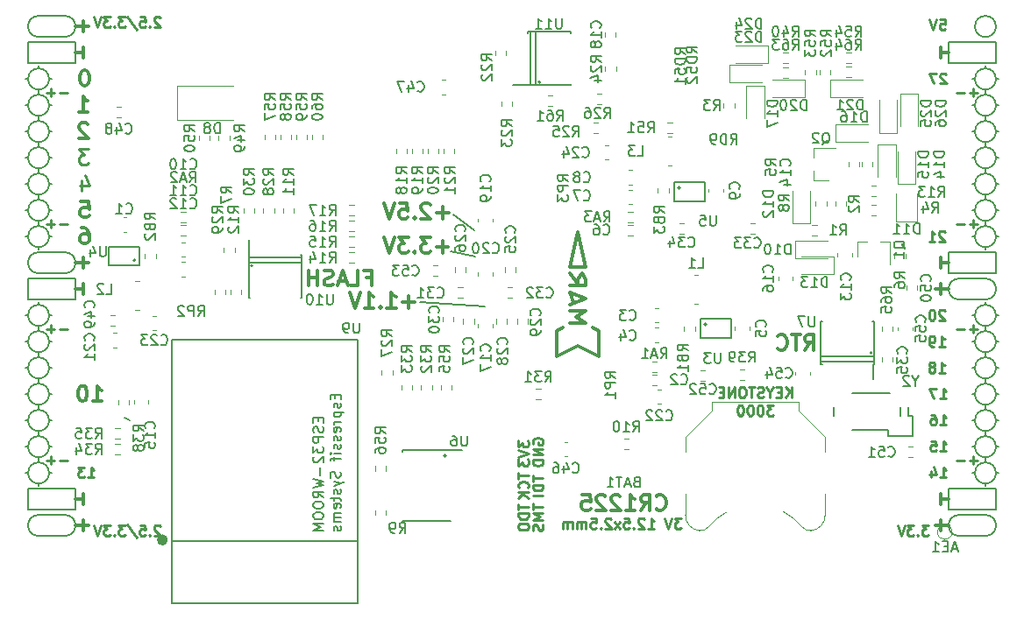
<source format=gbo>
G04 #@! TF.GenerationSoftware,KiCad,Pcbnew,5.0.0-rc2+dfsg1-2*
G04 #@! TF.CreationDate,2018-06-06T21:13:25+02:00*
G04 #@! TF.ProjectId,ulx3s,756C7833732E6B696361645F70636200,rev?*
G04 #@! TF.SameCoordinates,Original*
G04 #@! TF.FileFunction,Legend,Bot*
G04 #@! TF.FilePolarity,Positive*
%FSLAX46Y46*%
G04 Gerber Fmt 4.6, Leading zero omitted, Abs format (unit mm)*
G04 Created by KiCad (PCBNEW 5.0.0-rc2+dfsg1-2) date Wed Jun  6 21:13:25 2018*
%MOMM*%
%LPD*%
G01*
G04 APERTURE LIST*
%ADD10C,0.250000*%
%ADD11C,0.200000*%
%ADD12C,0.300000*%
%ADD13C,0.150000*%
%ADD14C,0.120000*%
%ADD15C,0.500000*%
G04 APERTURE END LIST*
D10*
X182887904Y-82575619D02*
X182840285Y-82528000D01*
X182745047Y-82480380D01*
X182506952Y-82480380D01*
X182411714Y-82528000D01*
X182364095Y-82575619D01*
X182316476Y-82670857D01*
X182316476Y-82766095D01*
X182364095Y-82908952D01*
X182935523Y-83480380D01*
X182316476Y-83480380D01*
X181364095Y-83480380D02*
X181935523Y-83480380D01*
X181649809Y-83480380D02*
X181649809Y-82480380D01*
X181745047Y-82623238D01*
X181840285Y-82718476D01*
X181935523Y-82766095D01*
X182887904Y-90195619D02*
X182840285Y-90148000D01*
X182745047Y-90100380D01*
X182506952Y-90100380D01*
X182411714Y-90148000D01*
X182364095Y-90195619D01*
X182316476Y-90290857D01*
X182316476Y-90386095D01*
X182364095Y-90528952D01*
X182935523Y-91100380D01*
X182316476Y-91100380D01*
X181697428Y-90100380D02*
X181602190Y-90100380D01*
X181506952Y-90148000D01*
X181459333Y-90195619D01*
X181411714Y-90290857D01*
X181364095Y-90481333D01*
X181364095Y-90719428D01*
X181411714Y-90909904D01*
X181459333Y-91005142D01*
X181506952Y-91052761D01*
X181602190Y-91100380D01*
X181697428Y-91100380D01*
X181792666Y-91052761D01*
X181840285Y-91005142D01*
X181887904Y-90909904D01*
X181935523Y-90719428D01*
X181935523Y-90481333D01*
X181887904Y-90290857D01*
X181840285Y-90195619D01*
X181792666Y-90148000D01*
X181697428Y-90100380D01*
X182316476Y-93640380D02*
X182887904Y-93640380D01*
X182602190Y-93640380D02*
X182602190Y-92640380D01*
X182697428Y-92783238D01*
X182792666Y-92878476D01*
X182887904Y-92926095D01*
X181840285Y-93640380D02*
X181649809Y-93640380D01*
X181554571Y-93592761D01*
X181506952Y-93545142D01*
X181411714Y-93402285D01*
X181364095Y-93211809D01*
X181364095Y-92830857D01*
X181411714Y-92735619D01*
X181459333Y-92688000D01*
X181554571Y-92640380D01*
X181745047Y-92640380D01*
X181840285Y-92688000D01*
X181887904Y-92735619D01*
X181935523Y-92830857D01*
X181935523Y-93068952D01*
X181887904Y-93164190D01*
X181840285Y-93211809D01*
X181745047Y-93259428D01*
X181554571Y-93259428D01*
X181459333Y-93211809D01*
X181411714Y-93164190D01*
X181364095Y-93068952D01*
X182316476Y-96180380D02*
X182887904Y-96180380D01*
X182602190Y-96180380D02*
X182602190Y-95180380D01*
X182697428Y-95323238D01*
X182792666Y-95418476D01*
X182887904Y-95466095D01*
X181745047Y-95608952D02*
X181840285Y-95561333D01*
X181887904Y-95513714D01*
X181935523Y-95418476D01*
X181935523Y-95370857D01*
X181887904Y-95275619D01*
X181840285Y-95228000D01*
X181745047Y-95180380D01*
X181554571Y-95180380D01*
X181459333Y-95228000D01*
X181411714Y-95275619D01*
X181364095Y-95370857D01*
X181364095Y-95418476D01*
X181411714Y-95513714D01*
X181459333Y-95561333D01*
X181554571Y-95608952D01*
X181745047Y-95608952D01*
X181840285Y-95656571D01*
X181887904Y-95704190D01*
X181935523Y-95799428D01*
X181935523Y-95989904D01*
X181887904Y-96085142D01*
X181840285Y-96132761D01*
X181745047Y-96180380D01*
X181554571Y-96180380D01*
X181459333Y-96132761D01*
X181411714Y-96085142D01*
X181364095Y-95989904D01*
X181364095Y-95799428D01*
X181411714Y-95704190D01*
X181459333Y-95656571D01*
X181554571Y-95608952D01*
D11*
X104148000Y-100808000D02*
X103640000Y-100554000D01*
D12*
X127003714Y-86984857D02*
X127503714Y-86984857D01*
X127503714Y-87770571D02*
X127503714Y-86270571D01*
X126789428Y-86270571D01*
X125503714Y-87770571D02*
X126218000Y-87770571D01*
X126218000Y-86270571D01*
X125075142Y-87342000D02*
X124360857Y-87342000D01*
X125218000Y-87770571D02*
X124718000Y-86270571D01*
X124218000Y-87770571D01*
X123789428Y-87699142D02*
X123575142Y-87770571D01*
X123218000Y-87770571D01*
X123075142Y-87699142D01*
X123003714Y-87627714D01*
X122932285Y-87484857D01*
X122932285Y-87342000D01*
X123003714Y-87199142D01*
X123075142Y-87127714D01*
X123218000Y-87056285D01*
X123503714Y-86984857D01*
X123646571Y-86913428D01*
X123718000Y-86842000D01*
X123789428Y-86699142D01*
X123789428Y-86556285D01*
X123718000Y-86413428D01*
X123646571Y-86342000D01*
X123503714Y-86270571D01*
X123146571Y-86270571D01*
X122932285Y-86342000D01*
X122289428Y-87770571D02*
X122289428Y-86270571D01*
X122289428Y-86984857D02*
X121432285Y-86984857D01*
X121432285Y-87770571D02*
X121432285Y-86270571D01*
D10*
X157418095Y-110252380D02*
X156799047Y-110252380D01*
X157132380Y-110633333D01*
X156989523Y-110633333D01*
X156894285Y-110680952D01*
X156846666Y-110728571D01*
X156799047Y-110823809D01*
X156799047Y-111061904D01*
X156846666Y-111157142D01*
X156894285Y-111204761D01*
X156989523Y-111252380D01*
X157275238Y-111252380D01*
X157370476Y-111204761D01*
X157418095Y-111157142D01*
X156513333Y-110252380D02*
X156180000Y-111252380D01*
X155846666Y-110252380D01*
X154227619Y-111252380D02*
X154799047Y-111252380D01*
X154513333Y-111252380D02*
X154513333Y-110252380D01*
X154608571Y-110395238D01*
X154703809Y-110490476D01*
X154799047Y-110538095D01*
X153846666Y-110347619D02*
X153799047Y-110300000D01*
X153703809Y-110252380D01*
X153465714Y-110252380D01*
X153370476Y-110300000D01*
X153322857Y-110347619D01*
X153275238Y-110442857D01*
X153275238Y-110538095D01*
X153322857Y-110680952D01*
X153894285Y-111252380D01*
X153275238Y-111252380D01*
X152846666Y-111157142D02*
X152799047Y-111204761D01*
X152846666Y-111252380D01*
X152894285Y-111204761D01*
X152846666Y-111157142D01*
X152846666Y-111252380D01*
X151894285Y-110252380D02*
X152370476Y-110252380D01*
X152418095Y-110728571D01*
X152370476Y-110680952D01*
X152275238Y-110633333D01*
X152037142Y-110633333D01*
X151941904Y-110680952D01*
X151894285Y-110728571D01*
X151846666Y-110823809D01*
X151846666Y-111061904D01*
X151894285Y-111157142D01*
X151941904Y-111204761D01*
X152037142Y-111252380D01*
X152275238Y-111252380D01*
X152370476Y-111204761D01*
X152418095Y-111157142D01*
X151513333Y-111252380D02*
X150989523Y-110585714D01*
X151513333Y-110585714D02*
X150989523Y-111252380D01*
X150656190Y-110347619D02*
X150608571Y-110300000D01*
X150513333Y-110252380D01*
X150275238Y-110252380D01*
X150180000Y-110300000D01*
X150132380Y-110347619D01*
X150084761Y-110442857D01*
X150084761Y-110538095D01*
X150132380Y-110680952D01*
X150703809Y-111252380D01*
X150084761Y-111252380D01*
X149656190Y-111157142D02*
X149608571Y-111204761D01*
X149656190Y-111252380D01*
X149703809Y-111204761D01*
X149656190Y-111157142D01*
X149656190Y-111252380D01*
X148703809Y-110252380D02*
X149180000Y-110252380D01*
X149227619Y-110728571D01*
X149180000Y-110680952D01*
X149084761Y-110633333D01*
X148846666Y-110633333D01*
X148751428Y-110680952D01*
X148703809Y-110728571D01*
X148656190Y-110823809D01*
X148656190Y-111061904D01*
X148703809Y-111157142D01*
X148751428Y-111204761D01*
X148846666Y-111252380D01*
X149084761Y-111252380D01*
X149180000Y-111204761D01*
X149227619Y-111157142D01*
X148227619Y-111252380D02*
X148227619Y-110585714D01*
X148227619Y-110680952D02*
X148180000Y-110633333D01*
X148084761Y-110585714D01*
X147941904Y-110585714D01*
X147846666Y-110633333D01*
X147799047Y-110728571D01*
X147799047Y-111252380D01*
X147799047Y-110728571D02*
X147751428Y-110633333D01*
X147656190Y-110585714D01*
X147513333Y-110585714D01*
X147418095Y-110633333D01*
X147370476Y-110728571D01*
X147370476Y-111252380D01*
X146894285Y-111252380D02*
X146894285Y-110585714D01*
X146894285Y-110680952D02*
X146846666Y-110633333D01*
X146751428Y-110585714D01*
X146608571Y-110585714D01*
X146513333Y-110633333D01*
X146465714Y-110728571D01*
X146465714Y-111252380D01*
X146465714Y-110728571D02*
X146418095Y-110633333D01*
X146322857Y-110585714D01*
X146180000Y-110585714D01*
X146084761Y-110633333D01*
X146037142Y-110728571D01*
X146037142Y-111252380D01*
D11*
X134755000Y-104237000D02*
G75*
G03X134755000Y-104237000I-127000J0D01*
G01*
X135390000Y-80869000D02*
X137422000Y-82393000D01*
X135136000Y-84425000D02*
X137549000Y-84933000D01*
X132215000Y-89378000D02*
X138438000Y-89759000D01*
D10*
X168085000Y-98577380D02*
X168085000Y-97577380D01*
X167513571Y-98577380D02*
X167942142Y-98005952D01*
X167513571Y-97577380D02*
X168085000Y-98148809D01*
X167085000Y-98053571D02*
X166751666Y-98053571D01*
X166608809Y-98577380D02*
X167085000Y-98577380D01*
X167085000Y-97577380D01*
X166608809Y-97577380D01*
X165989761Y-98101190D02*
X165989761Y-98577380D01*
X166323095Y-97577380D02*
X165989761Y-98101190D01*
X165656428Y-97577380D01*
X165370714Y-98529761D02*
X165227857Y-98577380D01*
X164989761Y-98577380D01*
X164894523Y-98529761D01*
X164846904Y-98482142D01*
X164799285Y-98386904D01*
X164799285Y-98291666D01*
X164846904Y-98196428D01*
X164894523Y-98148809D01*
X164989761Y-98101190D01*
X165180238Y-98053571D01*
X165275476Y-98005952D01*
X165323095Y-97958333D01*
X165370714Y-97863095D01*
X165370714Y-97767857D01*
X165323095Y-97672619D01*
X165275476Y-97625000D01*
X165180238Y-97577380D01*
X164942142Y-97577380D01*
X164799285Y-97625000D01*
X164513571Y-97577380D02*
X163942142Y-97577380D01*
X164227857Y-98577380D02*
X164227857Y-97577380D01*
X163418333Y-97577380D02*
X163227857Y-97577380D01*
X163132619Y-97625000D01*
X163037380Y-97720238D01*
X162989761Y-97910714D01*
X162989761Y-98244047D01*
X163037380Y-98434523D01*
X163132619Y-98529761D01*
X163227857Y-98577380D01*
X163418333Y-98577380D01*
X163513571Y-98529761D01*
X163608809Y-98434523D01*
X163656428Y-98244047D01*
X163656428Y-97910714D01*
X163608809Y-97720238D01*
X163513571Y-97625000D01*
X163418333Y-97577380D01*
X162561190Y-98577380D02*
X162561190Y-97577380D01*
X161989761Y-98577380D01*
X161989761Y-97577380D01*
X161513571Y-98053571D02*
X161180238Y-98053571D01*
X161037380Y-98577380D02*
X161513571Y-98577380D01*
X161513571Y-97577380D01*
X161037380Y-97577380D01*
X166346904Y-99327380D02*
X165727857Y-99327380D01*
X166061190Y-99708333D01*
X165918333Y-99708333D01*
X165823095Y-99755952D01*
X165775476Y-99803571D01*
X165727857Y-99898809D01*
X165727857Y-100136904D01*
X165775476Y-100232142D01*
X165823095Y-100279761D01*
X165918333Y-100327380D01*
X166204047Y-100327380D01*
X166299285Y-100279761D01*
X166346904Y-100232142D01*
X165108809Y-99327380D02*
X165013571Y-99327380D01*
X164918333Y-99375000D01*
X164870714Y-99422619D01*
X164823095Y-99517857D01*
X164775476Y-99708333D01*
X164775476Y-99946428D01*
X164823095Y-100136904D01*
X164870714Y-100232142D01*
X164918333Y-100279761D01*
X165013571Y-100327380D01*
X165108809Y-100327380D01*
X165204047Y-100279761D01*
X165251666Y-100232142D01*
X165299285Y-100136904D01*
X165346904Y-99946428D01*
X165346904Y-99708333D01*
X165299285Y-99517857D01*
X165251666Y-99422619D01*
X165204047Y-99375000D01*
X165108809Y-99327380D01*
X164156428Y-99327380D02*
X164061190Y-99327380D01*
X163965952Y-99375000D01*
X163918333Y-99422619D01*
X163870714Y-99517857D01*
X163823095Y-99708333D01*
X163823095Y-99946428D01*
X163870714Y-100136904D01*
X163918333Y-100232142D01*
X163965952Y-100279761D01*
X164061190Y-100327380D01*
X164156428Y-100327380D01*
X164251666Y-100279761D01*
X164299285Y-100232142D01*
X164346904Y-100136904D01*
X164394523Y-99946428D01*
X164394523Y-99708333D01*
X164346904Y-99517857D01*
X164299285Y-99422619D01*
X164251666Y-99375000D01*
X164156428Y-99327380D01*
X163204047Y-99327380D02*
X163108809Y-99327380D01*
X163013571Y-99375000D01*
X162965952Y-99422619D01*
X162918333Y-99517857D01*
X162870714Y-99708333D01*
X162870714Y-99946428D01*
X162918333Y-100136904D01*
X162965952Y-100232142D01*
X163013571Y-100279761D01*
X163108809Y-100327380D01*
X163204047Y-100327380D01*
X163299285Y-100279761D01*
X163346904Y-100232142D01*
X163394523Y-100136904D01*
X163442142Y-99946428D01*
X163442142Y-99708333D01*
X163394523Y-99517857D01*
X163346904Y-99422619D01*
X163299285Y-99375000D01*
X163204047Y-99327380D01*
D12*
X182492000Y-87582000D02*
X182492000Y-88598000D01*
X183254000Y-88090000D02*
X181984000Y-88090000D01*
X182492000Y-110442000D02*
X182492000Y-111458000D01*
X183254000Y-110950000D02*
X181984000Y-110950000D01*
X99688000Y-62182000D02*
X99688000Y-63198000D01*
X98926000Y-62690000D02*
X100196000Y-62690000D01*
X99688000Y-110442000D02*
X99688000Y-111458000D01*
X98926000Y-110950000D02*
X100196000Y-110950000D01*
X99688000Y-85042000D02*
X99688000Y-86058000D01*
X98926000Y-85550000D02*
X100196000Y-85550000D01*
D11*
X187826000Y-62690000D02*
G75*
G03X187826000Y-62690000I-1016000J0D01*
G01*
X184270000Y-87074000D02*
X186810000Y-87074000D01*
X184270000Y-89106000D02*
X186810000Y-89106000D01*
X184270000Y-87074000D02*
G75*
G03X184270000Y-89106000I0J-1016000D01*
G01*
X186810000Y-89106000D02*
G75*
G03X186810000Y-87074000I0J1016000D01*
G01*
X184270000Y-111966000D02*
X186810000Y-111966000D01*
X184270000Y-109934000D02*
X186810000Y-109934000D01*
X184270000Y-109934000D02*
G75*
G03X184270000Y-111966000I0J-1016000D01*
G01*
X186810000Y-111966000D02*
G75*
G03X186810000Y-109934000I0J1016000D01*
G01*
X97910000Y-63706000D02*
G75*
G03X97910000Y-61674000I0J1016000D01*
G01*
X95370000Y-61674000D02*
X97910000Y-61674000D01*
X95370000Y-63706000D02*
X97910000Y-63706000D01*
X95370000Y-61674000D02*
G75*
G03X95370000Y-63706000I0J-1016000D01*
G01*
X95370000Y-86566000D02*
X97910000Y-86566000D01*
X95370000Y-84534000D02*
X97910000Y-84534000D01*
X95370000Y-84534000D02*
G75*
G03X95370000Y-86566000I0J-1016000D01*
G01*
X97910000Y-86566000D02*
G75*
G03X97910000Y-84534000I0J1016000D01*
G01*
X95370000Y-111966000D02*
X97910000Y-111966000D01*
X95370000Y-109934000D02*
X97910000Y-109934000D01*
X95370000Y-109934000D02*
G75*
G03X95370000Y-111966000I0J-1016000D01*
G01*
X97910000Y-111966000D02*
G75*
G03X97910000Y-109934000I0J1016000D01*
G01*
X98926000Y-107394000D02*
X94354000Y-107394000D01*
X98926000Y-109426000D02*
X98926000Y-107394000D01*
X94354000Y-109426000D02*
X98926000Y-109426000D01*
X94354000Y-107394000D02*
X94354000Y-109426000D01*
X187826000Y-107394000D02*
X183254000Y-107394000D01*
X187826000Y-109426000D02*
X187826000Y-107394000D01*
X183254000Y-109426000D02*
X187826000Y-109426000D01*
X183254000Y-107394000D02*
X183254000Y-109426000D01*
X187826000Y-84534000D02*
X183254000Y-84534000D01*
X187826000Y-86566000D02*
X187826000Y-84534000D01*
X183254000Y-86566000D02*
X187826000Y-86566000D01*
X183254000Y-84534000D02*
X183254000Y-86566000D01*
X187826000Y-64214000D02*
X183254000Y-64214000D01*
X187826000Y-66246000D02*
X187826000Y-64214000D01*
X183254000Y-66246000D02*
X187826000Y-66246000D01*
X183254000Y-64214000D02*
X183254000Y-66246000D01*
X98926000Y-64214000D02*
X94354000Y-64214000D01*
X98926000Y-66246000D02*
X98926000Y-64214000D01*
X94354000Y-66246000D02*
X98926000Y-66246000D01*
X94354000Y-64214000D02*
X94354000Y-66246000D01*
X98926000Y-87074000D02*
X94354000Y-87074000D01*
X98926000Y-89106000D02*
X98926000Y-87074000D01*
X94354000Y-89106000D02*
X98926000Y-89106000D01*
X94354000Y-87074000D02*
X94354000Y-89106000D01*
D10*
X186032000Y-91971428D02*
X185270095Y-91971428D01*
X185651047Y-92352380D02*
X185651047Y-91590476D01*
X184793904Y-91971428D02*
X184032000Y-91971428D01*
X186032000Y-69111428D02*
X185270095Y-69111428D01*
X185651047Y-69492380D02*
X185651047Y-68730476D01*
X184793904Y-69111428D02*
X184032000Y-69111428D01*
X186032000Y-81811428D02*
X185270095Y-81811428D01*
X185651047Y-82192380D02*
X185651047Y-81430476D01*
X184793904Y-81811428D02*
X184032000Y-81811428D01*
X186032000Y-104671428D02*
X185270095Y-104671428D01*
X185651047Y-105052380D02*
X185651047Y-104290476D01*
X184793904Y-104671428D02*
X184032000Y-104671428D01*
X98148000Y-104671428D02*
X97386095Y-104671428D01*
X96909904Y-104671428D02*
X96148000Y-104671428D01*
X96528952Y-105052380D02*
X96528952Y-104290476D01*
X98148000Y-91971428D02*
X97386095Y-91971428D01*
X96909904Y-91971428D02*
X96148000Y-91971428D01*
X96528952Y-92352380D02*
X96528952Y-91590476D01*
X98148000Y-81811428D02*
X97386095Y-81811428D01*
X96909904Y-81811428D02*
X96148000Y-81811428D01*
X96528952Y-82192380D02*
X96528952Y-81430476D01*
X98148000Y-69111428D02*
X97386095Y-69111428D01*
X96909904Y-69111428D02*
X96148000Y-69111428D01*
X96528952Y-69492380D02*
X96528952Y-68730476D01*
D12*
X182492000Y-107902000D02*
X182492000Y-108918000D01*
X183254000Y-108410000D02*
X182492000Y-108410000D01*
D11*
X95370000Y-96726000D02*
X95370000Y-97234000D01*
X96386000Y-95710000D02*
X96640000Y-95710000D01*
X94354000Y-95710000D02*
X94100000Y-95710000D01*
X187826000Y-98250000D02*
X188080000Y-98250000D01*
X187826000Y-83010000D02*
X188080000Y-83010000D01*
X95370000Y-107140000D02*
X95370000Y-106886000D01*
X96386000Y-105870000D02*
X96640000Y-105870000D01*
X94354000Y-105870000D02*
X94100000Y-105870000D01*
X94354000Y-103330000D02*
X94100000Y-103330000D01*
X95370000Y-104346000D02*
X95370000Y-104854000D01*
X96386000Y-103330000D02*
X96640000Y-103330000D01*
X94354000Y-100790000D02*
X94100000Y-100790000D01*
X95370000Y-102314000D02*
X95370000Y-101806000D01*
X96386000Y-100790000D02*
X96640000Y-100790000D01*
X95370000Y-99266000D02*
X95370000Y-99774000D01*
X94354000Y-98250000D02*
X94100000Y-98250000D01*
X96386000Y-98250000D02*
X96640000Y-98250000D01*
X95370000Y-94186000D02*
X95370000Y-94694000D01*
X96386000Y-93170000D02*
X96640000Y-93170000D01*
X94354000Y-93170000D02*
X94100000Y-93170000D01*
X94354000Y-90630000D02*
X94100000Y-90630000D01*
X95370000Y-91646000D02*
X95370000Y-92154000D01*
X96640000Y-90630000D02*
X96386000Y-90630000D01*
X95370000Y-89360000D02*
X95370000Y-89614000D01*
X94354000Y-83010000D02*
X94100000Y-83010000D01*
X95370000Y-84280000D02*
X95370000Y-84026000D01*
X96386000Y-83010000D02*
X96640000Y-83010000D01*
X95370000Y-81486000D02*
X95370000Y-81994000D01*
X94354000Y-80470000D02*
X94100000Y-80470000D01*
X96640000Y-80470000D02*
X96386000Y-80470000D01*
X95370000Y-78946000D02*
X95370000Y-79454000D01*
X96386000Y-77930000D02*
X96640000Y-77930000D01*
X94354000Y-77930000D02*
X94100000Y-77930000D01*
X95370000Y-76406000D02*
X95370000Y-76914000D01*
X94354000Y-75390000D02*
X94100000Y-75390000D01*
X96386000Y-75390000D02*
X96640000Y-75390000D01*
X95370000Y-73866000D02*
X95370000Y-74374000D01*
X96386000Y-72850000D02*
X96640000Y-72850000D01*
X94100000Y-72850000D02*
X94354000Y-72850000D01*
X94354000Y-70310000D02*
X94100000Y-70310000D01*
X96640000Y-70310000D02*
X96386000Y-70310000D01*
X95370000Y-71326000D02*
X95370000Y-71834000D01*
X95370000Y-68786000D02*
X95370000Y-69294000D01*
X96386000Y-67770000D02*
X96640000Y-67770000D01*
X94354000Y-67770000D02*
X94100000Y-67770000D01*
X95370000Y-66500000D02*
X95370000Y-66754000D01*
X187826000Y-105870000D02*
X188080000Y-105870000D01*
X186810000Y-107140000D02*
X186810000Y-106886000D01*
X185540000Y-105870000D02*
X185794000Y-105870000D01*
X186810000Y-104346000D02*
X186810000Y-104854000D01*
X187826000Y-103330000D02*
X188080000Y-103330000D01*
X185540000Y-103330000D02*
X185794000Y-103330000D01*
X186810000Y-101806000D02*
X186810000Y-102314000D01*
X187826000Y-100790000D02*
X188080000Y-100790000D01*
X185540000Y-100790000D02*
X185794000Y-100790000D01*
X186810000Y-99266000D02*
X186810000Y-99774000D01*
X185540000Y-98250000D02*
X185794000Y-98250000D01*
X186810000Y-97234000D02*
X186810000Y-96726000D01*
X187826000Y-95710000D02*
X188080000Y-95710000D01*
X185540000Y-95710000D02*
X185794000Y-95710000D01*
X186810000Y-94694000D02*
X186810000Y-94186000D01*
X187826000Y-93170000D02*
X188080000Y-93170000D01*
X185540000Y-93170000D02*
X185794000Y-93170000D01*
X186810000Y-92154000D02*
X186810000Y-91646000D01*
X187826000Y-90630000D02*
X188080000Y-90630000D01*
X185540000Y-90630000D02*
X185794000Y-90630000D01*
X186810000Y-89360000D02*
X186810000Y-89614000D01*
X186810000Y-84280000D02*
X186810000Y-84026000D01*
X185540000Y-83010000D02*
X185794000Y-83010000D01*
X186810000Y-81994000D02*
X186810000Y-81486000D01*
X185794000Y-80470000D02*
X185540000Y-80470000D01*
X187826000Y-80470000D02*
X188080000Y-80470000D01*
X186810000Y-78946000D02*
X186810000Y-79454000D01*
X185794000Y-77930000D02*
X185540000Y-77930000D01*
X187826000Y-77930000D02*
X188080000Y-77930000D01*
X186810000Y-76406000D02*
X186810000Y-76914000D01*
X186810000Y-73866000D02*
X186810000Y-74374000D01*
X185794000Y-75390000D02*
X185540000Y-75390000D01*
X187826000Y-75390000D02*
X188080000Y-75390000D01*
X187826000Y-72850000D02*
X188080000Y-72850000D01*
X185540000Y-72850000D02*
X185794000Y-72850000D01*
X186810000Y-71834000D02*
X186810000Y-71326000D01*
X187826000Y-70310000D02*
X188080000Y-70310000D01*
X185540000Y-70310000D02*
X185794000Y-70310000D01*
X187826000Y-67770000D02*
X188080000Y-67770000D01*
X186810000Y-68786000D02*
X186810000Y-69294000D01*
X185540000Y-67770000D02*
X185794000Y-67770000D01*
X186810000Y-66500000D02*
X186810000Y-66754000D01*
X187826000Y-67770000D02*
G75*
G03X187826000Y-67770000I-1016000J0D01*
G01*
X187826000Y-70310000D02*
G75*
G03X187826000Y-70310000I-1016000J0D01*
G01*
X187826000Y-72850000D02*
G75*
G03X187826000Y-72850000I-1016000J0D01*
G01*
X187826000Y-75390000D02*
G75*
G03X187826000Y-75390000I-1016000J0D01*
G01*
X187826000Y-77930000D02*
G75*
G03X187826000Y-77930000I-1016000J0D01*
G01*
X187826000Y-80470000D02*
G75*
G03X187826000Y-80470000I-1016000J0D01*
G01*
X187826000Y-83010000D02*
G75*
G03X187826000Y-83010000I-1016000J0D01*
G01*
X187826000Y-90630000D02*
G75*
G03X187826000Y-90630000I-1016000J0D01*
G01*
X187826000Y-93170000D02*
G75*
G03X187826000Y-93170000I-1016000J0D01*
G01*
X187826000Y-95710000D02*
G75*
G03X187826000Y-95710000I-1016000J0D01*
G01*
X187826000Y-98250000D02*
G75*
G03X187826000Y-98250000I-1016000J0D01*
G01*
X187826000Y-100790000D02*
G75*
G03X187826000Y-100790000I-1016000J0D01*
G01*
X187826000Y-103330000D02*
G75*
G03X187826000Y-103330000I-1016000J0D01*
G01*
X187826000Y-105870000D02*
G75*
G03X187826000Y-105870000I-1016000J0D01*
G01*
X96386000Y-105870000D02*
G75*
G03X96386000Y-105870000I-1016000J0D01*
G01*
X96386000Y-103330000D02*
G75*
G03X96386000Y-103330000I-1016000J0D01*
G01*
X96386000Y-100790000D02*
G75*
G03X96386000Y-100790000I-1016000J0D01*
G01*
X96386000Y-98250000D02*
G75*
G03X96386000Y-98250000I-1016000J0D01*
G01*
X96386000Y-95710000D02*
G75*
G03X96386000Y-95710000I-1016000J0D01*
G01*
X96386000Y-93170000D02*
G75*
G03X96386000Y-93170000I-1016000J0D01*
G01*
X96386000Y-90630000D02*
G75*
G03X96386000Y-90630000I-1016000J0D01*
G01*
X96386000Y-83010000D02*
G75*
G03X96386000Y-83010000I-1016000J0D01*
G01*
X96386000Y-80470000D02*
G75*
G03X96386000Y-80470000I-1016000J0D01*
G01*
X96386000Y-77930000D02*
G75*
G03X96386000Y-77930000I-1016000J0D01*
G01*
X96386000Y-75390000D02*
G75*
G03X96386000Y-75390000I-1016000J0D01*
G01*
X96386000Y-72850000D02*
G75*
G03X96386000Y-72850000I-1016000J0D01*
G01*
X96386000Y-70310000D02*
G75*
G03X96386000Y-70310000I-1016000J0D01*
G01*
X96386000Y-67770000D02*
G75*
G03X96386000Y-67770000I-1016000J0D01*
G01*
D10*
X182428476Y-62015380D02*
X182904666Y-62015380D01*
X182952285Y-62491571D01*
X182904666Y-62443952D01*
X182809428Y-62396333D01*
X182571333Y-62396333D01*
X182476095Y-62443952D01*
X182428476Y-62491571D01*
X182380857Y-62586809D01*
X182380857Y-62824904D01*
X182428476Y-62920142D01*
X182476095Y-62967761D01*
X182571333Y-63015380D01*
X182809428Y-63015380D01*
X182904666Y-62967761D01*
X182952285Y-62920142D01*
X182095142Y-62015380D02*
X181761809Y-63015380D01*
X181428476Y-62015380D01*
D12*
X182492000Y-64722000D02*
X182492000Y-65738000D01*
X183254000Y-65230000D02*
X182492000Y-65230000D01*
D10*
X182999904Y-67317619D02*
X182952285Y-67270000D01*
X182857047Y-67222380D01*
X182618952Y-67222380D01*
X182523714Y-67270000D01*
X182476095Y-67317619D01*
X182428476Y-67412857D01*
X182428476Y-67508095D01*
X182476095Y-67650952D01*
X183047523Y-68222380D01*
X182428476Y-68222380D01*
X182095142Y-67222380D02*
X181428476Y-67222380D01*
X181857047Y-68222380D01*
D12*
X182492000Y-85042000D02*
X182492000Y-86058000D01*
X183254000Y-85550000D02*
X182492000Y-85550000D01*
D10*
X182428476Y-98702380D02*
X182999904Y-98702380D01*
X182714190Y-98702380D02*
X182714190Y-97702380D01*
X182809428Y-97845238D01*
X182904666Y-97940476D01*
X182999904Y-97988095D01*
X182095142Y-97702380D02*
X181428476Y-97702380D01*
X181857047Y-98702380D01*
X182428476Y-101242380D02*
X182999904Y-101242380D01*
X182714190Y-101242380D02*
X182714190Y-100242380D01*
X182809428Y-100385238D01*
X182904666Y-100480476D01*
X182999904Y-100528095D01*
X181571333Y-100242380D02*
X181761809Y-100242380D01*
X181857047Y-100290000D01*
X181904666Y-100337619D01*
X181999904Y-100480476D01*
X182047523Y-100670952D01*
X182047523Y-101051904D01*
X181999904Y-101147142D01*
X181952285Y-101194761D01*
X181857047Y-101242380D01*
X181666571Y-101242380D01*
X181571333Y-101194761D01*
X181523714Y-101147142D01*
X181476095Y-101051904D01*
X181476095Y-100813809D01*
X181523714Y-100718571D01*
X181571333Y-100670952D01*
X181666571Y-100623333D01*
X181857047Y-100623333D01*
X181952285Y-100670952D01*
X181999904Y-100718571D01*
X182047523Y-100813809D01*
X182428476Y-103782380D02*
X182999904Y-103782380D01*
X182714190Y-103782380D02*
X182714190Y-102782380D01*
X182809428Y-102925238D01*
X182904666Y-103020476D01*
X182999904Y-103068095D01*
X181523714Y-102782380D02*
X181999904Y-102782380D01*
X182047523Y-103258571D01*
X181999904Y-103210952D01*
X181904666Y-103163333D01*
X181666571Y-103163333D01*
X181571333Y-103210952D01*
X181523714Y-103258571D01*
X181476095Y-103353809D01*
X181476095Y-103591904D01*
X181523714Y-103687142D01*
X181571333Y-103734761D01*
X181666571Y-103782380D01*
X181904666Y-103782380D01*
X181999904Y-103734761D01*
X182047523Y-103687142D01*
X182428476Y-106322380D02*
X182999904Y-106322380D01*
X182714190Y-106322380D02*
X182714190Y-105322380D01*
X182809428Y-105465238D01*
X182904666Y-105560476D01*
X182999904Y-105608095D01*
X181571333Y-105655714D02*
X181571333Y-106322380D01*
X181809428Y-105274761D02*
X182047523Y-105989047D01*
X181428476Y-105989047D01*
X181312642Y-110928380D02*
X180693595Y-110928380D01*
X181026928Y-111309333D01*
X180884071Y-111309333D01*
X180788833Y-111356952D01*
X180741214Y-111404571D01*
X180693595Y-111499809D01*
X180693595Y-111737904D01*
X180741214Y-111833142D01*
X180788833Y-111880761D01*
X180884071Y-111928380D01*
X181169785Y-111928380D01*
X181265023Y-111880761D01*
X181312642Y-111833142D01*
X180265023Y-111833142D02*
X180217404Y-111880761D01*
X180265023Y-111928380D01*
X180312642Y-111880761D01*
X180265023Y-111833142D01*
X180265023Y-111928380D01*
X179884071Y-110928380D02*
X179265023Y-110928380D01*
X179598357Y-111309333D01*
X179455500Y-111309333D01*
X179360261Y-111356952D01*
X179312642Y-111404571D01*
X179265023Y-111499809D01*
X179265023Y-111737904D01*
X179312642Y-111833142D01*
X179360261Y-111880761D01*
X179455500Y-111928380D01*
X179741214Y-111928380D01*
X179836452Y-111880761D01*
X179884071Y-111833142D01*
X178979309Y-110928380D02*
X178645976Y-111928380D01*
X178312642Y-110928380D01*
D12*
X99688000Y-108918000D02*
X99688000Y-107902000D01*
X98926000Y-108410000D02*
X99688000Y-108410000D01*
X99688000Y-88598000D02*
X99688000Y-87582000D01*
X98926000Y-88090000D02*
X99688000Y-88090000D01*
X99688000Y-64722000D02*
X99688000Y-65738000D01*
X98926000Y-65230000D02*
X99688000Y-65230000D01*
D10*
X107103690Y-111023619D02*
X107056071Y-110976000D01*
X106960833Y-110928380D01*
X106722738Y-110928380D01*
X106627500Y-110976000D01*
X106579880Y-111023619D01*
X106532261Y-111118857D01*
X106532261Y-111214095D01*
X106579880Y-111356952D01*
X107151309Y-111928380D01*
X106532261Y-111928380D01*
X106103690Y-111833142D02*
X106056071Y-111880761D01*
X106103690Y-111928380D01*
X106151309Y-111880761D01*
X106103690Y-111833142D01*
X106103690Y-111928380D01*
X105151309Y-110928380D02*
X105627500Y-110928380D01*
X105675119Y-111404571D01*
X105627500Y-111356952D01*
X105532261Y-111309333D01*
X105294166Y-111309333D01*
X105198928Y-111356952D01*
X105151309Y-111404571D01*
X105103690Y-111499809D01*
X105103690Y-111737904D01*
X105151309Y-111833142D01*
X105198928Y-111880761D01*
X105294166Y-111928380D01*
X105532261Y-111928380D01*
X105627500Y-111880761D01*
X105675119Y-111833142D01*
X103960833Y-110880761D02*
X104817976Y-112166476D01*
X103722738Y-110928380D02*
X103103690Y-110928380D01*
X103437023Y-111309333D01*
X103294166Y-111309333D01*
X103198928Y-111356952D01*
X103151309Y-111404571D01*
X103103690Y-111499809D01*
X103103690Y-111737904D01*
X103151309Y-111833142D01*
X103198928Y-111880761D01*
X103294166Y-111928380D01*
X103579880Y-111928380D01*
X103675119Y-111880761D01*
X103722738Y-111833142D01*
X102675119Y-111833142D02*
X102627500Y-111880761D01*
X102675119Y-111928380D01*
X102722738Y-111880761D01*
X102675119Y-111833142D01*
X102675119Y-111928380D01*
X102294166Y-110928380D02*
X101675119Y-110928380D01*
X102008452Y-111309333D01*
X101865595Y-111309333D01*
X101770357Y-111356952D01*
X101722738Y-111404571D01*
X101675119Y-111499809D01*
X101675119Y-111737904D01*
X101722738Y-111833142D01*
X101770357Y-111880761D01*
X101865595Y-111928380D01*
X102151309Y-111928380D01*
X102246547Y-111880761D01*
X102294166Y-111833142D01*
X101389404Y-110928380D02*
X101056071Y-111928380D01*
X100722738Y-110928380D01*
X100132476Y-106322380D02*
X100703904Y-106322380D01*
X100418190Y-106322380D02*
X100418190Y-105322380D01*
X100513428Y-105465238D01*
X100608666Y-105560476D01*
X100703904Y-105608095D01*
X99799142Y-105322380D02*
X99180095Y-105322380D01*
X99513428Y-105703333D01*
X99370571Y-105703333D01*
X99275333Y-105750952D01*
X99227714Y-105798571D01*
X99180095Y-105893809D01*
X99180095Y-106131904D01*
X99227714Y-106227142D01*
X99275333Y-106274761D01*
X99370571Y-106322380D01*
X99656285Y-106322380D01*
X99751523Y-106274761D01*
X99799142Y-106227142D01*
D12*
X100623714Y-98946571D02*
X101480857Y-98946571D01*
X101052285Y-98946571D02*
X101052285Y-97446571D01*
X101195142Y-97660857D01*
X101338000Y-97803714D01*
X101480857Y-97875142D01*
X99695142Y-97446571D02*
X99552285Y-97446571D01*
X99409428Y-97518000D01*
X99338000Y-97589428D01*
X99266571Y-97732285D01*
X99195142Y-98018000D01*
X99195142Y-98375142D01*
X99266571Y-98660857D01*
X99338000Y-98803714D01*
X99409428Y-98875142D01*
X99552285Y-98946571D01*
X99695142Y-98946571D01*
X99838000Y-98875142D01*
X99909428Y-98803714D01*
X99980857Y-98660857D01*
X100052285Y-98375142D01*
X100052285Y-98018000D01*
X99980857Y-97732285D01*
X99909428Y-97589428D01*
X99838000Y-97518000D01*
X99695142Y-97446571D01*
X99529285Y-82188571D02*
X99815000Y-82188571D01*
X99957857Y-82260000D01*
X100029285Y-82331428D01*
X100172142Y-82545714D01*
X100243571Y-82831428D01*
X100243571Y-83402857D01*
X100172142Y-83545714D01*
X100100714Y-83617142D01*
X99957857Y-83688571D01*
X99672142Y-83688571D01*
X99529285Y-83617142D01*
X99457857Y-83545714D01*
X99386428Y-83402857D01*
X99386428Y-83045714D01*
X99457857Y-82902857D01*
X99529285Y-82831428D01*
X99672142Y-82760000D01*
X99957857Y-82760000D01*
X100100714Y-82831428D01*
X100172142Y-82902857D01*
X100243571Y-83045714D01*
X99457857Y-79648571D02*
X100172142Y-79648571D01*
X100243571Y-80362857D01*
X100172142Y-80291428D01*
X100029285Y-80220000D01*
X99672142Y-80220000D01*
X99529285Y-80291428D01*
X99457857Y-80362857D01*
X99386428Y-80505714D01*
X99386428Y-80862857D01*
X99457857Y-81005714D01*
X99529285Y-81077142D01*
X99672142Y-81148571D01*
X100029285Y-81148571D01*
X100172142Y-81077142D01*
X100243571Y-81005714D01*
D10*
X99529285Y-77608571D02*
X99529285Y-78608571D01*
X99886428Y-77037142D02*
X100243571Y-78108571D01*
X99315000Y-78108571D01*
X100188000Y-74568571D02*
X99259428Y-74568571D01*
X99759428Y-75140000D01*
X99545142Y-75140000D01*
X99402285Y-75211428D01*
X99330857Y-75282857D01*
X99259428Y-75425714D01*
X99259428Y-75782857D01*
X99330857Y-75925714D01*
X99402285Y-75997142D01*
X99545142Y-76068571D01*
X99973714Y-76068571D01*
X100116571Y-75997142D01*
X100188000Y-75925714D01*
D12*
X100116571Y-72171428D02*
X100045142Y-72100000D01*
X99902285Y-72028571D01*
X99545142Y-72028571D01*
X99402285Y-72100000D01*
X99330857Y-72171428D01*
X99259428Y-72314285D01*
X99259428Y-72457142D01*
X99330857Y-72671428D01*
X100188000Y-73528571D01*
X99259428Y-73528571D01*
X99259428Y-70988571D02*
X100116571Y-70988571D01*
X99688000Y-70988571D02*
X99688000Y-69488571D01*
X99830857Y-69702857D01*
X99973714Y-69845714D01*
X100116571Y-69917142D01*
X99886428Y-66948571D02*
X99743571Y-66948571D01*
X99600714Y-67020000D01*
X99529285Y-67091428D01*
X99457857Y-67234285D01*
X99386428Y-67520000D01*
X99386428Y-67877142D01*
X99457857Y-68162857D01*
X99529285Y-68305714D01*
X99600714Y-68377142D01*
X99743571Y-68448571D01*
X99886428Y-68448571D01*
X100029285Y-68377142D01*
X100100714Y-68305714D01*
X100172142Y-68162857D01*
X100243571Y-67877142D01*
X100243571Y-67520000D01*
X100172142Y-67234285D01*
X100100714Y-67091428D01*
X100029285Y-67020000D01*
X99886428Y-66948571D01*
D10*
X107103690Y-61874619D02*
X107056071Y-61827000D01*
X106960833Y-61779380D01*
X106722738Y-61779380D01*
X106627500Y-61827000D01*
X106579880Y-61874619D01*
X106532261Y-61969857D01*
X106532261Y-62065095D01*
X106579880Y-62207952D01*
X107151309Y-62779380D01*
X106532261Y-62779380D01*
X106103690Y-62684142D02*
X106056071Y-62731761D01*
X106103690Y-62779380D01*
X106151309Y-62731761D01*
X106103690Y-62684142D01*
X106103690Y-62779380D01*
X105151309Y-61779380D02*
X105627500Y-61779380D01*
X105675119Y-62255571D01*
X105627500Y-62207952D01*
X105532261Y-62160333D01*
X105294166Y-62160333D01*
X105198928Y-62207952D01*
X105151309Y-62255571D01*
X105103690Y-62350809D01*
X105103690Y-62588904D01*
X105151309Y-62684142D01*
X105198928Y-62731761D01*
X105294166Y-62779380D01*
X105532261Y-62779380D01*
X105627500Y-62731761D01*
X105675119Y-62684142D01*
X103960833Y-61731761D02*
X104817976Y-63017476D01*
X103722738Y-61779380D02*
X103103690Y-61779380D01*
X103437023Y-62160333D01*
X103294166Y-62160333D01*
X103198928Y-62207952D01*
X103151309Y-62255571D01*
X103103690Y-62350809D01*
X103103690Y-62588904D01*
X103151309Y-62684142D01*
X103198928Y-62731761D01*
X103294166Y-62779380D01*
X103579880Y-62779380D01*
X103675119Y-62731761D01*
X103722738Y-62684142D01*
X102675119Y-62684142D02*
X102627500Y-62731761D01*
X102675119Y-62779380D01*
X102722738Y-62731761D01*
X102675119Y-62684142D01*
X102675119Y-62779380D01*
X102294166Y-61779380D02*
X101675119Y-61779380D01*
X102008452Y-62160333D01*
X101865595Y-62160333D01*
X101770357Y-62207952D01*
X101722738Y-62255571D01*
X101675119Y-62350809D01*
X101675119Y-62588904D01*
X101722738Y-62684142D01*
X101770357Y-62731761D01*
X101865595Y-62779380D01*
X102151309Y-62779380D01*
X102246547Y-62731761D01*
X102294166Y-62684142D01*
X101389404Y-61779380D02*
X101056071Y-62779380D01*
X100722738Y-61779380D01*
D12*
X155027857Y-109335714D02*
X155099285Y-109407142D01*
X155313571Y-109478571D01*
X155456428Y-109478571D01*
X155670714Y-109407142D01*
X155813571Y-109264285D01*
X155885000Y-109121428D01*
X155956428Y-108835714D01*
X155956428Y-108621428D01*
X155885000Y-108335714D01*
X155813571Y-108192857D01*
X155670714Y-108050000D01*
X155456428Y-107978571D01*
X155313571Y-107978571D01*
X155099285Y-108050000D01*
X155027857Y-108121428D01*
X153527857Y-109478571D02*
X154027857Y-108764285D01*
X154385000Y-109478571D02*
X154385000Y-107978571D01*
X153813571Y-107978571D01*
X153670714Y-108050000D01*
X153599285Y-108121428D01*
X153527857Y-108264285D01*
X153527857Y-108478571D01*
X153599285Y-108621428D01*
X153670714Y-108692857D01*
X153813571Y-108764285D01*
X154385000Y-108764285D01*
X152099285Y-109478571D02*
X152956428Y-109478571D01*
X152527857Y-109478571D02*
X152527857Y-107978571D01*
X152670714Y-108192857D01*
X152813571Y-108335714D01*
X152956428Y-108407142D01*
X151527857Y-108121428D02*
X151456428Y-108050000D01*
X151313571Y-107978571D01*
X150956428Y-107978571D01*
X150813571Y-108050000D01*
X150742142Y-108121428D01*
X150670714Y-108264285D01*
X150670714Y-108407142D01*
X150742142Y-108621428D01*
X151599285Y-109478571D01*
X150670714Y-109478571D01*
X150099285Y-108121428D02*
X150027857Y-108050000D01*
X149885000Y-107978571D01*
X149527857Y-107978571D01*
X149385000Y-108050000D01*
X149313571Y-108121428D01*
X149242142Y-108264285D01*
X149242142Y-108407142D01*
X149313571Y-108621428D01*
X150170714Y-109478571D01*
X149242142Y-109478571D01*
X147885000Y-107978571D02*
X148599285Y-107978571D01*
X148670714Y-108692857D01*
X148599285Y-108621428D01*
X148456428Y-108550000D01*
X148099285Y-108550000D01*
X147956428Y-108621428D01*
X147885000Y-108692857D01*
X147813571Y-108835714D01*
X147813571Y-109192857D01*
X147885000Y-109335714D01*
X147956428Y-109407142D01*
X148099285Y-109478571D01*
X148456428Y-109478571D01*
X148599285Y-109407142D01*
X148670714Y-109335714D01*
X134961000Y-80722142D02*
X133818142Y-80722142D01*
X134389571Y-81293571D02*
X134389571Y-80150714D01*
X133175285Y-79936428D02*
X133103857Y-79865000D01*
X132961000Y-79793571D01*
X132603857Y-79793571D01*
X132461000Y-79865000D01*
X132389571Y-79936428D01*
X132318142Y-80079285D01*
X132318142Y-80222142D01*
X132389571Y-80436428D01*
X133246714Y-81293571D01*
X132318142Y-81293571D01*
X131675285Y-81150714D02*
X131603857Y-81222142D01*
X131675285Y-81293571D01*
X131746714Y-81222142D01*
X131675285Y-81150714D01*
X131675285Y-81293571D01*
X130246714Y-79793571D02*
X130961000Y-79793571D01*
X131032428Y-80507857D01*
X130961000Y-80436428D01*
X130818142Y-80365000D01*
X130461000Y-80365000D01*
X130318142Y-80436428D01*
X130246714Y-80507857D01*
X130175285Y-80650714D01*
X130175285Y-81007857D01*
X130246714Y-81150714D01*
X130318142Y-81222142D01*
X130461000Y-81293571D01*
X130818142Y-81293571D01*
X130961000Y-81222142D01*
X131032428Y-81150714D01*
X129746714Y-79793571D02*
X129246714Y-81293571D01*
X128746714Y-79793571D01*
X134946000Y-84024142D02*
X133803142Y-84024142D01*
X134374571Y-84595571D02*
X134374571Y-83452714D01*
X133231714Y-83095571D02*
X132303142Y-83095571D01*
X132803142Y-83667000D01*
X132588857Y-83667000D01*
X132446000Y-83738428D01*
X132374571Y-83809857D01*
X132303142Y-83952714D01*
X132303142Y-84309857D01*
X132374571Y-84452714D01*
X132446000Y-84524142D01*
X132588857Y-84595571D01*
X133017428Y-84595571D01*
X133160285Y-84524142D01*
X133231714Y-84452714D01*
X131660285Y-84452714D02*
X131588857Y-84524142D01*
X131660285Y-84595571D01*
X131731714Y-84524142D01*
X131660285Y-84452714D01*
X131660285Y-84595571D01*
X131088857Y-83095571D02*
X130160285Y-83095571D01*
X130660285Y-83667000D01*
X130446000Y-83667000D01*
X130303142Y-83738428D01*
X130231714Y-83809857D01*
X130160285Y-83952714D01*
X130160285Y-84309857D01*
X130231714Y-84452714D01*
X130303142Y-84524142D01*
X130446000Y-84595571D01*
X130874571Y-84595571D01*
X131017428Y-84524142D01*
X131088857Y-84452714D01*
X129731714Y-83095571D02*
X129231714Y-84595571D01*
X128731714Y-83095571D01*
X131659000Y-89358142D02*
X130516142Y-89358142D01*
X131087571Y-89929571D02*
X131087571Y-88786714D01*
X129016142Y-89929571D02*
X129873285Y-89929571D01*
X129444714Y-89929571D02*
X129444714Y-88429571D01*
X129587571Y-88643857D01*
X129730428Y-88786714D01*
X129873285Y-88858142D01*
X128373285Y-89786714D02*
X128301857Y-89858142D01*
X128373285Y-89929571D01*
X128444714Y-89858142D01*
X128373285Y-89786714D01*
X128373285Y-89929571D01*
X126873285Y-89929571D02*
X127730428Y-89929571D01*
X127301857Y-89929571D02*
X127301857Y-88429571D01*
X127444714Y-88643857D01*
X127587571Y-88786714D01*
X127730428Y-88858142D01*
X126444714Y-88429571D02*
X125944714Y-89929571D01*
X125444714Y-88429571D01*
D10*
X141685380Y-105854285D02*
X141685380Y-106425714D01*
X142685380Y-106140000D02*
X141685380Y-106140000D01*
X142590142Y-107330476D02*
X142637761Y-107282857D01*
X142685380Y-107140000D01*
X142685380Y-107044761D01*
X142637761Y-106901904D01*
X142542523Y-106806666D01*
X142447285Y-106759047D01*
X142256809Y-106711428D01*
X142113952Y-106711428D01*
X141923476Y-106759047D01*
X141828238Y-106806666D01*
X141733000Y-106901904D01*
X141685380Y-107044761D01*
X141685380Y-107140000D01*
X141733000Y-107282857D01*
X141780619Y-107330476D01*
X142685380Y-107759047D02*
X141685380Y-107759047D01*
X142685380Y-108330476D02*
X142113952Y-107901904D01*
X141685380Y-108330476D02*
X142256809Y-107759047D01*
X141685380Y-102726904D02*
X141685380Y-103345952D01*
X142066333Y-103012619D01*
X142066333Y-103155476D01*
X142113952Y-103250714D01*
X142161571Y-103298333D01*
X142256809Y-103345952D01*
X142494904Y-103345952D01*
X142590142Y-103298333D01*
X142637761Y-103250714D01*
X142685380Y-103155476D01*
X142685380Y-102869761D01*
X142637761Y-102774523D01*
X142590142Y-102726904D01*
X141685380Y-103631666D02*
X142685380Y-103965000D01*
X141685380Y-104298333D01*
X141685380Y-104536428D02*
X141685380Y-105155476D01*
X142066333Y-104822142D01*
X142066333Y-104965000D01*
X142113952Y-105060238D01*
X142161571Y-105107857D01*
X142256809Y-105155476D01*
X142494904Y-105155476D01*
X142590142Y-105107857D01*
X142637761Y-105060238D01*
X142685380Y-104965000D01*
X142685380Y-104679285D01*
X142637761Y-104584047D01*
X142590142Y-104536428D01*
X141685380Y-108878476D02*
X141685380Y-109449904D01*
X142685380Y-109164190D02*
X141685380Y-109164190D01*
X142685380Y-109783238D02*
X141685380Y-109783238D01*
X141685380Y-110021333D01*
X141733000Y-110164190D01*
X141828238Y-110259428D01*
X141923476Y-110307047D01*
X142113952Y-110354666D01*
X142256809Y-110354666D01*
X142447285Y-110307047D01*
X142542523Y-110259428D01*
X142637761Y-110164190D01*
X142685380Y-110021333D01*
X142685380Y-109783238D01*
X141685380Y-110973714D02*
X141685380Y-111164190D01*
X141733000Y-111259428D01*
X141828238Y-111354666D01*
X142018714Y-111402285D01*
X142352047Y-111402285D01*
X142542523Y-111354666D01*
X142637761Y-111259428D01*
X142685380Y-111164190D01*
X142685380Y-110973714D01*
X142637761Y-110878476D01*
X142542523Y-110783238D01*
X142352047Y-110735619D01*
X142018714Y-110735619D01*
X141828238Y-110783238D01*
X141733000Y-110878476D01*
X141685380Y-110973714D01*
X143130000Y-103076095D02*
X143082380Y-102980857D01*
X143082380Y-102838000D01*
X143130000Y-102695142D01*
X143225238Y-102599904D01*
X143320476Y-102552285D01*
X143510952Y-102504666D01*
X143653809Y-102504666D01*
X143844285Y-102552285D01*
X143939523Y-102599904D01*
X144034761Y-102695142D01*
X144082380Y-102838000D01*
X144082380Y-102933238D01*
X144034761Y-103076095D01*
X143987142Y-103123714D01*
X143653809Y-103123714D01*
X143653809Y-102933238D01*
X144082380Y-103552285D02*
X143082380Y-103552285D01*
X144082380Y-104123714D01*
X143082380Y-104123714D01*
X144082380Y-104599904D02*
X143082380Y-104599904D01*
X143082380Y-104838000D01*
X143130000Y-104980857D01*
X143225238Y-105076095D01*
X143320476Y-105123714D01*
X143510952Y-105171333D01*
X143653809Y-105171333D01*
X143844285Y-105123714D01*
X143939523Y-105076095D01*
X144034761Y-104980857D01*
X144082380Y-104838000D01*
X144082380Y-104599904D01*
X143082380Y-106116190D02*
X143082380Y-106687619D01*
X144082380Y-106401904D02*
X143082380Y-106401904D01*
X144082380Y-107020952D02*
X143082380Y-107020952D01*
X143082380Y-107259047D01*
X143130000Y-107401904D01*
X143225238Y-107497142D01*
X143320476Y-107544761D01*
X143510952Y-107592380D01*
X143653809Y-107592380D01*
X143844285Y-107544761D01*
X143939523Y-107497142D01*
X144034761Y-107401904D01*
X144082380Y-107259047D01*
X144082380Y-107020952D01*
X144082380Y-108020952D02*
X143082380Y-108020952D01*
X143082380Y-108854666D02*
X143082380Y-109426095D01*
X144082380Y-109140380D02*
X143082380Y-109140380D01*
X144082380Y-109759428D02*
X143082380Y-109759428D01*
X143796666Y-110092761D01*
X143082380Y-110426095D01*
X144082380Y-110426095D01*
X144034761Y-110854666D02*
X144082380Y-110997523D01*
X144082380Y-111235619D01*
X144034761Y-111330857D01*
X143987142Y-111378476D01*
X143891904Y-111426095D01*
X143796666Y-111426095D01*
X143701428Y-111378476D01*
X143653809Y-111330857D01*
X143606190Y-111235619D01*
X143558571Y-111045142D01*
X143510952Y-110949904D01*
X143463333Y-110902285D01*
X143368095Y-110854666D01*
X143272857Y-110854666D01*
X143177619Y-110902285D01*
X143130000Y-110949904D01*
X143082380Y-111045142D01*
X143082380Y-111283238D01*
X143130000Y-111426095D01*
D12*
X169394142Y-93993571D02*
X169894142Y-93279285D01*
X170251285Y-93993571D02*
X170251285Y-92493571D01*
X169679857Y-92493571D01*
X169537000Y-92565000D01*
X169465571Y-92636428D01*
X169394142Y-92779285D01*
X169394142Y-92993571D01*
X169465571Y-93136428D01*
X169537000Y-93207857D01*
X169679857Y-93279285D01*
X170251285Y-93279285D01*
X168965571Y-92493571D02*
X168108428Y-92493571D01*
X168537000Y-93993571D02*
X168537000Y-92493571D01*
X166751285Y-93850714D02*
X166822714Y-93922142D01*
X167037000Y-93993571D01*
X167179857Y-93993571D01*
X167394142Y-93922142D01*
X167537000Y-93779285D01*
X167608428Y-93636428D01*
X167679857Y-93350714D01*
X167679857Y-93136428D01*
X167608428Y-92850714D01*
X167537000Y-92707857D01*
X167394142Y-92565000D01*
X167179857Y-92493571D01*
X167037000Y-92493571D01*
X166822714Y-92565000D01*
X166751285Y-92636428D01*
D13*
G04 #@! TO.C,U3*
X159886803Y-91500000D02*
G75*
G03X159886803Y-91500000I-111803J0D01*
G01*
X159275000Y-92800000D02*
X162275000Y-92800000D01*
X162275000Y-92800000D02*
X162275000Y-91000000D01*
X162275000Y-91000000D02*
X159275000Y-91000000D01*
X159275000Y-91000000D02*
X159275000Y-92800000D01*
G04 #@! TO.C,U4*
X104736803Y-85315000D02*
G75*
G03X104736803Y-85315000I-111803J0D01*
G01*
X105125000Y-84015000D02*
X102125000Y-84015000D01*
X102125000Y-84015000D02*
X102125000Y-85815000D01*
X102125000Y-85815000D02*
X105125000Y-85815000D01*
X105125000Y-85815000D02*
X105125000Y-84015000D01*
G04 #@! TO.C,U5*
X157346803Y-78292000D02*
G75*
G03X157346803Y-78292000I-111803J0D01*
G01*
X156735000Y-79592000D02*
X159735000Y-79592000D01*
X159735000Y-79592000D02*
X159735000Y-77792000D01*
X159735000Y-77792000D02*
X156735000Y-77792000D01*
X156735000Y-77792000D02*
X156735000Y-79592000D01*
G04 #@! TO.C,U6*
X130510000Y-103690000D02*
X130510000Y-103790000D01*
X130510000Y-110515000D02*
X130510000Y-110490000D01*
X135160000Y-110515000D02*
X135160000Y-110490000D01*
X136235000Y-103690000D02*
X130510000Y-103690000D01*
X135160000Y-110515000D02*
X130510000Y-110515000D01*
D14*
G04 #@! TO.C,BAT1*
X160091264Y-111074552D02*
G75*
G02X161785000Y-109670000I4493736J-3695448D01*
G01*
X167317553Y-109624793D02*
G75*
G02X169085000Y-111070000I-2732553J-5145207D01*
G01*
X159170385Y-111454160D02*
G75*
G03X160085000Y-111070000I124615J984160D01*
G01*
X169999615Y-111454160D02*
G75*
G02X169085000Y-111070000I-124615J984160D01*
G01*
X157835000Y-109920000D02*
G75*
G03X159285000Y-111470000I1500000J-50000D01*
G01*
X171335000Y-109920000D02*
G75*
G02X169885000Y-111470000I-1500000J-50000D01*
G01*
X157835000Y-107870000D02*
X157835000Y-109970000D01*
X171335000Y-107870000D02*
X171335000Y-109970000D01*
X171335000Y-103870000D02*
X171335000Y-102420000D01*
X171335000Y-102420000D02*
X168735000Y-99820000D01*
X168735000Y-99820000D02*
X168735000Y-99020000D01*
X168735000Y-99020000D02*
X160435000Y-99020000D01*
X160435000Y-99020000D02*
X160435000Y-99820000D01*
X160435000Y-99820000D02*
X157835000Y-102420000D01*
X157835000Y-102420000D02*
X157835000Y-103870000D01*
D13*
G04 #@! TO.C,U7*
X175865803Y-94267500D02*
G75*
G03X175865803Y-94267500I-89803J0D01*
G01*
X170950000Y-95093000D02*
X176030000Y-95093000D01*
X176030000Y-94585000D02*
X170950000Y-94585000D01*
X176065000Y-95390000D02*
X176015000Y-95390000D01*
X176065000Y-91240000D02*
X175920000Y-91240000D01*
X170915000Y-91240000D02*
X171060000Y-91240000D01*
X170915000Y-95390000D02*
X171060000Y-95390000D01*
X176065000Y-95390000D02*
X176065000Y-91240000D01*
X170915000Y-95390000D02*
X170915000Y-91240000D01*
X176015000Y-95390000D02*
X176015000Y-96790000D01*
G04 #@! TO.C,U10*
X116033803Y-85867500D02*
G75*
G03X116033803Y-85867500I-89803J0D01*
G01*
X120770000Y-85042000D02*
X115690000Y-85042000D01*
X115690000Y-85550000D02*
X120770000Y-85550000D01*
X115655000Y-84745000D02*
X115705000Y-84745000D01*
X115655000Y-88895000D02*
X115800000Y-88895000D01*
X120805000Y-88895000D02*
X120660000Y-88895000D01*
X120805000Y-84745000D02*
X120660000Y-84745000D01*
X115655000Y-84745000D02*
X115655000Y-88895000D01*
X120805000Y-84745000D02*
X120805000Y-88895000D01*
X115705000Y-84745000D02*
X115705000Y-83345000D01*
D15*
G04 #@! TO.C,U9*
X107607981Y-112354000D02*
G75*
G03X107607981Y-112354000I-283981J0D01*
G01*
D13*
X126230000Y-112500000D02*
X108230000Y-112500000D01*
X108230000Y-118500000D02*
X108230000Y-93000000D01*
X126230000Y-118500000D02*
X126230000Y-93000000D01*
X126230000Y-93000000D02*
X108230000Y-93000000D01*
X126230000Y-118500000D02*
X108230000Y-118500000D01*
G04 #@! TO.C,Y2*
X179776000Y-100322000D02*
X179376000Y-100322000D01*
X179776000Y-102322000D02*
X179776000Y-100322000D01*
X177376000Y-102322000D02*
X179776000Y-102322000D01*
X177376000Y-101722000D02*
X177376000Y-102322000D01*
X172176000Y-99522000D02*
X172176000Y-100322000D01*
X177576000Y-98122000D02*
X173976000Y-98122000D01*
X177376000Y-101722000D02*
X173976000Y-101722000D01*
X178576000Y-99522000D02*
X178576000Y-100322000D01*
X179376000Y-99522000D02*
X179376000Y-100322000D01*
D12*
G04 #@! TO.C,REF\002A\002A*
X148240000Y-90179000D02*
X146640000Y-90179000D01*
X147240000Y-90779000D02*
X148240000Y-90179000D01*
X148240000Y-91379000D02*
X147240000Y-90779000D01*
X146640000Y-91379000D02*
X148240000Y-91379000D01*
X145440000Y-92179000D02*
X146040000Y-91779000D01*
X149440000Y-92179000D02*
X148840000Y-91779000D01*
X149440000Y-94579000D02*
X149440000Y-92179000D01*
X147440000Y-82579000D02*
X148240000Y-85979000D01*
X146640000Y-85979000D02*
X147440000Y-82579000D01*
X148240000Y-85979000D02*
X146640000Y-85979000D01*
X147440000Y-87579000D02*
X146640000Y-86579000D01*
X147440000Y-87179000D02*
X147440000Y-87779000D01*
X147840000Y-86579000D02*
X147440000Y-87179000D01*
X148240000Y-87179000D02*
X147840000Y-86579000D01*
X148240000Y-87779000D02*
X148240000Y-87179000D01*
X148240000Y-87779000D02*
X146640000Y-87779000D01*
X146640000Y-88379000D02*
X147040000Y-89379000D01*
X148240000Y-88979000D02*
X146640000Y-88379000D01*
X146640000Y-89579000D02*
X148240000Y-88979000D01*
X145440000Y-94579000D02*
X145440000Y-92179000D01*
X147440000Y-93579000D02*
X145440000Y-94579000D01*
X149440000Y-94579000D02*
X147440000Y-93579000D01*
D14*
G04 #@! TO.C,C47*
X134351000Y-69260000D02*
X134651000Y-69260000D01*
X134351000Y-67840000D02*
X134651000Y-67840000D01*
G04 #@! TO.C,C1*
X103553500Y-82595000D02*
X103853500Y-82595000D01*
X103553500Y-81175000D02*
X103853500Y-81175000D01*
G04 #@! TO.C,C2*
X154640000Y-97420000D02*
X155080000Y-97420000D01*
X154640000Y-96400000D02*
X155080000Y-96400000D01*
G04 #@! TO.C,C3*
X154910000Y-89920000D02*
X155210000Y-89920000D01*
X154910000Y-91340000D02*
X155210000Y-91340000D01*
G04 #@! TO.C,C4*
X154910000Y-93245000D02*
X155210000Y-93245000D01*
X154910000Y-91825000D02*
X155210000Y-91825000D01*
G04 #@! TO.C,C5*
X162605000Y-92050000D02*
X162605000Y-91750000D01*
X164025000Y-92050000D02*
X164025000Y-91750000D01*
G04 #@! TO.C,C6*
X152300000Y-82885000D02*
X152740000Y-82885000D01*
X152300000Y-81865000D02*
X152740000Y-81865000D01*
G04 #@! TO.C,C7*
X152370000Y-78490000D02*
X152670000Y-78490000D01*
X152370000Y-79910000D02*
X152670000Y-79910000D01*
G04 #@! TO.C,C8*
X152370000Y-76585000D02*
X152670000Y-76585000D01*
X152370000Y-78005000D02*
X152670000Y-78005000D01*
G04 #@! TO.C,C9*
X161485000Y-78715000D02*
X161485000Y-78415000D01*
X160065000Y-78715000D02*
X160065000Y-78415000D01*
G04 #@! TO.C,C10*
X109560000Y-81615000D02*
X109120000Y-81615000D01*
X109560000Y-80595000D02*
X109120000Y-80595000D01*
G04 #@! TO.C,C11*
X109490000Y-84990000D02*
X109190000Y-84990000D01*
X109490000Y-83570000D02*
X109190000Y-83570000D01*
G04 #@! TO.C,C12*
X109490000Y-85475000D02*
X109190000Y-85475000D01*
X109490000Y-86895000D02*
X109190000Y-86895000D01*
G04 #@! TO.C,C13*
X172511000Y-84938000D02*
X172511000Y-84638000D01*
X173931000Y-84938000D02*
X173931000Y-84638000D01*
G04 #@! TO.C,C14*
X175890000Y-75805000D02*
X175890000Y-76245000D01*
X174870000Y-75805000D02*
X174870000Y-76245000D01*
G04 #@! TO.C,C15*
X105986000Y-99162000D02*
X105986000Y-98862000D01*
X104566000Y-99162000D02*
X104566000Y-98862000D01*
G04 #@! TO.C,C16*
X168216000Y-87224000D02*
X168216000Y-86924000D01*
X166796000Y-87224000D02*
X166796000Y-86924000D01*
G04 #@! TO.C,C17*
X137790000Y-91470000D02*
X137790000Y-91770000D01*
X139210000Y-91470000D02*
X139210000Y-91770000D01*
G04 #@! TO.C,C18*
X151099600Y-63704000D02*
X151099600Y-63264000D01*
X150079600Y-63704000D02*
X150079600Y-63264000D01*
G04 #@! TO.C,C19*
X139210000Y-81570000D02*
X139210000Y-81270000D01*
X137790000Y-81570000D02*
X137790000Y-81270000D01*
G04 #@! TO.C,C20*
X139210000Y-86470000D02*
X139210000Y-86770000D01*
X137790000Y-86470000D02*
X137790000Y-86770000D01*
G04 #@! TO.C,C21*
X102601000Y-92351000D02*
X102901000Y-92351000D01*
X102601000Y-93771000D02*
X102901000Y-93771000D01*
G04 #@! TO.C,C22*
X155164000Y-99214000D02*
X155464000Y-99214000D01*
X155164000Y-97794000D02*
X155464000Y-97794000D01*
G04 #@! TO.C,C23*
X106696000Y-92102000D02*
X106396000Y-92102000D01*
X106696000Y-90682000D02*
X106396000Y-90682000D01*
G04 #@! TO.C,C24*
X150384000Y-74172000D02*
X150084000Y-74172000D01*
X150384000Y-75592000D02*
X150084000Y-75592000D01*
G04 #@! TO.C,C25*
X141410000Y-86000000D02*
X141410000Y-86440000D01*
X140390000Y-86000000D02*
X140390000Y-86440000D01*
G04 #@! TO.C,C26*
X136610000Y-86000000D02*
X136610000Y-86440000D01*
X135590000Y-86000000D02*
X135590000Y-86440000D01*
G04 #@! TO.C,C27*
X137410000Y-91000000D02*
X137410000Y-91440000D01*
X136390000Y-91000000D02*
X136390000Y-91440000D01*
G04 #@! TO.C,C28*
X139590000Y-91000000D02*
X139590000Y-91440000D01*
X140610000Y-91000000D02*
X140610000Y-91440000D01*
G04 #@! TO.C,C29*
X142610000Y-91000000D02*
X142610000Y-91440000D01*
X141590000Y-91000000D02*
X141590000Y-91440000D01*
G04 #@! TO.C,C30*
X134390000Y-90800000D02*
X134390000Y-91240000D01*
X135410000Y-90800000D02*
X135410000Y-91240000D01*
G04 #@! TO.C,C31*
X135880000Y-88930000D02*
X136320000Y-88930000D01*
X135880000Y-87910000D02*
X136320000Y-87910000D01*
G04 #@! TO.C,C32*
X141120000Y-88930000D02*
X140680000Y-88930000D01*
X141120000Y-87910000D02*
X140680000Y-87910000D01*
G04 #@! TO.C,C33*
X164080000Y-82730000D02*
X164520000Y-82730000D01*
X164080000Y-81710000D02*
X164520000Y-81710000D01*
G04 #@! TO.C,C34*
X157720000Y-81710000D02*
X157280000Y-81710000D01*
X157720000Y-82730000D02*
X157280000Y-82730000D01*
G04 #@! TO.C,C35*
X176790000Y-94680000D02*
X176790000Y-95120000D01*
X177810000Y-94680000D02*
X177810000Y-95120000D01*
G04 #@! TO.C,C46*
X146147000Y-104294000D02*
X146447000Y-104294000D01*
X146147000Y-102874000D02*
X146447000Y-102874000D01*
G04 #@! TO.C,C48*
X102900000Y-70453000D02*
X103340000Y-70453000D01*
X102900000Y-71473000D02*
X103340000Y-71473000D01*
G04 #@! TO.C,C49*
X102277000Y-90646000D02*
X102717000Y-90646000D01*
X102277000Y-91666000D02*
X102717000Y-91666000D01*
G04 #@! TO.C,C50*
X180223000Y-88201000D02*
X180223000Y-87761000D01*
X179203000Y-88201000D02*
X179203000Y-87761000D01*
G04 #@! TO.C,C51*
X179818000Y-103346000D02*
X179378000Y-103346000D01*
X179818000Y-104366000D02*
X179378000Y-104366000D01*
G04 #@! TO.C,C52*
X159740000Y-97000000D02*
X159300000Y-97000000D01*
X159740000Y-95980000D02*
X159300000Y-95980000D01*
G04 #@! TO.C,C53*
X133922200Y-86840000D02*
X133482200Y-86840000D01*
X133922200Y-85820000D02*
X133482200Y-85820000D01*
G04 #@! TO.C,C54*
X168462000Y-96386000D02*
X168462000Y-96086000D01*
X169882000Y-96386000D02*
X169882000Y-96086000D01*
G04 #@! TO.C,D11*
X180200000Y-78835000D02*
X180200000Y-81535000D01*
X180200000Y-81535000D02*
X178180000Y-81535000D01*
X178180000Y-81535000D02*
X178180000Y-78835000D01*
G04 #@! TO.C,D10*
X168400000Y-85130000D02*
X168400000Y-83430000D01*
X168400000Y-83430000D02*
X171550000Y-83430000D01*
X168400000Y-85130000D02*
X171550000Y-85130000D01*
G04 #@! TO.C,D12*
X169880000Y-81735000D02*
X169880000Y-78585000D01*
X168180000Y-81735000D02*
X168180000Y-78585000D01*
X169880000Y-81735000D02*
X168180000Y-81735000D01*
G04 #@! TO.C,D13*
X172200000Y-84954000D02*
X172200000Y-86654000D01*
X172200000Y-86654000D02*
X169050000Y-86654000D01*
X172200000Y-84954000D02*
X169050000Y-84954000D01*
G04 #@! TO.C,D14*
X180040000Y-77925000D02*
X180040000Y-74775000D01*
X178340000Y-77925000D02*
X178340000Y-74775000D01*
X180040000Y-77925000D02*
X178340000Y-77925000D01*
G04 #@! TO.C,D15*
X176435000Y-74125000D02*
X176435000Y-77275000D01*
X178135000Y-74125000D02*
X178135000Y-77275000D01*
X176435000Y-74125000D02*
X178135000Y-74125000D01*
G04 #@! TO.C,D16*
X172337000Y-73827000D02*
X172337000Y-72127000D01*
X172337000Y-72127000D02*
X175487000Y-72127000D01*
X172337000Y-73827000D02*
X175487000Y-73827000D01*
G04 #@! TO.C,D17*
X163735000Y-68410000D02*
X165435000Y-68410000D01*
X165435000Y-68410000D02*
X165435000Y-71560000D01*
X163735000Y-68410000D02*
X163735000Y-71560000D01*
G04 #@! TO.C,D20*
X169406000Y-67809000D02*
X169406000Y-69509000D01*
X169406000Y-69509000D02*
X166256000Y-69509000D01*
X169406000Y-67809000D02*
X166256000Y-67809000D01*
G04 #@! TO.C,D21*
X171829000Y-69509000D02*
X174979000Y-69509000D01*
X171829000Y-67809000D02*
X174979000Y-67809000D01*
X171829000Y-69509000D02*
X171829000Y-67809000D01*
G04 #@! TO.C,D23*
X162050000Y-68112000D02*
X165200000Y-68112000D01*
X162050000Y-66412000D02*
X165200000Y-66412000D01*
X162050000Y-68112000D02*
X162050000Y-66412000D01*
G04 #@! TO.C,D24*
X165850000Y-64507000D02*
X162700000Y-64507000D01*
X165850000Y-66207000D02*
X162700000Y-66207000D01*
X165850000Y-64507000D02*
X165850000Y-66207000D01*
G04 #@! TO.C,D25*
X178262000Y-72972000D02*
X176562000Y-72972000D01*
X176562000Y-72972000D02*
X176562000Y-69822000D01*
X178262000Y-72972000D02*
X178262000Y-69822000D01*
G04 #@! TO.C,D26*
X178594000Y-69172000D02*
X180294000Y-69172000D01*
X180294000Y-69172000D02*
X180294000Y-72322000D01*
X178594000Y-69172000D02*
X178594000Y-72322000D01*
G04 #@! TO.C,AE1*
X183588000Y-111603000D02*
G75*
G03X183588000Y-111603000I-700000J0D01*
G01*
G04 #@! TO.C,R49*
X113787000Y-73705000D02*
X113787000Y-73265000D01*
X112767000Y-73705000D02*
X112767000Y-73265000D01*
G04 #@! TO.C,R50*
X110862000Y-73705000D02*
X110862000Y-73265000D01*
X111882000Y-73705000D02*
X111882000Y-73265000D01*
G04 #@! TO.C,R51*
X156550000Y-72997000D02*
X156110000Y-72997000D01*
X156550000Y-71977000D02*
X156110000Y-71977000D01*
G04 #@! TO.C,R52*
X170821000Y-67373000D02*
X170821000Y-66933000D01*
X171841000Y-67373000D02*
X171841000Y-66933000D01*
G04 #@! TO.C,R53*
X170429000Y-67373000D02*
X170429000Y-66933000D01*
X169409000Y-67373000D02*
X169409000Y-66933000D01*
G04 #@! TO.C,R54*
X173382000Y-65228000D02*
X173822000Y-65228000D01*
X173382000Y-66248000D02*
X173822000Y-66248000D01*
G04 #@! TO.C,R56*
X128900000Y-105666000D02*
X128900000Y-105226000D01*
X127880000Y-105666000D02*
X127880000Y-105226000D01*
G04 #@! TO.C,R57*
X117212000Y-73578000D02*
X117212000Y-73138000D01*
X118232000Y-73578000D02*
X118232000Y-73138000D01*
G04 #@! TO.C,R58*
X119756000Y-73578000D02*
X119756000Y-73138000D01*
X118736000Y-73578000D02*
X118736000Y-73138000D01*
G04 #@! TO.C,R59*
X120260000Y-73578000D02*
X120260000Y-73138000D01*
X121280000Y-73578000D02*
X121280000Y-73138000D01*
G04 #@! TO.C,R60*
X122804000Y-73578000D02*
X122804000Y-73138000D01*
X121784000Y-73578000D02*
X121784000Y-73138000D01*
G04 #@! TO.C,R61*
X145000000Y-69390000D02*
X144560000Y-69390000D01*
X145000000Y-70410000D02*
X144560000Y-70410000D01*
G04 #@! TO.C,R40*
X167286000Y-66248000D02*
X167726000Y-66248000D01*
X167286000Y-65228000D02*
X167726000Y-65228000D01*
G04 #@! TO.C,R55*
X134230000Y-97395000D02*
X134230000Y-97835000D01*
X135250000Y-97395000D02*
X135250000Y-97835000D01*
D13*
G04 #@! TO.C,U11*
X143817303Y-68087500D02*
G75*
G03X143817303Y-68087500I-89803J0D01*
G01*
X142902000Y-63261500D02*
X142902000Y-68341500D01*
X143410000Y-68341500D02*
X143410000Y-63261500D01*
X142605000Y-68376500D02*
X142605000Y-68326500D01*
X146755000Y-68376500D02*
X146755000Y-68231500D01*
X146755000Y-63226500D02*
X146755000Y-63371500D01*
X142605000Y-63226500D02*
X142605000Y-63371500D01*
X142605000Y-68376500D02*
X146755000Y-68376500D01*
X142605000Y-63226500D02*
X146755000Y-63226500D01*
X142605000Y-68326500D02*
X141205000Y-68326500D01*
D14*
G04 #@! TO.C,C55*
X178368000Y-91768000D02*
X178368000Y-92068000D01*
X179788000Y-91768000D02*
X179788000Y-92068000D01*
G04 #@! TO.C,R65*
X177810000Y-92138000D02*
X177810000Y-91698000D01*
X176790000Y-92138000D02*
X176790000Y-91698000D01*
G04 #@! TO.C,L1*
X159070000Y-86690000D02*
X158670000Y-86690000D01*
X159070000Y-89490000D02*
X158670000Y-89490000D01*
G04 #@! TO.C,L2*
X104695000Y-90125000D02*
X105095000Y-90125000D01*
X104695000Y-87325000D02*
X105095000Y-87325000D01*
G04 #@! TO.C,L3*
X156530000Y-76155000D02*
X156130000Y-76155000D01*
X156530000Y-73355000D02*
X156130000Y-73355000D01*
G04 #@! TO.C,R1*
X170080000Y-81865000D02*
X170520000Y-81865000D01*
X170080000Y-82885000D02*
X170520000Y-82885000D01*
G04 #@! TO.C,R2*
X172330000Y-80055000D02*
X172330000Y-79615000D01*
X173350000Y-80055000D02*
X173350000Y-79615000D01*
G04 #@! TO.C,R3*
X162555000Y-70530000D02*
X162555000Y-70090000D01*
X161535000Y-70530000D02*
X161535000Y-70090000D01*
G04 #@! TO.C,R4*
X176235000Y-79960000D02*
X175795000Y-79960000D01*
X176235000Y-80980000D02*
X175795000Y-80980000D01*
G04 #@! TO.C,R5*
X173600000Y-75805000D02*
X173600000Y-76245000D01*
X174620000Y-75805000D02*
X174620000Y-76245000D01*
G04 #@! TO.C,R6*
X179065000Y-84695000D02*
X179065000Y-85135000D01*
X178045000Y-84695000D02*
X178045000Y-85135000D01*
G04 #@! TO.C,R7*
X114295000Y-84060000D02*
X114295000Y-84500000D01*
X113275000Y-84060000D02*
X113275000Y-84500000D01*
G04 #@! TO.C,R8*
X171445000Y-80055000D02*
X171445000Y-79615000D01*
X170425000Y-80055000D02*
X170425000Y-79615000D01*
G04 #@! TO.C,R9*
X128900000Y-109460000D02*
X128900000Y-109900000D01*
X127880000Y-109460000D02*
X127880000Y-109900000D01*
G04 #@! TO.C,R10*
X152359000Y-103586000D02*
X151919000Y-103586000D01*
X152359000Y-102566000D02*
X151919000Y-102566000D01*
G04 #@! TO.C,R11*
X120010000Y-80250000D02*
X120010000Y-80690000D01*
X118990000Y-80250000D02*
X118990000Y-80690000D01*
G04 #@! TO.C,R12*
X114930000Y-88564000D02*
X114930000Y-88124000D01*
X113910000Y-88564000D02*
X113910000Y-88124000D01*
G04 #@! TO.C,R13*
X176235000Y-79075000D02*
X175795000Y-79075000D01*
X176235000Y-78055000D02*
X175795000Y-78055000D01*
G04 #@! TO.C,R14*
X125816000Y-85570000D02*
X125376000Y-85570000D01*
X125816000Y-84550000D02*
X125376000Y-84550000D01*
G04 #@! TO.C,R15*
X125816000Y-83026000D02*
X125376000Y-83026000D01*
X125816000Y-84046000D02*
X125376000Y-84046000D01*
G04 #@! TO.C,R16*
X125816000Y-82522000D02*
X125376000Y-82522000D01*
X125816000Y-81502000D02*
X125376000Y-81502000D01*
G04 #@! TO.C,R17*
X125816000Y-79960000D02*
X125376000Y-79960000D01*
X125816000Y-80980000D02*
X125376000Y-80980000D01*
G04 #@! TO.C,R18*
X129912000Y-74993000D02*
X129912000Y-74553000D01*
X130932000Y-74993000D02*
X130932000Y-74553000D01*
G04 #@! TO.C,R19*
X131451000Y-74993000D02*
X131451000Y-74553000D01*
X132471000Y-74993000D02*
X132471000Y-74553000D01*
G04 #@! TO.C,R20*
X132975000Y-74993000D02*
X132975000Y-74553000D01*
X133995000Y-74993000D02*
X133995000Y-74553000D01*
G04 #@! TO.C,R21*
X135519000Y-74993000D02*
X135519000Y-74553000D01*
X134499000Y-74993000D02*
X134499000Y-74553000D01*
G04 #@! TO.C,R22*
X140535500Y-65450000D02*
X140535500Y-65010000D01*
X139515500Y-65450000D02*
X139515500Y-65010000D01*
G04 #@! TO.C,R23*
X141107000Y-69981000D02*
X141107000Y-70421000D01*
X140087000Y-69981000D02*
X140087000Y-70421000D01*
G04 #@! TO.C,R24*
X151125000Y-66992000D02*
X151125000Y-66552000D01*
X150105000Y-66992000D02*
X150105000Y-66552000D01*
G04 #@! TO.C,R25*
X149395000Y-72997000D02*
X148955000Y-72997000D01*
X149395000Y-71977000D02*
X148955000Y-71977000D01*
G04 #@! TO.C,R26*
X149707000Y-69183000D02*
X149267000Y-69183000D01*
X149707000Y-70203000D02*
X149267000Y-70203000D01*
G04 #@! TO.C,R27*
X128515000Y-96395000D02*
X128515000Y-95955000D01*
X129535000Y-96395000D02*
X129535000Y-95955000D01*
G04 #@! TO.C,R28*
X117085000Y-80250000D02*
X117085000Y-80690000D01*
X118105000Y-80250000D02*
X118105000Y-80690000D01*
G04 #@! TO.C,R29*
X113406000Y-88564000D02*
X113406000Y-88124000D01*
X112386000Y-88564000D02*
X112386000Y-88124000D01*
G04 #@! TO.C,R30*
X115180000Y-80250000D02*
X115180000Y-80690000D01*
X116200000Y-80250000D02*
X116200000Y-80690000D01*
G04 #@! TO.C,R31*
X143850000Y-98760000D02*
X143410000Y-98760000D01*
X143850000Y-97740000D02*
X143410000Y-97740000D01*
G04 #@! TO.C,R32*
X133345000Y-97835000D02*
X133345000Y-97395000D01*
X132325000Y-97835000D02*
X132325000Y-97395000D01*
G04 #@! TO.C,R33*
X130420000Y-97835000D02*
X130420000Y-97395000D01*
X131440000Y-97835000D02*
X131440000Y-97395000D01*
G04 #@! TO.C,R34*
X102770000Y-104110000D02*
X103210000Y-104110000D01*
X102770000Y-103090000D02*
X103210000Y-103090000D01*
G04 #@! TO.C,R35*
X103210000Y-102570000D02*
X102770000Y-102570000D01*
X103210000Y-101550000D02*
X102770000Y-101550000D01*
G04 #@! TO.C,R38*
X104086500Y-99250000D02*
X104086500Y-98810000D01*
X103066500Y-99250000D02*
X103066500Y-98810000D01*
G04 #@! TO.C,R39*
X163535000Y-95835000D02*
X163095000Y-95835000D01*
X163535000Y-96855000D02*
X163095000Y-96855000D01*
G04 #@! TO.C,R63*
X167286000Y-66625000D02*
X167726000Y-66625000D01*
X167286000Y-67645000D02*
X167726000Y-67645000D01*
G04 #@! TO.C,R64*
X173820000Y-66610000D02*
X173380000Y-66610000D01*
X173820000Y-67630000D02*
X173380000Y-67630000D01*
G04 #@! TO.C,RA1*
X154640000Y-96150000D02*
X155080000Y-96150000D01*
X154640000Y-95130000D02*
X155080000Y-95130000D01*
G04 #@! TO.C,RA2*
X109560000Y-81865000D02*
X109120000Y-81865000D01*
X109560000Y-82885000D02*
X109120000Y-82885000D01*
G04 #@! TO.C,RA3*
X152300000Y-81615000D02*
X152740000Y-81615000D01*
X152300000Y-80595000D02*
X152740000Y-80595000D01*
G04 #@! TO.C,RB1*
X158745000Y-91680000D02*
X158745000Y-92120000D01*
X157725000Y-91680000D02*
X157725000Y-92120000D01*
G04 #@! TO.C,RB2*
X106675000Y-85135000D02*
X106675000Y-84695000D01*
X105655000Y-85135000D02*
X105655000Y-84695000D01*
G04 #@! TO.C,RB3*
X156205000Y-78345000D02*
X156205000Y-78785000D01*
X155185000Y-78345000D02*
X155185000Y-78785000D01*
G04 #@! TO.C,D8*
X108749000Y-71724000D02*
X108749000Y-68424000D01*
X108749000Y-68424000D02*
X114149000Y-68424000D01*
X108749000Y-71724000D02*
X114149000Y-71724000D01*
G04 #@! TO.C,Q1*
X174435000Y-83520000D02*
X174435000Y-84980000D01*
X177595000Y-83520000D02*
X177595000Y-85680000D01*
X177595000Y-83520000D02*
X176665000Y-83520000D01*
X174435000Y-83520000D02*
X175365000Y-83520000D01*
G04 #@! TO.C,Q2*
X170175000Y-77605000D02*
X170175000Y-76675000D01*
X170175000Y-74445000D02*
X170175000Y-75375000D01*
X170175000Y-74445000D02*
X172335000Y-74445000D01*
X170175000Y-77605000D02*
X171635000Y-77605000D01*
G04 #@! TO.C,U3*
D11*
X161241904Y-94252380D02*
X161241904Y-95061904D01*
X161194285Y-95157142D01*
X161146666Y-95204761D01*
X161051428Y-95252380D01*
X160860952Y-95252380D01*
X160765714Y-95204761D01*
X160718095Y-95157142D01*
X160670476Y-95061904D01*
X160670476Y-94252380D01*
X160289523Y-94252380D02*
X159670476Y-94252380D01*
X160003809Y-94633333D01*
X159860952Y-94633333D01*
X159765714Y-94680952D01*
X159718095Y-94728571D01*
X159670476Y-94823809D01*
X159670476Y-95061904D01*
X159718095Y-95157142D01*
X159765714Y-95204761D01*
X159860952Y-95252380D01*
X160146666Y-95252380D01*
X160241904Y-95204761D01*
X160289523Y-95157142D01*
G04 #@! TO.C,U4*
X101861904Y-83940880D02*
X101861904Y-84750404D01*
X101814285Y-84845642D01*
X101766666Y-84893261D01*
X101671428Y-84940880D01*
X101480952Y-84940880D01*
X101385714Y-84893261D01*
X101338095Y-84845642D01*
X101290476Y-84750404D01*
X101290476Y-83940880D01*
X100385714Y-84274214D02*
X100385714Y-84940880D01*
X100623809Y-83893261D02*
X100861904Y-84607547D01*
X100242857Y-84607547D01*
G04 #@! TO.C,U5*
X160789904Y-80956380D02*
X160789904Y-81765904D01*
X160742285Y-81861142D01*
X160694666Y-81908761D01*
X160599428Y-81956380D01*
X160408952Y-81956380D01*
X160313714Y-81908761D01*
X160266095Y-81861142D01*
X160218476Y-81765904D01*
X160218476Y-80956380D01*
X159266095Y-80956380D02*
X159742285Y-80956380D01*
X159789904Y-81432571D01*
X159742285Y-81384952D01*
X159647047Y-81337333D01*
X159408952Y-81337333D01*
X159313714Y-81384952D01*
X159266095Y-81432571D01*
X159218476Y-81527809D01*
X159218476Y-81765904D01*
X159266095Y-81861142D01*
X159313714Y-81908761D01*
X159408952Y-81956380D01*
X159647047Y-81956380D01*
X159742285Y-81908761D01*
X159789904Y-81861142D01*
G04 #@! TO.C,U6*
D13*
X136771904Y-102274380D02*
X136771904Y-103083904D01*
X136724285Y-103179142D01*
X136676666Y-103226761D01*
X136581428Y-103274380D01*
X136390952Y-103274380D01*
X136295714Y-103226761D01*
X136248095Y-103179142D01*
X136200476Y-103083904D01*
X136200476Y-102274380D01*
X135295714Y-102274380D02*
X135486190Y-102274380D01*
X135581428Y-102322000D01*
X135629047Y-102369619D01*
X135724285Y-102512476D01*
X135771904Y-102702952D01*
X135771904Y-103083904D01*
X135724285Y-103179142D01*
X135676666Y-103226761D01*
X135581428Y-103274380D01*
X135390952Y-103274380D01*
X135295714Y-103226761D01*
X135248095Y-103179142D01*
X135200476Y-103083904D01*
X135200476Y-102845809D01*
X135248095Y-102750571D01*
X135295714Y-102702952D01*
X135390952Y-102655333D01*
X135581428Y-102655333D01*
X135676666Y-102702952D01*
X135724285Y-102750571D01*
X135771904Y-102845809D01*
G04 #@! TO.C,BAT1*
X153094285Y-106728571D02*
X152951428Y-106776190D01*
X152903809Y-106823809D01*
X152856190Y-106919047D01*
X152856190Y-107061904D01*
X152903809Y-107157142D01*
X152951428Y-107204761D01*
X153046666Y-107252380D01*
X153427619Y-107252380D01*
X153427619Y-106252380D01*
X153094285Y-106252380D01*
X152999047Y-106300000D01*
X152951428Y-106347619D01*
X152903809Y-106442857D01*
X152903809Y-106538095D01*
X152951428Y-106633333D01*
X152999047Y-106680952D01*
X153094285Y-106728571D01*
X153427619Y-106728571D01*
X152475238Y-106966666D02*
X151999047Y-106966666D01*
X152570476Y-107252380D02*
X152237142Y-106252380D01*
X151903809Y-107252380D01*
X151713333Y-106252380D02*
X151141904Y-106252380D01*
X151427619Y-107252380D02*
X151427619Y-106252380D01*
X150284761Y-107252380D02*
X150856190Y-107252380D01*
X150570476Y-107252380D02*
X150570476Y-106252380D01*
X150665714Y-106395238D01*
X150760952Y-106490476D01*
X150856190Y-106538095D01*
G04 #@! TO.C,U7*
X170314904Y-90735380D02*
X170314904Y-91544904D01*
X170267285Y-91640142D01*
X170219666Y-91687761D01*
X170124428Y-91735380D01*
X169933952Y-91735380D01*
X169838714Y-91687761D01*
X169791095Y-91640142D01*
X169743476Y-91544904D01*
X169743476Y-90735380D01*
X169362523Y-90735380D02*
X168695857Y-90735380D01*
X169124428Y-91735380D01*
G04 #@! TO.C,U10*
X123786095Y-88576380D02*
X123786095Y-89385904D01*
X123738476Y-89481142D01*
X123690857Y-89528761D01*
X123595619Y-89576380D01*
X123405142Y-89576380D01*
X123309904Y-89528761D01*
X123262285Y-89481142D01*
X123214666Y-89385904D01*
X123214666Y-88576380D01*
X122214666Y-89576380D02*
X122786095Y-89576380D01*
X122500380Y-89576380D02*
X122500380Y-88576380D01*
X122595619Y-88719238D01*
X122690857Y-88814476D01*
X122786095Y-88862095D01*
X121595619Y-88576380D02*
X121500380Y-88576380D01*
X121405142Y-88624000D01*
X121357523Y-88671619D01*
X121309904Y-88766857D01*
X121262285Y-88957333D01*
X121262285Y-89195428D01*
X121309904Y-89385904D01*
X121357523Y-89481142D01*
X121405142Y-89528761D01*
X121500380Y-89576380D01*
X121595619Y-89576380D01*
X121690857Y-89528761D01*
X121738476Y-89481142D01*
X121786095Y-89385904D01*
X121833714Y-89195428D01*
X121833714Y-88957333D01*
X121786095Y-88766857D01*
X121738476Y-88671619D01*
X121690857Y-88624000D01*
X121595619Y-88576380D01*
G04 #@! TO.C,U9*
X126357904Y-91352380D02*
X126357904Y-92161904D01*
X126310285Y-92257142D01*
X126262666Y-92304761D01*
X126167428Y-92352380D01*
X125976952Y-92352380D01*
X125881714Y-92304761D01*
X125834095Y-92257142D01*
X125786476Y-92161904D01*
X125786476Y-91352380D01*
X125262666Y-92352380D02*
X125072190Y-92352380D01*
X124976952Y-92304761D01*
X124929333Y-92257142D01*
X124834095Y-92114285D01*
X124786476Y-91923809D01*
X124786476Y-91542857D01*
X124834095Y-91447619D01*
X124881714Y-91400000D01*
X124976952Y-91352380D01*
X125167428Y-91352380D01*
X125262666Y-91400000D01*
X125310285Y-91447619D01*
X125357904Y-91542857D01*
X125357904Y-91780952D01*
X125310285Y-91876190D01*
X125262666Y-91923809D01*
X125167428Y-91971428D01*
X124976952Y-91971428D01*
X124881714Y-91923809D01*
X124834095Y-91876190D01*
X124786476Y-91780952D01*
X124016571Y-98289571D02*
X124016571Y-98622904D01*
X124540380Y-98765761D02*
X124540380Y-98289571D01*
X123540380Y-98289571D01*
X123540380Y-98765761D01*
X124492761Y-99146714D02*
X124540380Y-99241952D01*
X124540380Y-99432428D01*
X124492761Y-99527666D01*
X124397523Y-99575285D01*
X124349904Y-99575285D01*
X124254666Y-99527666D01*
X124207047Y-99432428D01*
X124207047Y-99289571D01*
X124159428Y-99194333D01*
X124064190Y-99146714D01*
X124016571Y-99146714D01*
X123921333Y-99194333D01*
X123873714Y-99289571D01*
X123873714Y-99432428D01*
X123921333Y-99527666D01*
X123873714Y-100003857D02*
X124873714Y-100003857D01*
X123921333Y-100003857D02*
X123873714Y-100099095D01*
X123873714Y-100289571D01*
X123921333Y-100384809D01*
X123968952Y-100432428D01*
X124064190Y-100480047D01*
X124349904Y-100480047D01*
X124445142Y-100432428D01*
X124492761Y-100384809D01*
X124540380Y-100289571D01*
X124540380Y-100099095D01*
X124492761Y-100003857D01*
X124540380Y-100908619D02*
X123873714Y-100908619D01*
X124064190Y-100908619D02*
X123968952Y-100956238D01*
X123921333Y-101003857D01*
X123873714Y-101099095D01*
X123873714Y-101194333D01*
X124492761Y-101908619D02*
X124540380Y-101813380D01*
X124540380Y-101622904D01*
X124492761Y-101527666D01*
X124397523Y-101480047D01*
X124016571Y-101480047D01*
X123921333Y-101527666D01*
X123873714Y-101622904D01*
X123873714Y-101813380D01*
X123921333Y-101908619D01*
X124016571Y-101956238D01*
X124111809Y-101956238D01*
X124207047Y-101480047D01*
X124492761Y-102337190D02*
X124540380Y-102432428D01*
X124540380Y-102622904D01*
X124492761Y-102718142D01*
X124397523Y-102765761D01*
X124349904Y-102765761D01*
X124254666Y-102718142D01*
X124207047Y-102622904D01*
X124207047Y-102480047D01*
X124159428Y-102384809D01*
X124064190Y-102337190D01*
X124016571Y-102337190D01*
X123921333Y-102384809D01*
X123873714Y-102480047D01*
X123873714Y-102622904D01*
X123921333Y-102718142D01*
X124492761Y-103146714D02*
X124540380Y-103241952D01*
X124540380Y-103432428D01*
X124492761Y-103527666D01*
X124397523Y-103575285D01*
X124349904Y-103575285D01*
X124254666Y-103527666D01*
X124207047Y-103432428D01*
X124207047Y-103289571D01*
X124159428Y-103194333D01*
X124064190Y-103146714D01*
X124016571Y-103146714D01*
X123921333Y-103194333D01*
X123873714Y-103289571D01*
X123873714Y-103432428D01*
X123921333Y-103527666D01*
X124540380Y-104003857D02*
X123873714Y-104003857D01*
X123540380Y-104003857D02*
X123588000Y-103956238D01*
X123635619Y-104003857D01*
X123588000Y-104051476D01*
X123540380Y-104003857D01*
X123635619Y-104003857D01*
X123873714Y-104337190D02*
X123873714Y-104718142D01*
X124540380Y-104480047D02*
X123683238Y-104480047D01*
X123588000Y-104527666D01*
X123540380Y-104622904D01*
X123540380Y-104718142D01*
X124492761Y-105765761D02*
X124540380Y-105908619D01*
X124540380Y-106146714D01*
X124492761Y-106241952D01*
X124445142Y-106289571D01*
X124349904Y-106337190D01*
X124254666Y-106337190D01*
X124159428Y-106289571D01*
X124111809Y-106241952D01*
X124064190Y-106146714D01*
X124016571Y-105956238D01*
X123968952Y-105861000D01*
X123921333Y-105813380D01*
X123826095Y-105765761D01*
X123730857Y-105765761D01*
X123635619Y-105813380D01*
X123588000Y-105861000D01*
X123540380Y-105956238D01*
X123540380Y-106194333D01*
X123588000Y-106337190D01*
X123873714Y-106670523D02*
X124540380Y-106908619D01*
X123873714Y-107146714D02*
X124540380Y-106908619D01*
X124778476Y-106813380D01*
X124826095Y-106765761D01*
X124873714Y-106670523D01*
X124492761Y-107480047D02*
X124540380Y-107575285D01*
X124540380Y-107765761D01*
X124492761Y-107861000D01*
X124397523Y-107908619D01*
X124349904Y-107908619D01*
X124254666Y-107861000D01*
X124207047Y-107765761D01*
X124207047Y-107622904D01*
X124159428Y-107527666D01*
X124064190Y-107480047D01*
X124016571Y-107480047D01*
X123921333Y-107527666D01*
X123873714Y-107622904D01*
X123873714Y-107765761D01*
X123921333Y-107861000D01*
X123873714Y-108194333D02*
X123873714Y-108575285D01*
X123540380Y-108337190D02*
X124397523Y-108337190D01*
X124492761Y-108384809D01*
X124540380Y-108480047D01*
X124540380Y-108575285D01*
X124492761Y-109289571D02*
X124540380Y-109194333D01*
X124540380Y-109003857D01*
X124492761Y-108908619D01*
X124397523Y-108861000D01*
X124016571Y-108861000D01*
X123921333Y-108908619D01*
X123873714Y-109003857D01*
X123873714Y-109194333D01*
X123921333Y-109289571D01*
X124016571Y-109337190D01*
X124111809Y-109337190D01*
X124207047Y-108861000D01*
X124540380Y-109765761D02*
X123873714Y-109765761D01*
X123968952Y-109765761D02*
X123921333Y-109813380D01*
X123873714Y-109908619D01*
X123873714Y-110051476D01*
X123921333Y-110146714D01*
X124016571Y-110194333D01*
X124540380Y-110194333D01*
X124016571Y-110194333D02*
X123921333Y-110241952D01*
X123873714Y-110337190D01*
X123873714Y-110480047D01*
X123921333Y-110575285D01*
X124016571Y-110622904D01*
X124540380Y-110622904D01*
X124492761Y-111051476D02*
X124540380Y-111146714D01*
X124540380Y-111337190D01*
X124492761Y-111432428D01*
X124397523Y-111480047D01*
X124349904Y-111480047D01*
X124254666Y-111432428D01*
X124207047Y-111337190D01*
X124207047Y-111194333D01*
X124159428Y-111099095D01*
X124064190Y-111051476D01*
X124016571Y-111051476D01*
X123921333Y-111099095D01*
X123873714Y-111194333D01*
X123873714Y-111337190D01*
X123921333Y-111432428D01*
X122365571Y-100551619D02*
X122365571Y-100884952D01*
X122889380Y-101027809D02*
X122889380Y-100551619D01*
X121889380Y-100551619D01*
X121889380Y-101027809D01*
X122841761Y-101408761D02*
X122889380Y-101551619D01*
X122889380Y-101789714D01*
X122841761Y-101884952D01*
X122794142Y-101932571D01*
X122698904Y-101980190D01*
X122603666Y-101980190D01*
X122508428Y-101932571D01*
X122460809Y-101884952D01*
X122413190Y-101789714D01*
X122365571Y-101599238D01*
X122317952Y-101504000D01*
X122270333Y-101456380D01*
X122175095Y-101408761D01*
X122079857Y-101408761D01*
X121984619Y-101456380D01*
X121937000Y-101504000D01*
X121889380Y-101599238D01*
X121889380Y-101837333D01*
X121937000Y-101980190D01*
X122889380Y-102408761D02*
X121889380Y-102408761D01*
X121889380Y-102789714D01*
X121937000Y-102884952D01*
X121984619Y-102932571D01*
X122079857Y-102980190D01*
X122222714Y-102980190D01*
X122317952Y-102932571D01*
X122365571Y-102884952D01*
X122413190Y-102789714D01*
X122413190Y-102408761D01*
X121889380Y-103313523D02*
X121889380Y-103932571D01*
X122270333Y-103599238D01*
X122270333Y-103742095D01*
X122317952Y-103837333D01*
X122365571Y-103884952D01*
X122460809Y-103932571D01*
X122698904Y-103932571D01*
X122794142Y-103884952D01*
X122841761Y-103837333D01*
X122889380Y-103742095D01*
X122889380Y-103456380D01*
X122841761Y-103361142D01*
X122794142Y-103313523D01*
X121984619Y-104313523D02*
X121937000Y-104361142D01*
X121889380Y-104456380D01*
X121889380Y-104694476D01*
X121937000Y-104789714D01*
X121984619Y-104837333D01*
X122079857Y-104884952D01*
X122175095Y-104884952D01*
X122317952Y-104837333D01*
X122889380Y-104265904D01*
X122889380Y-104884952D01*
X122508428Y-105313523D02*
X122508428Y-106075428D01*
X121889380Y-106456380D02*
X122889380Y-106694476D01*
X122175095Y-106884952D01*
X122889380Y-107075428D01*
X121889380Y-107313523D01*
X122889380Y-108265904D02*
X122413190Y-107932571D01*
X122889380Y-107694476D02*
X121889380Y-107694476D01*
X121889380Y-108075428D01*
X121937000Y-108170666D01*
X121984619Y-108218285D01*
X122079857Y-108265904D01*
X122222714Y-108265904D01*
X122317952Y-108218285D01*
X122365571Y-108170666D01*
X122413190Y-108075428D01*
X122413190Y-107694476D01*
X121889380Y-108884952D02*
X121889380Y-109075428D01*
X121937000Y-109170666D01*
X122032238Y-109265904D01*
X122222714Y-109313523D01*
X122556047Y-109313523D01*
X122746523Y-109265904D01*
X122841761Y-109170666D01*
X122889380Y-109075428D01*
X122889380Y-108884952D01*
X122841761Y-108789714D01*
X122746523Y-108694476D01*
X122556047Y-108646857D01*
X122222714Y-108646857D01*
X122032238Y-108694476D01*
X121937000Y-108789714D01*
X121889380Y-108884952D01*
X121889380Y-109932571D02*
X121889380Y-110123047D01*
X121937000Y-110218285D01*
X122032238Y-110313523D01*
X122222714Y-110361142D01*
X122556047Y-110361142D01*
X122746523Y-110313523D01*
X122841761Y-110218285D01*
X122889380Y-110123047D01*
X122889380Y-109932571D01*
X122841761Y-109837333D01*
X122746523Y-109742095D01*
X122556047Y-109694476D01*
X122222714Y-109694476D01*
X122032238Y-109742095D01*
X121937000Y-109837333D01*
X121889380Y-109932571D01*
X122889380Y-110789714D02*
X121889380Y-110789714D01*
X122603666Y-111123047D01*
X121889380Y-111456380D01*
X122889380Y-111456380D01*
G04 #@! TO.C,Y2*
X180062190Y-96974190D02*
X180062190Y-97450380D01*
X180395523Y-96450380D02*
X180062190Y-96974190D01*
X179728857Y-96450380D01*
X179443142Y-96545619D02*
X179395523Y-96498000D01*
X179300285Y-96450380D01*
X179062190Y-96450380D01*
X178966952Y-96498000D01*
X178919333Y-96545619D01*
X178871714Y-96640857D01*
X178871714Y-96736095D01*
X178919333Y-96878952D01*
X179490761Y-97450380D01*
X178871714Y-97450380D01*
G04 #@! TO.C,C47*
X131968857Y-68907142D02*
X132016476Y-68954761D01*
X132159333Y-69002380D01*
X132254571Y-69002380D01*
X132397428Y-68954761D01*
X132492666Y-68859523D01*
X132540285Y-68764285D01*
X132587904Y-68573809D01*
X132587904Y-68430952D01*
X132540285Y-68240476D01*
X132492666Y-68145238D01*
X132397428Y-68050000D01*
X132254571Y-68002380D01*
X132159333Y-68002380D01*
X132016476Y-68050000D01*
X131968857Y-68097619D01*
X131111714Y-68335714D02*
X131111714Y-69002380D01*
X131349809Y-67954761D02*
X131587904Y-68669047D01*
X130968857Y-68669047D01*
X130683142Y-68002380D02*
X130016476Y-68002380D01*
X130445047Y-69002380D01*
G04 #@! TO.C,C1*
X103806666Y-80718142D02*
X103854285Y-80765761D01*
X103997142Y-80813380D01*
X104092380Y-80813380D01*
X104235238Y-80765761D01*
X104330476Y-80670523D01*
X104378095Y-80575285D01*
X104425714Y-80384809D01*
X104425714Y-80241952D01*
X104378095Y-80051476D01*
X104330476Y-79956238D01*
X104235238Y-79861000D01*
X104092380Y-79813380D01*
X103997142Y-79813380D01*
X103854285Y-79861000D01*
X103806666Y-79908619D01*
X102854285Y-80813380D02*
X103425714Y-80813380D01*
X103140000Y-80813380D02*
X103140000Y-79813380D01*
X103235238Y-79956238D01*
X103330476Y-80051476D01*
X103425714Y-80099095D01*
G04 #@! TO.C,C2*
X157400666Y-97228142D02*
X157448285Y-97275761D01*
X157591142Y-97323380D01*
X157686380Y-97323380D01*
X157829238Y-97275761D01*
X157924476Y-97180523D01*
X157972095Y-97085285D01*
X158019714Y-96894809D01*
X158019714Y-96751952D01*
X157972095Y-96561476D01*
X157924476Y-96466238D01*
X157829238Y-96371000D01*
X157686380Y-96323380D01*
X157591142Y-96323380D01*
X157448285Y-96371000D01*
X157400666Y-96418619D01*
X157019714Y-96418619D02*
X156972095Y-96371000D01*
X156876857Y-96323380D01*
X156638761Y-96323380D01*
X156543523Y-96371000D01*
X156495904Y-96418619D01*
X156448285Y-96513857D01*
X156448285Y-96609095D01*
X156495904Y-96751952D01*
X157067333Y-97323380D01*
X156448285Y-97323380D01*
G04 #@! TO.C,C3*
X152446666Y-91005142D02*
X152494285Y-91052761D01*
X152637142Y-91100380D01*
X152732380Y-91100380D01*
X152875238Y-91052761D01*
X152970476Y-90957523D01*
X153018095Y-90862285D01*
X153065714Y-90671809D01*
X153065714Y-90528952D01*
X153018095Y-90338476D01*
X152970476Y-90243238D01*
X152875238Y-90148000D01*
X152732380Y-90100380D01*
X152637142Y-90100380D01*
X152494285Y-90148000D01*
X152446666Y-90195619D01*
X152113333Y-90100380D02*
X151494285Y-90100380D01*
X151827619Y-90481333D01*
X151684761Y-90481333D01*
X151589523Y-90528952D01*
X151541904Y-90576571D01*
X151494285Y-90671809D01*
X151494285Y-90909904D01*
X151541904Y-91005142D01*
X151589523Y-91052761D01*
X151684761Y-91100380D01*
X151970476Y-91100380D01*
X152065714Y-91052761D01*
X152113333Y-91005142D01*
G04 #@! TO.C,C4*
X152446666Y-92957142D02*
X152494285Y-93004761D01*
X152637142Y-93052380D01*
X152732380Y-93052380D01*
X152875238Y-93004761D01*
X152970476Y-92909523D01*
X153018095Y-92814285D01*
X153065714Y-92623809D01*
X153065714Y-92480952D01*
X153018095Y-92290476D01*
X152970476Y-92195238D01*
X152875238Y-92100000D01*
X152732380Y-92052380D01*
X152637142Y-92052380D01*
X152494285Y-92100000D01*
X152446666Y-92147619D01*
X151589523Y-92385714D02*
X151589523Y-93052380D01*
X151827619Y-92004761D02*
X152065714Y-92719047D01*
X151446666Y-92719047D01*
G04 #@! TO.C,C5*
X165522142Y-91733333D02*
X165569761Y-91685714D01*
X165617380Y-91542857D01*
X165617380Y-91447619D01*
X165569761Y-91304761D01*
X165474523Y-91209523D01*
X165379285Y-91161904D01*
X165188809Y-91114285D01*
X165045952Y-91114285D01*
X164855476Y-91161904D01*
X164760238Y-91209523D01*
X164665000Y-91304761D01*
X164617380Y-91447619D01*
X164617380Y-91542857D01*
X164665000Y-91685714D01*
X164712619Y-91733333D01*
X164617380Y-92638095D02*
X164617380Y-92161904D01*
X165093571Y-92114285D01*
X165045952Y-92161904D01*
X164998333Y-92257142D01*
X164998333Y-92495238D01*
X165045952Y-92590476D01*
X165093571Y-92638095D01*
X165188809Y-92685714D01*
X165426904Y-92685714D01*
X165522142Y-92638095D01*
X165569761Y-92590476D01*
X165617380Y-92495238D01*
X165617380Y-92257142D01*
X165569761Y-92161904D01*
X165522142Y-92114285D01*
G04 #@! TO.C,C6*
X149907666Y-82750142D02*
X149955285Y-82797761D01*
X150098142Y-82845380D01*
X150193380Y-82845380D01*
X150336238Y-82797761D01*
X150431476Y-82702523D01*
X150479095Y-82607285D01*
X150526714Y-82416809D01*
X150526714Y-82273952D01*
X150479095Y-82083476D01*
X150431476Y-81988238D01*
X150336238Y-81893000D01*
X150193380Y-81845380D01*
X150098142Y-81845380D01*
X149955285Y-81893000D01*
X149907666Y-81940619D01*
X149050523Y-81845380D02*
X149241000Y-81845380D01*
X149336238Y-81893000D01*
X149383857Y-81940619D01*
X149479095Y-82083476D01*
X149526714Y-82273952D01*
X149526714Y-82654904D01*
X149479095Y-82750142D01*
X149431476Y-82797761D01*
X149336238Y-82845380D01*
X149145761Y-82845380D01*
X149050523Y-82797761D01*
X149002904Y-82750142D01*
X148955285Y-82654904D01*
X148955285Y-82416809D01*
X149002904Y-82321571D01*
X149050523Y-82273952D01*
X149145761Y-82226333D01*
X149336238Y-82226333D01*
X149431476Y-82273952D01*
X149479095Y-82321571D01*
X149526714Y-82416809D01*
G04 #@! TO.C,C7*
X148002666Y-79448142D02*
X148050285Y-79495761D01*
X148193142Y-79543380D01*
X148288380Y-79543380D01*
X148431238Y-79495761D01*
X148526476Y-79400523D01*
X148574095Y-79305285D01*
X148621714Y-79114809D01*
X148621714Y-78971952D01*
X148574095Y-78781476D01*
X148526476Y-78686238D01*
X148431238Y-78591000D01*
X148288380Y-78543380D01*
X148193142Y-78543380D01*
X148050285Y-78591000D01*
X148002666Y-78638619D01*
X147669333Y-78543380D02*
X147002666Y-78543380D01*
X147431238Y-79543380D01*
G04 #@! TO.C,C8*
X148002666Y-77670142D02*
X148050285Y-77717761D01*
X148193142Y-77765380D01*
X148288380Y-77765380D01*
X148431238Y-77717761D01*
X148526476Y-77622523D01*
X148574095Y-77527285D01*
X148621714Y-77336809D01*
X148621714Y-77193952D01*
X148574095Y-77003476D01*
X148526476Y-76908238D01*
X148431238Y-76813000D01*
X148288380Y-76765380D01*
X148193142Y-76765380D01*
X148050285Y-76813000D01*
X148002666Y-76860619D01*
X147431238Y-77193952D02*
X147526476Y-77146333D01*
X147574095Y-77098714D01*
X147621714Y-77003476D01*
X147621714Y-76955857D01*
X147574095Y-76860619D01*
X147526476Y-76813000D01*
X147431238Y-76765380D01*
X147240761Y-76765380D01*
X147145523Y-76813000D01*
X147097904Y-76860619D01*
X147050285Y-76955857D01*
X147050285Y-77003476D01*
X147097904Y-77098714D01*
X147145523Y-77146333D01*
X147240761Y-77193952D01*
X147431238Y-77193952D01*
X147526476Y-77241571D01*
X147574095Y-77289190D01*
X147621714Y-77384428D01*
X147621714Y-77574904D01*
X147574095Y-77670142D01*
X147526476Y-77717761D01*
X147431238Y-77765380D01*
X147240761Y-77765380D01*
X147145523Y-77717761D01*
X147097904Y-77670142D01*
X147050285Y-77574904D01*
X147050285Y-77384428D01*
X147097904Y-77289190D01*
X147145523Y-77241571D01*
X147240761Y-77193952D01*
G04 #@! TO.C,C9*
X162982142Y-78398333D02*
X163029761Y-78350714D01*
X163077380Y-78207857D01*
X163077380Y-78112619D01*
X163029761Y-77969761D01*
X162934523Y-77874523D01*
X162839285Y-77826904D01*
X162648809Y-77779285D01*
X162505952Y-77779285D01*
X162315476Y-77826904D01*
X162220238Y-77874523D01*
X162125000Y-77969761D01*
X162077380Y-78112619D01*
X162077380Y-78207857D01*
X162125000Y-78350714D01*
X162172619Y-78398333D01*
X163077380Y-78874523D02*
X163077380Y-79065000D01*
X163029761Y-79160238D01*
X162982142Y-79207857D01*
X162839285Y-79303095D01*
X162648809Y-79350714D01*
X162267857Y-79350714D01*
X162172619Y-79303095D01*
X162125000Y-79255476D01*
X162077380Y-79160238D01*
X162077380Y-78969761D01*
X162125000Y-78874523D01*
X162172619Y-78826904D01*
X162267857Y-78779285D01*
X162505952Y-78779285D01*
X162601190Y-78826904D01*
X162648809Y-78874523D01*
X162696428Y-78969761D01*
X162696428Y-79160238D01*
X162648809Y-79255476D01*
X162601190Y-79303095D01*
X162505952Y-79350714D01*
G04 #@! TO.C,C10*
X109997857Y-76400142D02*
X110045476Y-76447761D01*
X110188333Y-76495380D01*
X110283571Y-76495380D01*
X110426428Y-76447761D01*
X110521666Y-76352523D01*
X110569285Y-76257285D01*
X110616904Y-76066809D01*
X110616904Y-75923952D01*
X110569285Y-75733476D01*
X110521666Y-75638238D01*
X110426428Y-75543000D01*
X110283571Y-75495380D01*
X110188333Y-75495380D01*
X110045476Y-75543000D01*
X109997857Y-75590619D01*
X109045476Y-76495380D02*
X109616904Y-76495380D01*
X109331190Y-76495380D02*
X109331190Y-75495380D01*
X109426428Y-75638238D01*
X109521666Y-75733476D01*
X109616904Y-75781095D01*
X108426428Y-75495380D02*
X108331190Y-75495380D01*
X108235952Y-75543000D01*
X108188333Y-75590619D01*
X108140714Y-75685857D01*
X108093095Y-75876333D01*
X108093095Y-76114428D01*
X108140714Y-76304904D01*
X108188333Y-76400142D01*
X108235952Y-76447761D01*
X108331190Y-76495380D01*
X108426428Y-76495380D01*
X108521666Y-76447761D01*
X108569285Y-76400142D01*
X108616904Y-76304904D01*
X108664523Y-76114428D01*
X108664523Y-75876333D01*
X108616904Y-75685857D01*
X108569285Y-75590619D01*
X108521666Y-75543000D01*
X108426428Y-75495380D01*
G04 #@! TO.C,C11*
X109997857Y-78940142D02*
X110045476Y-78987761D01*
X110188333Y-79035380D01*
X110283571Y-79035380D01*
X110426428Y-78987761D01*
X110521666Y-78892523D01*
X110569285Y-78797285D01*
X110616904Y-78606809D01*
X110616904Y-78463952D01*
X110569285Y-78273476D01*
X110521666Y-78178238D01*
X110426428Y-78083000D01*
X110283571Y-78035380D01*
X110188333Y-78035380D01*
X110045476Y-78083000D01*
X109997857Y-78130619D01*
X109045476Y-79035380D02*
X109616904Y-79035380D01*
X109331190Y-79035380D02*
X109331190Y-78035380D01*
X109426428Y-78178238D01*
X109521666Y-78273476D01*
X109616904Y-78321095D01*
X108093095Y-79035380D02*
X108664523Y-79035380D01*
X108378809Y-79035380D02*
X108378809Y-78035380D01*
X108474047Y-78178238D01*
X108569285Y-78273476D01*
X108664523Y-78321095D01*
G04 #@! TO.C,C12*
X109997857Y-80210142D02*
X110045476Y-80257761D01*
X110188333Y-80305380D01*
X110283571Y-80305380D01*
X110426428Y-80257761D01*
X110521666Y-80162523D01*
X110569285Y-80067285D01*
X110616904Y-79876809D01*
X110616904Y-79733952D01*
X110569285Y-79543476D01*
X110521666Y-79448238D01*
X110426428Y-79353000D01*
X110283571Y-79305380D01*
X110188333Y-79305380D01*
X110045476Y-79353000D01*
X109997857Y-79400619D01*
X109045476Y-80305380D02*
X109616904Y-80305380D01*
X109331190Y-80305380D02*
X109331190Y-79305380D01*
X109426428Y-79448238D01*
X109521666Y-79543476D01*
X109616904Y-79591095D01*
X108664523Y-79400619D02*
X108616904Y-79353000D01*
X108521666Y-79305380D01*
X108283571Y-79305380D01*
X108188333Y-79353000D01*
X108140714Y-79400619D01*
X108093095Y-79495857D01*
X108093095Y-79591095D01*
X108140714Y-79733952D01*
X108712142Y-80305380D01*
X108093095Y-80305380D01*
G04 #@! TO.C,C13*
X173720142Y-87211142D02*
X173767761Y-87163523D01*
X173815380Y-87020666D01*
X173815380Y-86925428D01*
X173767761Y-86782571D01*
X173672523Y-86687333D01*
X173577285Y-86639714D01*
X173386809Y-86592095D01*
X173243952Y-86592095D01*
X173053476Y-86639714D01*
X172958238Y-86687333D01*
X172863000Y-86782571D01*
X172815380Y-86925428D01*
X172815380Y-87020666D01*
X172863000Y-87163523D01*
X172910619Y-87211142D01*
X173815380Y-88163523D02*
X173815380Y-87592095D01*
X173815380Y-87877809D02*
X172815380Y-87877809D01*
X172958238Y-87782571D01*
X173053476Y-87687333D01*
X173101095Y-87592095D01*
X172815380Y-88496857D02*
X172815380Y-89115904D01*
X173196333Y-88782571D01*
X173196333Y-88925428D01*
X173243952Y-89020666D01*
X173291571Y-89068285D01*
X173386809Y-89115904D01*
X173624904Y-89115904D01*
X173720142Y-89068285D01*
X173767761Y-89020666D01*
X173815380Y-88925428D01*
X173815380Y-88639714D01*
X173767761Y-88544476D01*
X173720142Y-88496857D01*
G04 #@! TO.C,C14*
X167878142Y-76162142D02*
X167925761Y-76114523D01*
X167973380Y-75971666D01*
X167973380Y-75876428D01*
X167925761Y-75733571D01*
X167830523Y-75638333D01*
X167735285Y-75590714D01*
X167544809Y-75543095D01*
X167401952Y-75543095D01*
X167211476Y-75590714D01*
X167116238Y-75638333D01*
X167021000Y-75733571D01*
X166973380Y-75876428D01*
X166973380Y-75971666D01*
X167021000Y-76114523D01*
X167068619Y-76162142D01*
X167973380Y-77114523D02*
X167973380Y-76543095D01*
X167973380Y-76828809D02*
X166973380Y-76828809D01*
X167116238Y-76733571D01*
X167211476Y-76638333D01*
X167259095Y-76543095D01*
X167306714Y-77971666D02*
X167973380Y-77971666D01*
X166925761Y-77733571D02*
X167640047Y-77495476D01*
X167640047Y-78114523D01*
G04 #@! TO.C,C15*
X106537142Y-101562142D02*
X106584761Y-101514523D01*
X106632380Y-101371666D01*
X106632380Y-101276428D01*
X106584761Y-101133571D01*
X106489523Y-101038333D01*
X106394285Y-100990714D01*
X106203809Y-100943095D01*
X106060952Y-100943095D01*
X105870476Y-100990714D01*
X105775238Y-101038333D01*
X105680000Y-101133571D01*
X105632380Y-101276428D01*
X105632380Y-101371666D01*
X105680000Y-101514523D01*
X105727619Y-101562142D01*
X106632380Y-102514523D02*
X106632380Y-101943095D01*
X106632380Y-102228809D02*
X105632380Y-102228809D01*
X105775238Y-102133571D01*
X105870476Y-102038333D01*
X105918095Y-101943095D01*
X105632380Y-103419285D02*
X105632380Y-102943095D01*
X106108571Y-102895476D01*
X106060952Y-102943095D01*
X106013333Y-103038333D01*
X106013333Y-103276428D01*
X106060952Y-103371666D01*
X106108571Y-103419285D01*
X106203809Y-103466904D01*
X106441904Y-103466904D01*
X106537142Y-103419285D01*
X106584761Y-103371666D01*
X106632380Y-103276428D01*
X106632380Y-103038333D01*
X106584761Y-102943095D01*
X106537142Y-102895476D01*
G04 #@! TO.C,C16*
X166227142Y-86431142D02*
X166274761Y-86383523D01*
X166322380Y-86240666D01*
X166322380Y-86145428D01*
X166274761Y-86002571D01*
X166179523Y-85907333D01*
X166084285Y-85859714D01*
X165893809Y-85812095D01*
X165750952Y-85812095D01*
X165560476Y-85859714D01*
X165465238Y-85907333D01*
X165370000Y-86002571D01*
X165322380Y-86145428D01*
X165322380Y-86240666D01*
X165370000Y-86383523D01*
X165417619Y-86431142D01*
X166322380Y-87383523D02*
X166322380Y-86812095D01*
X166322380Y-87097809D02*
X165322380Y-87097809D01*
X165465238Y-87002571D01*
X165560476Y-86907333D01*
X165608095Y-86812095D01*
X165322380Y-88240666D02*
X165322380Y-88050190D01*
X165370000Y-87954952D01*
X165417619Y-87907333D01*
X165560476Y-87812095D01*
X165750952Y-87764476D01*
X166131904Y-87764476D01*
X166227142Y-87812095D01*
X166274761Y-87859714D01*
X166322380Y-87954952D01*
X166322380Y-88145428D01*
X166274761Y-88240666D01*
X166227142Y-88288285D01*
X166131904Y-88335904D01*
X165893809Y-88335904D01*
X165798571Y-88288285D01*
X165750952Y-88240666D01*
X165703333Y-88145428D01*
X165703333Y-87954952D01*
X165750952Y-87859714D01*
X165798571Y-87812095D01*
X165893809Y-87764476D01*
G04 #@! TO.C,C17*
X138922142Y-94069142D02*
X138969761Y-94021523D01*
X139017380Y-93878666D01*
X139017380Y-93783428D01*
X138969761Y-93640571D01*
X138874523Y-93545333D01*
X138779285Y-93497714D01*
X138588809Y-93450095D01*
X138445952Y-93450095D01*
X138255476Y-93497714D01*
X138160238Y-93545333D01*
X138065000Y-93640571D01*
X138017380Y-93783428D01*
X138017380Y-93878666D01*
X138065000Y-94021523D01*
X138112619Y-94069142D01*
X139017380Y-95021523D02*
X139017380Y-94450095D01*
X139017380Y-94735809D02*
X138017380Y-94735809D01*
X138160238Y-94640571D01*
X138255476Y-94545333D01*
X138303095Y-94450095D01*
X138017380Y-95354857D02*
X138017380Y-96021523D01*
X139017380Y-95592952D01*
G04 #@! TO.C,C18*
X149590142Y-62827142D02*
X149637761Y-62779523D01*
X149685380Y-62636666D01*
X149685380Y-62541428D01*
X149637761Y-62398571D01*
X149542523Y-62303333D01*
X149447285Y-62255714D01*
X149256809Y-62208095D01*
X149113952Y-62208095D01*
X148923476Y-62255714D01*
X148828238Y-62303333D01*
X148733000Y-62398571D01*
X148685380Y-62541428D01*
X148685380Y-62636666D01*
X148733000Y-62779523D01*
X148780619Y-62827142D01*
X149685380Y-63779523D02*
X149685380Y-63208095D01*
X149685380Y-63493809D02*
X148685380Y-63493809D01*
X148828238Y-63398571D01*
X148923476Y-63303333D01*
X148971095Y-63208095D01*
X149113952Y-64350952D02*
X149066333Y-64255714D01*
X149018714Y-64208095D01*
X148923476Y-64160476D01*
X148875857Y-64160476D01*
X148780619Y-64208095D01*
X148733000Y-64255714D01*
X148685380Y-64350952D01*
X148685380Y-64541428D01*
X148733000Y-64636666D01*
X148780619Y-64684285D01*
X148875857Y-64731904D01*
X148923476Y-64731904D01*
X149018714Y-64684285D01*
X149066333Y-64636666D01*
X149113952Y-64541428D01*
X149113952Y-64350952D01*
X149161571Y-64255714D01*
X149209190Y-64208095D01*
X149304428Y-64160476D01*
X149494904Y-64160476D01*
X149590142Y-64208095D01*
X149637761Y-64255714D01*
X149685380Y-64350952D01*
X149685380Y-64541428D01*
X149637761Y-64636666D01*
X149590142Y-64684285D01*
X149494904Y-64731904D01*
X149304428Y-64731904D01*
X149209190Y-64684285D01*
X149161571Y-64636666D01*
X149113952Y-64541428D01*
G04 #@! TO.C,C19*
X138922142Y-77686142D02*
X138969761Y-77638523D01*
X139017380Y-77495666D01*
X139017380Y-77400428D01*
X138969761Y-77257571D01*
X138874523Y-77162333D01*
X138779285Y-77114714D01*
X138588809Y-77067095D01*
X138445952Y-77067095D01*
X138255476Y-77114714D01*
X138160238Y-77162333D01*
X138065000Y-77257571D01*
X138017380Y-77400428D01*
X138017380Y-77495666D01*
X138065000Y-77638523D01*
X138112619Y-77686142D01*
X139017380Y-78638523D02*
X139017380Y-78067095D01*
X139017380Y-78352809D02*
X138017380Y-78352809D01*
X138160238Y-78257571D01*
X138255476Y-78162333D01*
X138303095Y-78067095D01*
X139017380Y-79114714D02*
X139017380Y-79305190D01*
X138969761Y-79400428D01*
X138922142Y-79448047D01*
X138779285Y-79543285D01*
X138588809Y-79590904D01*
X138207857Y-79590904D01*
X138112619Y-79543285D01*
X138065000Y-79495666D01*
X138017380Y-79400428D01*
X138017380Y-79209952D01*
X138065000Y-79114714D01*
X138112619Y-79067095D01*
X138207857Y-79019476D01*
X138445952Y-79019476D01*
X138541190Y-79067095D01*
X138588809Y-79114714D01*
X138636428Y-79209952D01*
X138636428Y-79400428D01*
X138588809Y-79495666D01*
X138541190Y-79543285D01*
X138445952Y-79590904D01*
G04 #@! TO.C,C20*
X139207857Y-84528142D02*
X139255476Y-84575761D01*
X139398333Y-84623380D01*
X139493571Y-84623380D01*
X139636428Y-84575761D01*
X139731666Y-84480523D01*
X139779285Y-84385285D01*
X139826904Y-84194809D01*
X139826904Y-84051952D01*
X139779285Y-83861476D01*
X139731666Y-83766238D01*
X139636428Y-83671000D01*
X139493571Y-83623380D01*
X139398333Y-83623380D01*
X139255476Y-83671000D01*
X139207857Y-83718619D01*
X138826904Y-83718619D02*
X138779285Y-83671000D01*
X138684047Y-83623380D01*
X138445952Y-83623380D01*
X138350714Y-83671000D01*
X138303095Y-83718619D01*
X138255476Y-83813857D01*
X138255476Y-83909095D01*
X138303095Y-84051952D01*
X138874523Y-84623380D01*
X138255476Y-84623380D01*
X137636428Y-83623380D02*
X137541190Y-83623380D01*
X137445952Y-83671000D01*
X137398333Y-83718619D01*
X137350714Y-83813857D01*
X137303095Y-84004333D01*
X137303095Y-84242428D01*
X137350714Y-84432904D01*
X137398333Y-84528142D01*
X137445952Y-84575761D01*
X137541190Y-84623380D01*
X137636428Y-84623380D01*
X137731666Y-84575761D01*
X137779285Y-84528142D01*
X137826904Y-84432904D01*
X137874523Y-84242428D01*
X137874523Y-84004333D01*
X137826904Y-83813857D01*
X137779285Y-83718619D01*
X137731666Y-83671000D01*
X137636428Y-83623380D01*
G04 #@! TO.C,C21*
X100695142Y-93053142D02*
X100742761Y-93005523D01*
X100790380Y-92862666D01*
X100790380Y-92767428D01*
X100742761Y-92624571D01*
X100647523Y-92529333D01*
X100552285Y-92481714D01*
X100361809Y-92434095D01*
X100218952Y-92434095D01*
X100028476Y-92481714D01*
X99933238Y-92529333D01*
X99838000Y-92624571D01*
X99790380Y-92767428D01*
X99790380Y-92862666D01*
X99838000Y-93005523D01*
X99885619Y-93053142D01*
X99885619Y-93434095D02*
X99838000Y-93481714D01*
X99790380Y-93576952D01*
X99790380Y-93815047D01*
X99838000Y-93910285D01*
X99885619Y-93957904D01*
X99980857Y-94005523D01*
X100076095Y-94005523D01*
X100218952Y-93957904D01*
X100790380Y-93386476D01*
X100790380Y-94005523D01*
X100790380Y-94957904D02*
X100790380Y-94386476D01*
X100790380Y-94672190D02*
X99790380Y-94672190D01*
X99933238Y-94576952D01*
X100028476Y-94481714D01*
X100076095Y-94386476D01*
G04 #@! TO.C,C22*
X155956857Y-100711142D02*
X156004476Y-100758761D01*
X156147333Y-100806380D01*
X156242571Y-100806380D01*
X156385428Y-100758761D01*
X156480666Y-100663523D01*
X156528285Y-100568285D01*
X156575904Y-100377809D01*
X156575904Y-100234952D01*
X156528285Y-100044476D01*
X156480666Y-99949238D01*
X156385428Y-99854000D01*
X156242571Y-99806380D01*
X156147333Y-99806380D01*
X156004476Y-99854000D01*
X155956857Y-99901619D01*
X155575904Y-99901619D02*
X155528285Y-99854000D01*
X155433047Y-99806380D01*
X155194952Y-99806380D01*
X155099714Y-99854000D01*
X155052095Y-99901619D01*
X155004476Y-99996857D01*
X155004476Y-100092095D01*
X155052095Y-100234952D01*
X155623523Y-100806380D01*
X155004476Y-100806380D01*
X154623523Y-99901619D02*
X154575904Y-99854000D01*
X154480666Y-99806380D01*
X154242571Y-99806380D01*
X154147333Y-99854000D01*
X154099714Y-99901619D01*
X154052095Y-99996857D01*
X154052095Y-100092095D01*
X154099714Y-100234952D01*
X154671142Y-100806380D01*
X154052095Y-100806380D01*
G04 #@! TO.C,C23*
X107188857Y-93418142D02*
X107236476Y-93465761D01*
X107379333Y-93513380D01*
X107474571Y-93513380D01*
X107617428Y-93465761D01*
X107712666Y-93370523D01*
X107760285Y-93275285D01*
X107807904Y-93084809D01*
X107807904Y-92941952D01*
X107760285Y-92751476D01*
X107712666Y-92656238D01*
X107617428Y-92561000D01*
X107474571Y-92513380D01*
X107379333Y-92513380D01*
X107236476Y-92561000D01*
X107188857Y-92608619D01*
X106807904Y-92608619D02*
X106760285Y-92561000D01*
X106665047Y-92513380D01*
X106426952Y-92513380D01*
X106331714Y-92561000D01*
X106284095Y-92608619D01*
X106236476Y-92703857D01*
X106236476Y-92799095D01*
X106284095Y-92941952D01*
X106855523Y-93513380D01*
X106236476Y-93513380D01*
X105903142Y-92513380D02*
X105284095Y-92513380D01*
X105617428Y-92894333D01*
X105474571Y-92894333D01*
X105379333Y-92941952D01*
X105331714Y-92989571D01*
X105284095Y-93084809D01*
X105284095Y-93322904D01*
X105331714Y-93418142D01*
X105379333Y-93465761D01*
X105474571Y-93513380D01*
X105760285Y-93513380D01*
X105855523Y-93465761D01*
X105903142Y-93418142D01*
G04 #@! TO.C,C24*
X147894657Y-75257142D02*
X147942276Y-75304761D01*
X148085133Y-75352380D01*
X148180371Y-75352380D01*
X148323228Y-75304761D01*
X148418466Y-75209523D01*
X148466085Y-75114285D01*
X148513704Y-74923809D01*
X148513704Y-74780952D01*
X148466085Y-74590476D01*
X148418466Y-74495238D01*
X148323228Y-74400000D01*
X148180371Y-74352380D01*
X148085133Y-74352380D01*
X147942276Y-74400000D01*
X147894657Y-74447619D01*
X147513704Y-74447619D02*
X147466085Y-74400000D01*
X147370847Y-74352380D01*
X147132752Y-74352380D01*
X147037514Y-74400000D01*
X146989895Y-74447619D01*
X146942276Y-74542857D01*
X146942276Y-74638095D01*
X146989895Y-74780952D01*
X147561323Y-75352380D01*
X146942276Y-75352380D01*
X146085133Y-74685714D02*
X146085133Y-75352380D01*
X146323228Y-74304761D02*
X146561323Y-75019047D01*
X145942276Y-75019047D01*
G04 #@! TO.C,C25*
X141335142Y-82639142D02*
X141382761Y-82591523D01*
X141430380Y-82448666D01*
X141430380Y-82353428D01*
X141382761Y-82210571D01*
X141287523Y-82115333D01*
X141192285Y-82067714D01*
X141001809Y-82020095D01*
X140858952Y-82020095D01*
X140668476Y-82067714D01*
X140573238Y-82115333D01*
X140478000Y-82210571D01*
X140430380Y-82353428D01*
X140430380Y-82448666D01*
X140478000Y-82591523D01*
X140525619Y-82639142D01*
X140525619Y-83020095D02*
X140478000Y-83067714D01*
X140430380Y-83162952D01*
X140430380Y-83401047D01*
X140478000Y-83496285D01*
X140525619Y-83543904D01*
X140620857Y-83591523D01*
X140716095Y-83591523D01*
X140858952Y-83543904D01*
X141430380Y-82972476D01*
X141430380Y-83591523D01*
X140430380Y-84496285D02*
X140430380Y-84020095D01*
X140906571Y-83972476D01*
X140858952Y-84020095D01*
X140811333Y-84115333D01*
X140811333Y-84353428D01*
X140858952Y-84448666D01*
X140906571Y-84496285D01*
X141001809Y-84543904D01*
X141239904Y-84543904D01*
X141335142Y-84496285D01*
X141382761Y-84448666D01*
X141430380Y-84353428D01*
X141430380Y-84115333D01*
X141382761Y-84020095D01*
X141335142Y-83972476D01*
G04 #@! TO.C,C26*
X136509142Y-82512142D02*
X136556761Y-82464523D01*
X136604380Y-82321666D01*
X136604380Y-82226428D01*
X136556761Y-82083571D01*
X136461523Y-81988333D01*
X136366285Y-81940714D01*
X136175809Y-81893095D01*
X136032952Y-81893095D01*
X135842476Y-81940714D01*
X135747238Y-81988333D01*
X135652000Y-82083571D01*
X135604380Y-82226428D01*
X135604380Y-82321666D01*
X135652000Y-82464523D01*
X135699619Y-82512142D01*
X135699619Y-82893095D02*
X135652000Y-82940714D01*
X135604380Y-83035952D01*
X135604380Y-83274047D01*
X135652000Y-83369285D01*
X135699619Y-83416904D01*
X135794857Y-83464523D01*
X135890095Y-83464523D01*
X136032952Y-83416904D01*
X136604380Y-82845476D01*
X136604380Y-83464523D01*
X135604380Y-84321666D02*
X135604380Y-84131190D01*
X135652000Y-84035952D01*
X135699619Y-83988333D01*
X135842476Y-83893095D01*
X136032952Y-83845476D01*
X136413904Y-83845476D01*
X136509142Y-83893095D01*
X136556761Y-83940714D01*
X136604380Y-84035952D01*
X136604380Y-84226428D01*
X136556761Y-84321666D01*
X136509142Y-84369285D01*
X136413904Y-84416904D01*
X136175809Y-84416904D01*
X136080571Y-84369285D01*
X136032952Y-84321666D01*
X135985333Y-84226428D01*
X135985333Y-84035952D01*
X136032952Y-83940714D01*
X136080571Y-83893095D01*
X136175809Y-83845476D01*
G04 #@! TO.C,C27*
X137271142Y-93434142D02*
X137318761Y-93386523D01*
X137366380Y-93243666D01*
X137366380Y-93148428D01*
X137318761Y-93005571D01*
X137223523Y-92910333D01*
X137128285Y-92862714D01*
X136937809Y-92815095D01*
X136794952Y-92815095D01*
X136604476Y-92862714D01*
X136509238Y-92910333D01*
X136414000Y-93005571D01*
X136366380Y-93148428D01*
X136366380Y-93243666D01*
X136414000Y-93386523D01*
X136461619Y-93434142D01*
X136461619Y-93815095D02*
X136414000Y-93862714D01*
X136366380Y-93957952D01*
X136366380Y-94196047D01*
X136414000Y-94291285D01*
X136461619Y-94338904D01*
X136556857Y-94386523D01*
X136652095Y-94386523D01*
X136794952Y-94338904D01*
X137366380Y-93767476D01*
X137366380Y-94386523D01*
X136366380Y-94719857D02*
X136366380Y-95386523D01*
X137366380Y-94957952D01*
G04 #@! TO.C,C28*
X140573142Y-93434142D02*
X140620761Y-93386523D01*
X140668380Y-93243666D01*
X140668380Y-93148428D01*
X140620761Y-93005571D01*
X140525523Y-92910333D01*
X140430285Y-92862714D01*
X140239809Y-92815095D01*
X140096952Y-92815095D01*
X139906476Y-92862714D01*
X139811238Y-92910333D01*
X139716000Y-93005571D01*
X139668380Y-93148428D01*
X139668380Y-93243666D01*
X139716000Y-93386523D01*
X139763619Y-93434142D01*
X139763619Y-93815095D02*
X139716000Y-93862714D01*
X139668380Y-93957952D01*
X139668380Y-94196047D01*
X139716000Y-94291285D01*
X139763619Y-94338904D01*
X139858857Y-94386523D01*
X139954095Y-94386523D01*
X140096952Y-94338904D01*
X140668380Y-93767476D01*
X140668380Y-94386523D01*
X140096952Y-94957952D02*
X140049333Y-94862714D01*
X140001714Y-94815095D01*
X139906476Y-94767476D01*
X139858857Y-94767476D01*
X139763619Y-94815095D01*
X139716000Y-94862714D01*
X139668380Y-94957952D01*
X139668380Y-95148428D01*
X139716000Y-95243666D01*
X139763619Y-95291285D01*
X139858857Y-95338904D01*
X139906476Y-95338904D01*
X140001714Y-95291285D01*
X140049333Y-95243666D01*
X140096952Y-95148428D01*
X140096952Y-94957952D01*
X140144571Y-94862714D01*
X140192190Y-94815095D01*
X140287428Y-94767476D01*
X140477904Y-94767476D01*
X140573142Y-94815095D01*
X140620761Y-94862714D01*
X140668380Y-94957952D01*
X140668380Y-95148428D01*
X140620761Y-95243666D01*
X140573142Y-95291285D01*
X140477904Y-95338904D01*
X140287428Y-95338904D01*
X140192190Y-95291285D01*
X140144571Y-95243666D01*
X140096952Y-95148428D01*
G04 #@! TO.C,C29*
X143748142Y-90640142D02*
X143795761Y-90592523D01*
X143843380Y-90449666D01*
X143843380Y-90354428D01*
X143795761Y-90211571D01*
X143700523Y-90116333D01*
X143605285Y-90068714D01*
X143414809Y-90021095D01*
X143271952Y-90021095D01*
X143081476Y-90068714D01*
X142986238Y-90116333D01*
X142891000Y-90211571D01*
X142843380Y-90354428D01*
X142843380Y-90449666D01*
X142891000Y-90592523D01*
X142938619Y-90640142D01*
X142938619Y-91021095D02*
X142891000Y-91068714D01*
X142843380Y-91163952D01*
X142843380Y-91402047D01*
X142891000Y-91497285D01*
X142938619Y-91544904D01*
X143033857Y-91592523D01*
X143129095Y-91592523D01*
X143271952Y-91544904D01*
X143843380Y-90973476D01*
X143843380Y-91592523D01*
X143843380Y-92068714D02*
X143843380Y-92259190D01*
X143795761Y-92354428D01*
X143748142Y-92402047D01*
X143605285Y-92497285D01*
X143414809Y-92544904D01*
X143033857Y-92544904D01*
X142938619Y-92497285D01*
X142891000Y-92449666D01*
X142843380Y-92354428D01*
X142843380Y-92163952D01*
X142891000Y-92068714D01*
X142938619Y-92021095D01*
X143033857Y-91973476D01*
X143271952Y-91973476D01*
X143367190Y-92021095D01*
X143414809Y-92068714D01*
X143462428Y-92163952D01*
X143462428Y-92354428D01*
X143414809Y-92449666D01*
X143367190Y-92497285D01*
X143271952Y-92544904D01*
G04 #@! TO.C,C30*
X133969142Y-90386142D02*
X134016761Y-90338523D01*
X134064380Y-90195666D01*
X134064380Y-90100428D01*
X134016761Y-89957571D01*
X133921523Y-89862333D01*
X133826285Y-89814714D01*
X133635809Y-89767095D01*
X133492952Y-89767095D01*
X133302476Y-89814714D01*
X133207238Y-89862333D01*
X133112000Y-89957571D01*
X133064380Y-90100428D01*
X133064380Y-90195666D01*
X133112000Y-90338523D01*
X133159619Y-90386142D01*
X133064380Y-90719476D02*
X133064380Y-91338523D01*
X133445333Y-91005190D01*
X133445333Y-91148047D01*
X133492952Y-91243285D01*
X133540571Y-91290904D01*
X133635809Y-91338523D01*
X133873904Y-91338523D01*
X133969142Y-91290904D01*
X134016761Y-91243285D01*
X134064380Y-91148047D01*
X134064380Y-90862333D01*
X134016761Y-90767095D01*
X133969142Y-90719476D01*
X133064380Y-91957571D02*
X133064380Y-92052809D01*
X133112000Y-92148047D01*
X133159619Y-92195666D01*
X133254857Y-92243285D01*
X133445333Y-92290904D01*
X133683428Y-92290904D01*
X133873904Y-92243285D01*
X133969142Y-92195666D01*
X134016761Y-92148047D01*
X134064380Y-92052809D01*
X134064380Y-91957571D01*
X134016761Y-91862333D01*
X133969142Y-91814714D01*
X133873904Y-91767095D01*
X133683428Y-91719476D01*
X133445333Y-91719476D01*
X133254857Y-91767095D01*
X133159619Y-91814714D01*
X133112000Y-91862333D01*
X133064380Y-91957571D01*
G04 #@! TO.C,C31*
X133873857Y-88846142D02*
X133921476Y-88893761D01*
X134064333Y-88941380D01*
X134159571Y-88941380D01*
X134302428Y-88893761D01*
X134397666Y-88798523D01*
X134445285Y-88703285D01*
X134492904Y-88512809D01*
X134492904Y-88369952D01*
X134445285Y-88179476D01*
X134397666Y-88084238D01*
X134302428Y-87989000D01*
X134159571Y-87941380D01*
X134064333Y-87941380D01*
X133921476Y-87989000D01*
X133873857Y-88036619D01*
X133540523Y-87941380D02*
X132921476Y-87941380D01*
X133254809Y-88322333D01*
X133111952Y-88322333D01*
X133016714Y-88369952D01*
X132969095Y-88417571D01*
X132921476Y-88512809D01*
X132921476Y-88750904D01*
X132969095Y-88846142D01*
X133016714Y-88893761D01*
X133111952Y-88941380D01*
X133397666Y-88941380D01*
X133492904Y-88893761D01*
X133540523Y-88846142D01*
X131969095Y-88941380D02*
X132540523Y-88941380D01*
X132254809Y-88941380D02*
X132254809Y-87941380D01*
X132350047Y-88084238D01*
X132445285Y-88179476D01*
X132540523Y-88227095D01*
G04 #@! TO.C,C32*
X144414857Y-88846142D02*
X144462476Y-88893761D01*
X144605333Y-88941380D01*
X144700571Y-88941380D01*
X144843428Y-88893761D01*
X144938666Y-88798523D01*
X144986285Y-88703285D01*
X145033904Y-88512809D01*
X145033904Y-88369952D01*
X144986285Y-88179476D01*
X144938666Y-88084238D01*
X144843428Y-87989000D01*
X144700571Y-87941380D01*
X144605333Y-87941380D01*
X144462476Y-87989000D01*
X144414857Y-88036619D01*
X144081523Y-87941380D02*
X143462476Y-87941380D01*
X143795809Y-88322333D01*
X143652952Y-88322333D01*
X143557714Y-88369952D01*
X143510095Y-88417571D01*
X143462476Y-88512809D01*
X143462476Y-88750904D01*
X143510095Y-88846142D01*
X143557714Y-88893761D01*
X143652952Y-88941380D01*
X143938666Y-88941380D01*
X144033904Y-88893761D01*
X144081523Y-88846142D01*
X143081523Y-88036619D02*
X143033904Y-87989000D01*
X142938666Y-87941380D01*
X142700571Y-87941380D01*
X142605333Y-87989000D01*
X142557714Y-88036619D01*
X142510095Y-88131857D01*
X142510095Y-88227095D01*
X142557714Y-88369952D01*
X143129142Y-88941380D01*
X142510095Y-88941380D01*
G04 #@! TO.C,C33*
X164480857Y-84020142D02*
X164528476Y-84067761D01*
X164671333Y-84115380D01*
X164766571Y-84115380D01*
X164909428Y-84067761D01*
X165004666Y-83972523D01*
X165052285Y-83877285D01*
X165099904Y-83686809D01*
X165099904Y-83543952D01*
X165052285Y-83353476D01*
X165004666Y-83258238D01*
X164909428Y-83163000D01*
X164766571Y-83115380D01*
X164671333Y-83115380D01*
X164528476Y-83163000D01*
X164480857Y-83210619D01*
X164147523Y-83115380D02*
X163528476Y-83115380D01*
X163861809Y-83496333D01*
X163718952Y-83496333D01*
X163623714Y-83543952D01*
X163576095Y-83591571D01*
X163528476Y-83686809D01*
X163528476Y-83924904D01*
X163576095Y-84020142D01*
X163623714Y-84067761D01*
X163718952Y-84115380D01*
X164004666Y-84115380D01*
X164099904Y-84067761D01*
X164147523Y-84020142D01*
X163195142Y-83115380D02*
X162576095Y-83115380D01*
X162909428Y-83496333D01*
X162766571Y-83496333D01*
X162671333Y-83543952D01*
X162623714Y-83591571D01*
X162576095Y-83686809D01*
X162576095Y-83924904D01*
X162623714Y-84020142D01*
X162671333Y-84067761D01*
X162766571Y-84115380D01*
X163052285Y-84115380D01*
X163147523Y-84067761D01*
X163195142Y-84020142D01*
G04 #@! TO.C,C34*
X158122857Y-83957142D02*
X158170476Y-84004761D01*
X158313333Y-84052380D01*
X158408571Y-84052380D01*
X158551428Y-84004761D01*
X158646666Y-83909523D01*
X158694285Y-83814285D01*
X158741904Y-83623809D01*
X158741904Y-83480952D01*
X158694285Y-83290476D01*
X158646666Y-83195238D01*
X158551428Y-83100000D01*
X158408571Y-83052380D01*
X158313333Y-83052380D01*
X158170476Y-83100000D01*
X158122857Y-83147619D01*
X157789523Y-83052380D02*
X157170476Y-83052380D01*
X157503809Y-83433333D01*
X157360952Y-83433333D01*
X157265714Y-83480952D01*
X157218095Y-83528571D01*
X157170476Y-83623809D01*
X157170476Y-83861904D01*
X157218095Y-83957142D01*
X157265714Y-84004761D01*
X157360952Y-84052380D01*
X157646666Y-84052380D01*
X157741904Y-84004761D01*
X157789523Y-83957142D01*
X156313333Y-83385714D02*
X156313333Y-84052380D01*
X156551428Y-83004761D02*
X156789523Y-83719047D01*
X156170476Y-83719047D01*
G04 #@! TO.C,C35*
X179181142Y-94323142D02*
X179228761Y-94275523D01*
X179276380Y-94132666D01*
X179276380Y-94037428D01*
X179228761Y-93894571D01*
X179133523Y-93799333D01*
X179038285Y-93751714D01*
X178847809Y-93704095D01*
X178704952Y-93704095D01*
X178514476Y-93751714D01*
X178419238Y-93799333D01*
X178324000Y-93894571D01*
X178276380Y-94037428D01*
X178276380Y-94132666D01*
X178324000Y-94275523D01*
X178371619Y-94323142D01*
X178276380Y-94656476D02*
X178276380Y-95275523D01*
X178657333Y-94942190D01*
X178657333Y-95085047D01*
X178704952Y-95180285D01*
X178752571Y-95227904D01*
X178847809Y-95275523D01*
X179085904Y-95275523D01*
X179181142Y-95227904D01*
X179228761Y-95180285D01*
X179276380Y-95085047D01*
X179276380Y-94799333D01*
X179228761Y-94704095D01*
X179181142Y-94656476D01*
X178276380Y-96180285D02*
X178276380Y-95704095D01*
X178752571Y-95656476D01*
X178704952Y-95704095D01*
X178657333Y-95799333D01*
X178657333Y-96037428D01*
X178704952Y-96132666D01*
X178752571Y-96180285D01*
X178847809Y-96227904D01*
X179085904Y-96227904D01*
X179181142Y-96180285D01*
X179228761Y-96132666D01*
X179276380Y-96037428D01*
X179276380Y-95799333D01*
X179228761Y-95704095D01*
X179181142Y-95656476D01*
G04 #@! TO.C,C46*
X146939857Y-105791142D02*
X146987476Y-105838761D01*
X147130333Y-105886380D01*
X147225571Y-105886380D01*
X147368428Y-105838761D01*
X147463666Y-105743523D01*
X147511285Y-105648285D01*
X147558904Y-105457809D01*
X147558904Y-105314952D01*
X147511285Y-105124476D01*
X147463666Y-105029238D01*
X147368428Y-104934000D01*
X147225571Y-104886380D01*
X147130333Y-104886380D01*
X146987476Y-104934000D01*
X146939857Y-104981619D01*
X146082714Y-105219714D02*
X146082714Y-105886380D01*
X146320809Y-104838761D02*
X146558904Y-105553047D01*
X145939857Y-105553047D01*
X145130333Y-104886380D02*
X145320809Y-104886380D01*
X145416047Y-104934000D01*
X145463666Y-104981619D01*
X145558904Y-105124476D01*
X145606523Y-105314952D01*
X145606523Y-105695904D01*
X145558904Y-105791142D01*
X145511285Y-105838761D01*
X145416047Y-105886380D01*
X145225571Y-105886380D01*
X145130333Y-105838761D01*
X145082714Y-105791142D01*
X145035095Y-105695904D01*
X145035095Y-105457809D01*
X145082714Y-105362571D01*
X145130333Y-105314952D01*
X145225571Y-105267333D01*
X145416047Y-105267333D01*
X145511285Y-105314952D01*
X145558904Y-105362571D01*
X145606523Y-105457809D01*
G04 #@! TO.C,C48*
X103762857Y-72970142D02*
X103810476Y-73017761D01*
X103953333Y-73065380D01*
X104048571Y-73065380D01*
X104191428Y-73017761D01*
X104286666Y-72922523D01*
X104334285Y-72827285D01*
X104381904Y-72636809D01*
X104381904Y-72493952D01*
X104334285Y-72303476D01*
X104286666Y-72208238D01*
X104191428Y-72113000D01*
X104048571Y-72065380D01*
X103953333Y-72065380D01*
X103810476Y-72113000D01*
X103762857Y-72160619D01*
X102905714Y-72398714D02*
X102905714Y-73065380D01*
X103143809Y-72017761D02*
X103381904Y-72732047D01*
X102762857Y-72732047D01*
X102239047Y-72493952D02*
X102334285Y-72446333D01*
X102381904Y-72398714D01*
X102429523Y-72303476D01*
X102429523Y-72255857D01*
X102381904Y-72160619D01*
X102334285Y-72113000D01*
X102239047Y-72065380D01*
X102048571Y-72065380D01*
X101953333Y-72113000D01*
X101905714Y-72160619D01*
X101858095Y-72255857D01*
X101858095Y-72303476D01*
X101905714Y-72398714D01*
X101953333Y-72446333D01*
X102048571Y-72493952D01*
X102239047Y-72493952D01*
X102334285Y-72541571D01*
X102381904Y-72589190D01*
X102429523Y-72684428D01*
X102429523Y-72874904D01*
X102381904Y-72970142D01*
X102334285Y-73017761D01*
X102239047Y-73065380D01*
X102048571Y-73065380D01*
X101953333Y-73017761D01*
X101905714Y-72970142D01*
X101858095Y-72874904D01*
X101858095Y-72684428D01*
X101905714Y-72589190D01*
X101953333Y-72541571D01*
X102048571Y-72493952D01*
G04 #@! TO.C,C49*
X100695142Y-89878142D02*
X100742761Y-89830523D01*
X100790380Y-89687666D01*
X100790380Y-89592428D01*
X100742761Y-89449571D01*
X100647523Y-89354333D01*
X100552285Y-89306714D01*
X100361809Y-89259095D01*
X100218952Y-89259095D01*
X100028476Y-89306714D01*
X99933238Y-89354333D01*
X99838000Y-89449571D01*
X99790380Y-89592428D01*
X99790380Y-89687666D01*
X99838000Y-89830523D01*
X99885619Y-89878142D01*
X100123714Y-90735285D02*
X100790380Y-90735285D01*
X99742761Y-90497190D02*
X100457047Y-90259095D01*
X100457047Y-90878142D01*
X100790380Y-91306714D02*
X100790380Y-91497190D01*
X100742761Y-91592428D01*
X100695142Y-91640047D01*
X100552285Y-91735285D01*
X100361809Y-91782904D01*
X99980857Y-91782904D01*
X99885619Y-91735285D01*
X99838000Y-91687666D01*
X99790380Y-91592428D01*
X99790380Y-91401952D01*
X99838000Y-91306714D01*
X99885619Y-91259095D01*
X99980857Y-91211476D01*
X100218952Y-91211476D01*
X100314190Y-91259095D01*
X100361809Y-91306714D01*
X100409428Y-91401952D01*
X100409428Y-91592428D01*
X100361809Y-91687666D01*
X100314190Y-91735285D01*
X100218952Y-91782904D01*
G04 #@! TO.C,C50*
X181467142Y-87338142D02*
X181514761Y-87290523D01*
X181562380Y-87147666D01*
X181562380Y-87052428D01*
X181514761Y-86909571D01*
X181419523Y-86814333D01*
X181324285Y-86766714D01*
X181133809Y-86719095D01*
X180990952Y-86719095D01*
X180800476Y-86766714D01*
X180705238Y-86814333D01*
X180610000Y-86909571D01*
X180562380Y-87052428D01*
X180562380Y-87147666D01*
X180610000Y-87290523D01*
X180657619Y-87338142D01*
X180562380Y-88242904D02*
X180562380Y-87766714D01*
X181038571Y-87719095D01*
X180990952Y-87766714D01*
X180943333Y-87861952D01*
X180943333Y-88100047D01*
X180990952Y-88195285D01*
X181038571Y-88242904D01*
X181133809Y-88290523D01*
X181371904Y-88290523D01*
X181467142Y-88242904D01*
X181514761Y-88195285D01*
X181562380Y-88100047D01*
X181562380Y-87861952D01*
X181514761Y-87766714D01*
X181467142Y-87719095D01*
X180562380Y-88909571D02*
X180562380Y-89004809D01*
X180610000Y-89100047D01*
X180657619Y-89147666D01*
X180752857Y-89195285D01*
X180943333Y-89242904D01*
X181181428Y-89242904D01*
X181371904Y-89195285D01*
X181467142Y-89147666D01*
X181514761Y-89100047D01*
X181562380Y-89004809D01*
X181562380Y-88909571D01*
X181514761Y-88814333D01*
X181467142Y-88766714D01*
X181371904Y-88719095D01*
X181181428Y-88671476D01*
X180943333Y-88671476D01*
X180752857Y-88719095D01*
X180657619Y-88766714D01*
X180610000Y-88814333D01*
X180562380Y-88909571D01*
G04 #@! TO.C,C51*
X177434857Y-104213142D02*
X177482476Y-104260761D01*
X177625333Y-104308380D01*
X177720571Y-104308380D01*
X177863428Y-104260761D01*
X177958666Y-104165523D01*
X178006285Y-104070285D01*
X178053904Y-103879809D01*
X178053904Y-103736952D01*
X178006285Y-103546476D01*
X177958666Y-103451238D01*
X177863428Y-103356000D01*
X177720571Y-103308380D01*
X177625333Y-103308380D01*
X177482476Y-103356000D01*
X177434857Y-103403619D01*
X176530095Y-103308380D02*
X177006285Y-103308380D01*
X177053904Y-103784571D01*
X177006285Y-103736952D01*
X176911047Y-103689333D01*
X176672952Y-103689333D01*
X176577714Y-103736952D01*
X176530095Y-103784571D01*
X176482476Y-103879809D01*
X176482476Y-104117904D01*
X176530095Y-104213142D01*
X176577714Y-104260761D01*
X176672952Y-104308380D01*
X176911047Y-104308380D01*
X177006285Y-104260761D01*
X177053904Y-104213142D01*
X175530095Y-104308380D02*
X176101523Y-104308380D01*
X175815809Y-104308380D02*
X175815809Y-103308380D01*
X175911047Y-103451238D01*
X176006285Y-103546476D01*
X176101523Y-103594095D01*
G04 #@! TO.C,C52*
X160162857Y-98157142D02*
X160210476Y-98204761D01*
X160353333Y-98252380D01*
X160448571Y-98252380D01*
X160591428Y-98204761D01*
X160686666Y-98109523D01*
X160734285Y-98014285D01*
X160781904Y-97823809D01*
X160781904Y-97680952D01*
X160734285Y-97490476D01*
X160686666Y-97395238D01*
X160591428Y-97300000D01*
X160448571Y-97252380D01*
X160353333Y-97252380D01*
X160210476Y-97300000D01*
X160162857Y-97347619D01*
X159258095Y-97252380D02*
X159734285Y-97252380D01*
X159781904Y-97728571D01*
X159734285Y-97680952D01*
X159639047Y-97633333D01*
X159400952Y-97633333D01*
X159305714Y-97680952D01*
X159258095Y-97728571D01*
X159210476Y-97823809D01*
X159210476Y-98061904D01*
X159258095Y-98157142D01*
X159305714Y-98204761D01*
X159400952Y-98252380D01*
X159639047Y-98252380D01*
X159734285Y-98204761D01*
X159781904Y-98157142D01*
X158829523Y-97347619D02*
X158781904Y-97300000D01*
X158686666Y-97252380D01*
X158448571Y-97252380D01*
X158353333Y-97300000D01*
X158305714Y-97347619D01*
X158258095Y-97442857D01*
X158258095Y-97538095D01*
X158305714Y-97680952D01*
X158877142Y-98252380D01*
X158258095Y-98252380D01*
G04 #@! TO.C,C53*
X131460857Y-86687142D02*
X131508476Y-86734761D01*
X131651333Y-86782380D01*
X131746571Y-86782380D01*
X131889428Y-86734761D01*
X131984666Y-86639523D01*
X132032285Y-86544285D01*
X132079904Y-86353809D01*
X132079904Y-86210952D01*
X132032285Y-86020476D01*
X131984666Y-85925238D01*
X131889428Y-85830000D01*
X131746571Y-85782380D01*
X131651333Y-85782380D01*
X131508476Y-85830000D01*
X131460857Y-85877619D01*
X130556095Y-85782380D02*
X131032285Y-85782380D01*
X131079904Y-86258571D01*
X131032285Y-86210952D01*
X130937047Y-86163333D01*
X130698952Y-86163333D01*
X130603714Y-86210952D01*
X130556095Y-86258571D01*
X130508476Y-86353809D01*
X130508476Y-86591904D01*
X130556095Y-86687142D01*
X130603714Y-86734761D01*
X130698952Y-86782380D01*
X130937047Y-86782380D01*
X131032285Y-86734761D01*
X131079904Y-86687142D01*
X130175142Y-85782380D02*
X129556095Y-85782380D01*
X129889428Y-86163333D01*
X129746571Y-86163333D01*
X129651333Y-86210952D01*
X129603714Y-86258571D01*
X129556095Y-86353809D01*
X129556095Y-86591904D01*
X129603714Y-86687142D01*
X129651333Y-86734761D01*
X129746571Y-86782380D01*
X130032285Y-86782380D01*
X130127523Y-86734761D01*
X130175142Y-86687142D01*
G04 #@! TO.C,C54*
X167528857Y-96593142D02*
X167576476Y-96640761D01*
X167719333Y-96688380D01*
X167814571Y-96688380D01*
X167957428Y-96640761D01*
X168052666Y-96545523D01*
X168100285Y-96450285D01*
X168147904Y-96259809D01*
X168147904Y-96116952D01*
X168100285Y-95926476D01*
X168052666Y-95831238D01*
X167957428Y-95736000D01*
X167814571Y-95688380D01*
X167719333Y-95688380D01*
X167576476Y-95736000D01*
X167528857Y-95783619D01*
X166624095Y-95688380D02*
X167100285Y-95688380D01*
X167147904Y-96164571D01*
X167100285Y-96116952D01*
X167005047Y-96069333D01*
X166766952Y-96069333D01*
X166671714Y-96116952D01*
X166624095Y-96164571D01*
X166576476Y-96259809D01*
X166576476Y-96497904D01*
X166624095Y-96593142D01*
X166671714Y-96640761D01*
X166766952Y-96688380D01*
X167005047Y-96688380D01*
X167100285Y-96640761D01*
X167147904Y-96593142D01*
X165719333Y-96021714D02*
X165719333Y-96688380D01*
X165957428Y-95640761D02*
X166195523Y-96355047D01*
X165576476Y-96355047D01*
G04 #@! TO.C,D11*
X180419285Y-82718380D02*
X180419285Y-81718380D01*
X180181190Y-81718380D01*
X180038333Y-81766000D01*
X179943095Y-81861238D01*
X179895476Y-81956476D01*
X179847857Y-82146952D01*
X179847857Y-82289809D01*
X179895476Y-82480285D01*
X179943095Y-82575523D01*
X180038333Y-82670761D01*
X180181190Y-82718380D01*
X180419285Y-82718380D01*
X178895476Y-82718380D02*
X179466904Y-82718380D01*
X179181190Y-82718380D02*
X179181190Y-81718380D01*
X179276428Y-81861238D01*
X179371666Y-81956476D01*
X179466904Y-82004095D01*
X177943095Y-82718380D02*
X178514523Y-82718380D01*
X178228809Y-82718380D02*
X178228809Y-81718380D01*
X178324047Y-81861238D01*
X178419285Y-81956476D01*
X178514523Y-82004095D01*
G04 #@! TO.C,D10*
X167973285Y-84732380D02*
X167973285Y-83732380D01*
X167735190Y-83732380D01*
X167592333Y-83780000D01*
X167497095Y-83875238D01*
X167449476Y-83970476D01*
X167401857Y-84160952D01*
X167401857Y-84303809D01*
X167449476Y-84494285D01*
X167497095Y-84589523D01*
X167592333Y-84684761D01*
X167735190Y-84732380D01*
X167973285Y-84732380D01*
X166449476Y-84732380D02*
X167020904Y-84732380D01*
X166735190Y-84732380D02*
X166735190Y-83732380D01*
X166830428Y-83875238D01*
X166925666Y-83970476D01*
X167020904Y-84018095D01*
X165830428Y-83732380D02*
X165735190Y-83732380D01*
X165639952Y-83780000D01*
X165592333Y-83827619D01*
X165544714Y-83922857D01*
X165497095Y-84113333D01*
X165497095Y-84351428D01*
X165544714Y-84541904D01*
X165592333Y-84637142D01*
X165639952Y-84684761D01*
X165735190Y-84732380D01*
X165830428Y-84732380D01*
X165925666Y-84684761D01*
X165973285Y-84637142D01*
X166020904Y-84541904D01*
X166068523Y-84351428D01*
X166068523Y-84113333D01*
X166020904Y-83922857D01*
X165973285Y-83827619D01*
X165925666Y-83780000D01*
X165830428Y-83732380D01*
G04 #@! TO.C,D12*
X166322380Y-78638714D02*
X165322380Y-78638714D01*
X165322380Y-78876809D01*
X165370000Y-79019666D01*
X165465238Y-79114904D01*
X165560476Y-79162523D01*
X165750952Y-79210142D01*
X165893809Y-79210142D01*
X166084285Y-79162523D01*
X166179523Y-79114904D01*
X166274761Y-79019666D01*
X166322380Y-78876809D01*
X166322380Y-78638714D01*
X166322380Y-80162523D02*
X166322380Y-79591095D01*
X166322380Y-79876809D02*
X165322380Y-79876809D01*
X165465238Y-79781571D01*
X165560476Y-79686333D01*
X165608095Y-79591095D01*
X165417619Y-80543476D02*
X165370000Y-80591095D01*
X165322380Y-80686333D01*
X165322380Y-80924428D01*
X165370000Y-81019666D01*
X165417619Y-81067285D01*
X165512857Y-81114904D01*
X165608095Y-81114904D01*
X165750952Y-81067285D01*
X166322380Y-80495857D01*
X166322380Y-81114904D01*
G04 #@! TO.C,D13*
X171514285Y-87907380D02*
X171514285Y-86907380D01*
X171276190Y-86907380D01*
X171133333Y-86955000D01*
X171038095Y-87050238D01*
X170990476Y-87145476D01*
X170942857Y-87335952D01*
X170942857Y-87478809D01*
X170990476Y-87669285D01*
X171038095Y-87764523D01*
X171133333Y-87859761D01*
X171276190Y-87907380D01*
X171514285Y-87907380D01*
X169990476Y-87907380D02*
X170561904Y-87907380D01*
X170276190Y-87907380D02*
X170276190Y-86907380D01*
X170371428Y-87050238D01*
X170466666Y-87145476D01*
X170561904Y-87193095D01*
X169657142Y-86907380D02*
X169038095Y-86907380D01*
X169371428Y-87288333D01*
X169228571Y-87288333D01*
X169133333Y-87335952D01*
X169085714Y-87383571D01*
X169038095Y-87478809D01*
X169038095Y-87716904D01*
X169085714Y-87812142D01*
X169133333Y-87859761D01*
X169228571Y-87907380D01*
X169514285Y-87907380D01*
X169609523Y-87859761D01*
X169657142Y-87812142D01*
G04 #@! TO.C,D14*
X182832380Y-74828714D02*
X181832380Y-74828714D01*
X181832380Y-75066809D01*
X181880000Y-75209666D01*
X181975238Y-75304904D01*
X182070476Y-75352523D01*
X182260952Y-75400142D01*
X182403809Y-75400142D01*
X182594285Y-75352523D01*
X182689523Y-75304904D01*
X182784761Y-75209666D01*
X182832380Y-75066809D01*
X182832380Y-74828714D01*
X182832380Y-76352523D02*
X182832380Y-75781095D01*
X182832380Y-76066809D02*
X181832380Y-76066809D01*
X181975238Y-75971571D01*
X182070476Y-75876333D01*
X182118095Y-75781095D01*
X182165714Y-77209666D02*
X182832380Y-77209666D01*
X181784761Y-76971571D02*
X182499047Y-76733476D01*
X182499047Y-77352523D01*
G04 #@! TO.C,D15*
X181308380Y-74828714D02*
X180308380Y-74828714D01*
X180308380Y-75066809D01*
X180356000Y-75209666D01*
X180451238Y-75304904D01*
X180546476Y-75352523D01*
X180736952Y-75400142D01*
X180879809Y-75400142D01*
X181070285Y-75352523D01*
X181165523Y-75304904D01*
X181260761Y-75209666D01*
X181308380Y-75066809D01*
X181308380Y-74828714D01*
X181308380Y-76352523D02*
X181308380Y-75781095D01*
X181308380Y-76066809D02*
X180308380Y-76066809D01*
X180451238Y-75971571D01*
X180546476Y-75876333D01*
X180594095Y-75781095D01*
X180308380Y-77257285D02*
X180308380Y-76781095D01*
X180784571Y-76733476D01*
X180736952Y-76781095D01*
X180689333Y-76876333D01*
X180689333Y-77114428D01*
X180736952Y-77209666D01*
X180784571Y-77257285D01*
X180879809Y-77304904D01*
X181117904Y-77304904D01*
X181213142Y-77257285D01*
X181260761Y-77209666D01*
X181308380Y-77114428D01*
X181308380Y-76876333D01*
X181260761Y-76781095D01*
X181213142Y-76733476D01*
G04 #@! TO.C,D16*
X175339285Y-71923380D02*
X175339285Y-70923380D01*
X175101190Y-70923380D01*
X174958333Y-70971000D01*
X174863095Y-71066238D01*
X174815476Y-71161476D01*
X174767857Y-71351952D01*
X174767857Y-71494809D01*
X174815476Y-71685285D01*
X174863095Y-71780523D01*
X174958333Y-71875761D01*
X175101190Y-71923380D01*
X175339285Y-71923380D01*
X173815476Y-71923380D02*
X174386904Y-71923380D01*
X174101190Y-71923380D02*
X174101190Y-70923380D01*
X174196428Y-71066238D01*
X174291666Y-71161476D01*
X174386904Y-71209095D01*
X172958333Y-70923380D02*
X173148809Y-70923380D01*
X173244047Y-70971000D01*
X173291666Y-71018619D01*
X173386904Y-71161476D01*
X173434523Y-71351952D01*
X173434523Y-71732904D01*
X173386904Y-71828142D01*
X173339285Y-71875761D01*
X173244047Y-71923380D01*
X173053571Y-71923380D01*
X172958333Y-71875761D01*
X172910714Y-71828142D01*
X172863095Y-71732904D01*
X172863095Y-71494809D01*
X172910714Y-71399571D01*
X172958333Y-71351952D01*
X173053571Y-71304333D01*
X173244047Y-71304333D01*
X173339285Y-71351952D01*
X173386904Y-71399571D01*
X173434523Y-71494809D01*
G04 #@! TO.C,D17*
X166703380Y-69875714D02*
X165703380Y-69875714D01*
X165703380Y-70113809D01*
X165751000Y-70256666D01*
X165846238Y-70351904D01*
X165941476Y-70399523D01*
X166131952Y-70447142D01*
X166274809Y-70447142D01*
X166465285Y-70399523D01*
X166560523Y-70351904D01*
X166655761Y-70256666D01*
X166703380Y-70113809D01*
X166703380Y-69875714D01*
X166703380Y-71399523D02*
X166703380Y-70828095D01*
X166703380Y-71113809D02*
X165703380Y-71113809D01*
X165846238Y-71018571D01*
X165941476Y-70923333D01*
X165989095Y-70828095D01*
X165703380Y-71732857D02*
X165703380Y-72399523D01*
X166703380Y-71970952D01*
G04 #@! TO.C,D20*
X169497285Y-70780380D02*
X169497285Y-69780380D01*
X169259190Y-69780380D01*
X169116333Y-69828000D01*
X169021095Y-69923238D01*
X168973476Y-70018476D01*
X168925857Y-70208952D01*
X168925857Y-70351809D01*
X168973476Y-70542285D01*
X169021095Y-70637523D01*
X169116333Y-70732761D01*
X169259190Y-70780380D01*
X169497285Y-70780380D01*
X168544904Y-69875619D02*
X168497285Y-69828000D01*
X168402047Y-69780380D01*
X168163952Y-69780380D01*
X168068714Y-69828000D01*
X168021095Y-69875619D01*
X167973476Y-69970857D01*
X167973476Y-70066095D01*
X168021095Y-70208952D01*
X168592523Y-70780380D01*
X167973476Y-70780380D01*
X167354428Y-69780380D02*
X167259190Y-69780380D01*
X167163952Y-69828000D01*
X167116333Y-69875619D01*
X167068714Y-69970857D01*
X167021095Y-70161333D01*
X167021095Y-70399428D01*
X167068714Y-70589904D01*
X167116333Y-70685142D01*
X167163952Y-70732761D01*
X167259190Y-70780380D01*
X167354428Y-70780380D01*
X167449666Y-70732761D01*
X167497285Y-70685142D01*
X167544904Y-70589904D01*
X167592523Y-70399428D01*
X167592523Y-70161333D01*
X167544904Y-69970857D01*
X167497285Y-69875619D01*
X167449666Y-69828000D01*
X167354428Y-69780380D01*
G04 #@! TO.C,D21*
X174958285Y-70762380D02*
X174958285Y-69762380D01*
X174720190Y-69762380D01*
X174577333Y-69810000D01*
X174482095Y-69905238D01*
X174434476Y-70000476D01*
X174386857Y-70190952D01*
X174386857Y-70333809D01*
X174434476Y-70524285D01*
X174482095Y-70619523D01*
X174577333Y-70714761D01*
X174720190Y-70762380D01*
X174958285Y-70762380D01*
X174005904Y-69857619D02*
X173958285Y-69810000D01*
X173863047Y-69762380D01*
X173624952Y-69762380D01*
X173529714Y-69810000D01*
X173482095Y-69857619D01*
X173434476Y-69952857D01*
X173434476Y-70048095D01*
X173482095Y-70190952D01*
X174053523Y-70762380D01*
X173434476Y-70762380D01*
X172482095Y-70762380D02*
X173053523Y-70762380D01*
X172767809Y-70762380D02*
X172767809Y-69762380D01*
X172863047Y-69905238D01*
X172958285Y-70000476D01*
X173053523Y-70048095D01*
G04 #@! TO.C,D23*
X165164285Y-64176380D02*
X165164285Y-63176380D01*
X164926190Y-63176380D01*
X164783333Y-63224000D01*
X164688095Y-63319238D01*
X164640476Y-63414476D01*
X164592857Y-63604952D01*
X164592857Y-63747809D01*
X164640476Y-63938285D01*
X164688095Y-64033523D01*
X164783333Y-64128761D01*
X164926190Y-64176380D01*
X165164285Y-64176380D01*
X164211904Y-63271619D02*
X164164285Y-63224000D01*
X164069047Y-63176380D01*
X163830952Y-63176380D01*
X163735714Y-63224000D01*
X163688095Y-63271619D01*
X163640476Y-63366857D01*
X163640476Y-63462095D01*
X163688095Y-63604952D01*
X164259523Y-64176380D01*
X163640476Y-64176380D01*
X163307142Y-63176380D02*
X162688095Y-63176380D01*
X163021428Y-63557333D01*
X162878571Y-63557333D01*
X162783333Y-63604952D01*
X162735714Y-63652571D01*
X162688095Y-63747809D01*
X162688095Y-63985904D01*
X162735714Y-64081142D01*
X162783333Y-64128761D01*
X162878571Y-64176380D01*
X163164285Y-64176380D01*
X163259523Y-64128761D01*
X163307142Y-64081142D01*
G04 #@! TO.C,D24*
X165164285Y-62906380D02*
X165164285Y-61906380D01*
X164926190Y-61906380D01*
X164783333Y-61954000D01*
X164688095Y-62049238D01*
X164640476Y-62144476D01*
X164592857Y-62334952D01*
X164592857Y-62477809D01*
X164640476Y-62668285D01*
X164688095Y-62763523D01*
X164783333Y-62858761D01*
X164926190Y-62906380D01*
X165164285Y-62906380D01*
X164211904Y-62001619D02*
X164164285Y-61954000D01*
X164069047Y-61906380D01*
X163830952Y-61906380D01*
X163735714Y-61954000D01*
X163688095Y-62001619D01*
X163640476Y-62096857D01*
X163640476Y-62192095D01*
X163688095Y-62334952D01*
X164259523Y-62906380D01*
X163640476Y-62906380D01*
X162783333Y-62239714D02*
X162783333Y-62906380D01*
X163021428Y-61858761D02*
X163259523Y-62573047D01*
X162640476Y-62573047D01*
G04 #@! TO.C,D25*
X181562380Y-69875714D02*
X180562380Y-69875714D01*
X180562380Y-70113809D01*
X180610000Y-70256666D01*
X180705238Y-70351904D01*
X180800476Y-70399523D01*
X180990952Y-70447142D01*
X181133809Y-70447142D01*
X181324285Y-70399523D01*
X181419523Y-70351904D01*
X181514761Y-70256666D01*
X181562380Y-70113809D01*
X181562380Y-69875714D01*
X180657619Y-70828095D02*
X180610000Y-70875714D01*
X180562380Y-70970952D01*
X180562380Y-71209047D01*
X180610000Y-71304285D01*
X180657619Y-71351904D01*
X180752857Y-71399523D01*
X180848095Y-71399523D01*
X180990952Y-71351904D01*
X181562380Y-70780476D01*
X181562380Y-71399523D01*
X180562380Y-72304285D02*
X180562380Y-71828095D01*
X181038571Y-71780476D01*
X180990952Y-71828095D01*
X180943333Y-71923333D01*
X180943333Y-72161428D01*
X180990952Y-72256666D01*
X181038571Y-72304285D01*
X181133809Y-72351904D01*
X181371904Y-72351904D01*
X181467142Y-72304285D01*
X181514761Y-72256666D01*
X181562380Y-72161428D01*
X181562380Y-71923333D01*
X181514761Y-71828095D01*
X181467142Y-71780476D01*
G04 #@! TO.C,D26*
X182959380Y-69875714D02*
X181959380Y-69875714D01*
X181959380Y-70113809D01*
X182007000Y-70256666D01*
X182102238Y-70351904D01*
X182197476Y-70399523D01*
X182387952Y-70447142D01*
X182530809Y-70447142D01*
X182721285Y-70399523D01*
X182816523Y-70351904D01*
X182911761Y-70256666D01*
X182959380Y-70113809D01*
X182959380Y-69875714D01*
X182054619Y-70828095D02*
X182007000Y-70875714D01*
X181959380Y-70970952D01*
X181959380Y-71209047D01*
X182007000Y-71304285D01*
X182054619Y-71351904D01*
X182149857Y-71399523D01*
X182245095Y-71399523D01*
X182387952Y-71351904D01*
X182959380Y-70780476D01*
X182959380Y-71399523D01*
X181959380Y-72256666D02*
X181959380Y-72066190D01*
X182007000Y-71970952D01*
X182054619Y-71923333D01*
X182197476Y-71828095D01*
X182387952Y-71780476D01*
X182768904Y-71780476D01*
X182864142Y-71828095D01*
X182911761Y-71875714D01*
X182959380Y-71970952D01*
X182959380Y-72161428D01*
X182911761Y-72256666D01*
X182864142Y-72304285D01*
X182768904Y-72351904D01*
X182530809Y-72351904D01*
X182435571Y-72304285D01*
X182387952Y-72256666D01*
X182340333Y-72161428D01*
X182340333Y-71970952D01*
X182387952Y-71875714D01*
X182435571Y-71828095D01*
X182530809Y-71780476D01*
G04 #@! TO.C,AE1*
X184054666Y-113217666D02*
X183578476Y-113217666D01*
X184149904Y-113503380D02*
X183816571Y-112503380D01*
X183483238Y-113503380D01*
X183149904Y-112979571D02*
X182816571Y-112979571D01*
X182673714Y-113503380D02*
X183149904Y-113503380D01*
X183149904Y-112503380D01*
X182673714Y-112503380D01*
X181721333Y-113503380D02*
X182292761Y-113503380D01*
X182007047Y-113503380D02*
X182007047Y-112503380D01*
X182102285Y-112646238D01*
X182197523Y-112741476D01*
X182292761Y-112789095D01*
G04 #@! TO.C,R49*
X115268380Y-72860142D02*
X114792190Y-72526809D01*
X115268380Y-72288714D02*
X114268380Y-72288714D01*
X114268380Y-72669666D01*
X114316000Y-72764904D01*
X114363619Y-72812523D01*
X114458857Y-72860142D01*
X114601714Y-72860142D01*
X114696952Y-72812523D01*
X114744571Y-72764904D01*
X114792190Y-72669666D01*
X114792190Y-72288714D01*
X114601714Y-73717285D02*
X115268380Y-73717285D01*
X114220761Y-73479190D02*
X114935047Y-73241095D01*
X114935047Y-73860142D01*
X115268380Y-74288714D02*
X115268380Y-74479190D01*
X115220761Y-74574428D01*
X115173142Y-74622047D01*
X115030285Y-74717285D01*
X114839809Y-74764904D01*
X114458857Y-74764904D01*
X114363619Y-74717285D01*
X114316000Y-74669666D01*
X114268380Y-74574428D01*
X114268380Y-74383952D01*
X114316000Y-74288714D01*
X114363619Y-74241095D01*
X114458857Y-74193476D01*
X114696952Y-74193476D01*
X114792190Y-74241095D01*
X114839809Y-74288714D01*
X114887428Y-74383952D01*
X114887428Y-74574428D01*
X114839809Y-74669666D01*
X114792190Y-74717285D01*
X114696952Y-74764904D01*
G04 #@! TO.C,R50*
X110442380Y-72860142D02*
X109966190Y-72526809D01*
X110442380Y-72288714D02*
X109442380Y-72288714D01*
X109442380Y-72669666D01*
X109490000Y-72764904D01*
X109537619Y-72812523D01*
X109632857Y-72860142D01*
X109775714Y-72860142D01*
X109870952Y-72812523D01*
X109918571Y-72764904D01*
X109966190Y-72669666D01*
X109966190Y-72288714D01*
X109442380Y-73764904D02*
X109442380Y-73288714D01*
X109918571Y-73241095D01*
X109870952Y-73288714D01*
X109823333Y-73383952D01*
X109823333Y-73622047D01*
X109870952Y-73717285D01*
X109918571Y-73764904D01*
X110013809Y-73812523D01*
X110251904Y-73812523D01*
X110347142Y-73764904D01*
X110394761Y-73717285D01*
X110442380Y-73622047D01*
X110442380Y-73383952D01*
X110394761Y-73288714D01*
X110347142Y-73241095D01*
X109442380Y-74431571D02*
X109442380Y-74526809D01*
X109490000Y-74622047D01*
X109537619Y-74669666D01*
X109632857Y-74717285D01*
X109823333Y-74764904D01*
X110061428Y-74764904D01*
X110251904Y-74717285D01*
X110347142Y-74669666D01*
X110394761Y-74622047D01*
X110442380Y-74526809D01*
X110442380Y-74431571D01*
X110394761Y-74336333D01*
X110347142Y-74288714D01*
X110251904Y-74241095D01*
X110061428Y-74193476D01*
X109823333Y-74193476D01*
X109632857Y-74241095D01*
X109537619Y-74288714D01*
X109490000Y-74336333D01*
X109442380Y-74431571D01*
G04 #@! TO.C,R51*
X154193857Y-72939380D02*
X154527190Y-72463190D01*
X154765285Y-72939380D02*
X154765285Y-71939380D01*
X154384333Y-71939380D01*
X154289095Y-71987000D01*
X154241476Y-72034619D01*
X154193857Y-72129857D01*
X154193857Y-72272714D01*
X154241476Y-72367952D01*
X154289095Y-72415571D01*
X154384333Y-72463190D01*
X154765285Y-72463190D01*
X153289095Y-71939380D02*
X153765285Y-71939380D01*
X153812904Y-72415571D01*
X153765285Y-72367952D01*
X153670047Y-72320333D01*
X153431952Y-72320333D01*
X153336714Y-72367952D01*
X153289095Y-72415571D01*
X153241476Y-72510809D01*
X153241476Y-72748904D01*
X153289095Y-72844142D01*
X153336714Y-72891761D01*
X153431952Y-72939380D01*
X153670047Y-72939380D01*
X153765285Y-72891761D01*
X153812904Y-72844142D01*
X152289095Y-72939380D02*
X152860523Y-72939380D01*
X152574809Y-72939380D02*
X152574809Y-71939380D01*
X152670047Y-72082238D01*
X152765285Y-72177476D01*
X152860523Y-72225095D01*
G04 #@! TO.C,R52*
X171925380Y-63650142D02*
X171449190Y-63316809D01*
X171925380Y-63078714D02*
X170925380Y-63078714D01*
X170925380Y-63459666D01*
X170973000Y-63554904D01*
X171020619Y-63602523D01*
X171115857Y-63650142D01*
X171258714Y-63650142D01*
X171353952Y-63602523D01*
X171401571Y-63554904D01*
X171449190Y-63459666D01*
X171449190Y-63078714D01*
X170925380Y-64554904D02*
X170925380Y-64078714D01*
X171401571Y-64031095D01*
X171353952Y-64078714D01*
X171306333Y-64173952D01*
X171306333Y-64412047D01*
X171353952Y-64507285D01*
X171401571Y-64554904D01*
X171496809Y-64602523D01*
X171734904Y-64602523D01*
X171830142Y-64554904D01*
X171877761Y-64507285D01*
X171925380Y-64412047D01*
X171925380Y-64173952D01*
X171877761Y-64078714D01*
X171830142Y-64031095D01*
X171020619Y-64983476D02*
X170973000Y-65031095D01*
X170925380Y-65126333D01*
X170925380Y-65364428D01*
X170973000Y-65459666D01*
X171020619Y-65507285D01*
X171115857Y-65554904D01*
X171211095Y-65554904D01*
X171353952Y-65507285D01*
X171925380Y-64935857D01*
X171925380Y-65554904D01*
G04 #@! TO.C,R53*
X170386380Y-63650142D02*
X169910190Y-63316809D01*
X170386380Y-63078714D02*
X169386380Y-63078714D01*
X169386380Y-63459666D01*
X169434000Y-63554904D01*
X169481619Y-63602523D01*
X169576857Y-63650142D01*
X169719714Y-63650142D01*
X169814952Y-63602523D01*
X169862571Y-63554904D01*
X169910190Y-63459666D01*
X169910190Y-63078714D01*
X169386380Y-64554904D02*
X169386380Y-64078714D01*
X169862571Y-64031095D01*
X169814952Y-64078714D01*
X169767333Y-64173952D01*
X169767333Y-64412047D01*
X169814952Y-64507285D01*
X169862571Y-64554904D01*
X169957809Y-64602523D01*
X170195904Y-64602523D01*
X170291142Y-64554904D01*
X170338761Y-64507285D01*
X170386380Y-64412047D01*
X170386380Y-64173952D01*
X170338761Y-64078714D01*
X170291142Y-64031095D01*
X169386380Y-64935857D02*
X169386380Y-65554904D01*
X169767333Y-65221571D01*
X169767333Y-65364428D01*
X169814952Y-65459666D01*
X169862571Y-65507285D01*
X169957809Y-65554904D01*
X170195904Y-65554904D01*
X170291142Y-65507285D01*
X170338761Y-65459666D01*
X170386380Y-65364428D01*
X170386380Y-65078714D01*
X170338761Y-64983476D01*
X170291142Y-64935857D01*
G04 #@! TO.C,R54*
X174244857Y-63668380D02*
X174578190Y-63192190D01*
X174816285Y-63668380D02*
X174816285Y-62668380D01*
X174435333Y-62668380D01*
X174340095Y-62716000D01*
X174292476Y-62763619D01*
X174244857Y-62858857D01*
X174244857Y-63001714D01*
X174292476Y-63096952D01*
X174340095Y-63144571D01*
X174435333Y-63192190D01*
X174816285Y-63192190D01*
X173340095Y-62668380D02*
X173816285Y-62668380D01*
X173863904Y-63144571D01*
X173816285Y-63096952D01*
X173721047Y-63049333D01*
X173482952Y-63049333D01*
X173387714Y-63096952D01*
X173340095Y-63144571D01*
X173292476Y-63239809D01*
X173292476Y-63477904D01*
X173340095Y-63573142D01*
X173387714Y-63620761D01*
X173482952Y-63668380D01*
X173721047Y-63668380D01*
X173816285Y-63620761D01*
X173863904Y-63573142D01*
X172435333Y-63001714D02*
X172435333Y-63668380D01*
X172673428Y-62620761D02*
X172911523Y-63335047D01*
X172292476Y-63335047D01*
G04 #@! TO.C,R56*
X128857380Y-102070142D02*
X128381190Y-101736809D01*
X128857380Y-101498714D02*
X127857380Y-101498714D01*
X127857380Y-101879666D01*
X127905000Y-101974904D01*
X127952619Y-102022523D01*
X128047857Y-102070142D01*
X128190714Y-102070142D01*
X128285952Y-102022523D01*
X128333571Y-101974904D01*
X128381190Y-101879666D01*
X128381190Y-101498714D01*
X127857380Y-102974904D02*
X127857380Y-102498714D01*
X128333571Y-102451095D01*
X128285952Y-102498714D01*
X128238333Y-102593952D01*
X128238333Y-102832047D01*
X128285952Y-102927285D01*
X128333571Y-102974904D01*
X128428809Y-103022523D01*
X128666904Y-103022523D01*
X128762142Y-102974904D01*
X128809761Y-102927285D01*
X128857380Y-102832047D01*
X128857380Y-102593952D01*
X128809761Y-102498714D01*
X128762142Y-102451095D01*
X127857380Y-103879666D02*
X127857380Y-103689190D01*
X127905000Y-103593952D01*
X127952619Y-103546333D01*
X128095476Y-103451095D01*
X128285952Y-103403476D01*
X128666904Y-103403476D01*
X128762142Y-103451095D01*
X128809761Y-103498714D01*
X128857380Y-103593952D01*
X128857380Y-103784428D01*
X128809761Y-103879666D01*
X128762142Y-103927285D01*
X128666904Y-103974904D01*
X128428809Y-103974904D01*
X128333571Y-103927285D01*
X128285952Y-103879666D01*
X128238333Y-103784428D01*
X128238333Y-103593952D01*
X128285952Y-103498714D01*
X128333571Y-103451095D01*
X128428809Y-103403476D01*
G04 #@! TO.C,R57*
X118189380Y-69812142D02*
X117713190Y-69478809D01*
X118189380Y-69240714D02*
X117189380Y-69240714D01*
X117189380Y-69621666D01*
X117237000Y-69716904D01*
X117284619Y-69764523D01*
X117379857Y-69812142D01*
X117522714Y-69812142D01*
X117617952Y-69764523D01*
X117665571Y-69716904D01*
X117713190Y-69621666D01*
X117713190Y-69240714D01*
X117189380Y-70716904D02*
X117189380Y-70240714D01*
X117665571Y-70193095D01*
X117617952Y-70240714D01*
X117570333Y-70335952D01*
X117570333Y-70574047D01*
X117617952Y-70669285D01*
X117665571Y-70716904D01*
X117760809Y-70764523D01*
X117998904Y-70764523D01*
X118094142Y-70716904D01*
X118141761Y-70669285D01*
X118189380Y-70574047D01*
X118189380Y-70335952D01*
X118141761Y-70240714D01*
X118094142Y-70193095D01*
X117189380Y-71097857D02*
X117189380Y-71764523D01*
X118189380Y-71335952D01*
G04 #@! TO.C,R58*
X119713380Y-69812142D02*
X119237190Y-69478809D01*
X119713380Y-69240714D02*
X118713380Y-69240714D01*
X118713380Y-69621666D01*
X118761000Y-69716904D01*
X118808619Y-69764523D01*
X118903857Y-69812142D01*
X119046714Y-69812142D01*
X119141952Y-69764523D01*
X119189571Y-69716904D01*
X119237190Y-69621666D01*
X119237190Y-69240714D01*
X118713380Y-70716904D02*
X118713380Y-70240714D01*
X119189571Y-70193095D01*
X119141952Y-70240714D01*
X119094333Y-70335952D01*
X119094333Y-70574047D01*
X119141952Y-70669285D01*
X119189571Y-70716904D01*
X119284809Y-70764523D01*
X119522904Y-70764523D01*
X119618142Y-70716904D01*
X119665761Y-70669285D01*
X119713380Y-70574047D01*
X119713380Y-70335952D01*
X119665761Y-70240714D01*
X119618142Y-70193095D01*
X119141952Y-71335952D02*
X119094333Y-71240714D01*
X119046714Y-71193095D01*
X118951476Y-71145476D01*
X118903857Y-71145476D01*
X118808619Y-71193095D01*
X118761000Y-71240714D01*
X118713380Y-71335952D01*
X118713380Y-71526428D01*
X118761000Y-71621666D01*
X118808619Y-71669285D01*
X118903857Y-71716904D01*
X118951476Y-71716904D01*
X119046714Y-71669285D01*
X119094333Y-71621666D01*
X119141952Y-71526428D01*
X119141952Y-71335952D01*
X119189571Y-71240714D01*
X119237190Y-71193095D01*
X119332428Y-71145476D01*
X119522904Y-71145476D01*
X119618142Y-71193095D01*
X119665761Y-71240714D01*
X119713380Y-71335952D01*
X119713380Y-71526428D01*
X119665761Y-71621666D01*
X119618142Y-71669285D01*
X119522904Y-71716904D01*
X119332428Y-71716904D01*
X119237190Y-71669285D01*
X119189571Y-71621666D01*
X119141952Y-71526428D01*
G04 #@! TO.C,R59*
X121237380Y-69812142D02*
X120761190Y-69478809D01*
X121237380Y-69240714D02*
X120237380Y-69240714D01*
X120237380Y-69621666D01*
X120285000Y-69716904D01*
X120332619Y-69764523D01*
X120427857Y-69812142D01*
X120570714Y-69812142D01*
X120665952Y-69764523D01*
X120713571Y-69716904D01*
X120761190Y-69621666D01*
X120761190Y-69240714D01*
X120237380Y-70716904D02*
X120237380Y-70240714D01*
X120713571Y-70193095D01*
X120665952Y-70240714D01*
X120618333Y-70335952D01*
X120618333Y-70574047D01*
X120665952Y-70669285D01*
X120713571Y-70716904D01*
X120808809Y-70764523D01*
X121046904Y-70764523D01*
X121142142Y-70716904D01*
X121189761Y-70669285D01*
X121237380Y-70574047D01*
X121237380Y-70335952D01*
X121189761Y-70240714D01*
X121142142Y-70193095D01*
X121237380Y-71240714D02*
X121237380Y-71431190D01*
X121189761Y-71526428D01*
X121142142Y-71574047D01*
X120999285Y-71669285D01*
X120808809Y-71716904D01*
X120427857Y-71716904D01*
X120332619Y-71669285D01*
X120285000Y-71621666D01*
X120237380Y-71526428D01*
X120237380Y-71335952D01*
X120285000Y-71240714D01*
X120332619Y-71193095D01*
X120427857Y-71145476D01*
X120665952Y-71145476D01*
X120761190Y-71193095D01*
X120808809Y-71240714D01*
X120856428Y-71335952D01*
X120856428Y-71526428D01*
X120808809Y-71621666D01*
X120761190Y-71669285D01*
X120665952Y-71716904D01*
G04 #@! TO.C,R60*
X122761380Y-69812142D02*
X122285190Y-69478809D01*
X122761380Y-69240714D02*
X121761380Y-69240714D01*
X121761380Y-69621666D01*
X121809000Y-69716904D01*
X121856619Y-69764523D01*
X121951857Y-69812142D01*
X122094714Y-69812142D01*
X122189952Y-69764523D01*
X122237571Y-69716904D01*
X122285190Y-69621666D01*
X122285190Y-69240714D01*
X121761380Y-70669285D02*
X121761380Y-70478809D01*
X121809000Y-70383571D01*
X121856619Y-70335952D01*
X121999476Y-70240714D01*
X122189952Y-70193095D01*
X122570904Y-70193095D01*
X122666142Y-70240714D01*
X122713761Y-70288333D01*
X122761380Y-70383571D01*
X122761380Y-70574047D01*
X122713761Y-70669285D01*
X122666142Y-70716904D01*
X122570904Y-70764523D01*
X122332809Y-70764523D01*
X122237571Y-70716904D01*
X122189952Y-70669285D01*
X122142333Y-70574047D01*
X122142333Y-70383571D01*
X122189952Y-70288333D01*
X122237571Y-70240714D01*
X122332809Y-70193095D01*
X121761380Y-71383571D02*
X121761380Y-71478809D01*
X121809000Y-71574047D01*
X121856619Y-71621666D01*
X121951857Y-71669285D01*
X122142333Y-71716904D01*
X122380428Y-71716904D01*
X122570904Y-71669285D01*
X122666142Y-71621666D01*
X122713761Y-71574047D01*
X122761380Y-71478809D01*
X122761380Y-71383571D01*
X122713761Y-71288333D01*
X122666142Y-71240714D01*
X122570904Y-71193095D01*
X122380428Y-71145476D01*
X122142333Y-71145476D01*
X121951857Y-71193095D01*
X121856619Y-71240714D01*
X121809000Y-71288333D01*
X121761380Y-71383571D01*
G04 #@! TO.C,R61*
X145430857Y-71796380D02*
X145764190Y-71320190D01*
X146002285Y-71796380D02*
X146002285Y-70796380D01*
X145621333Y-70796380D01*
X145526095Y-70844000D01*
X145478476Y-70891619D01*
X145430857Y-70986857D01*
X145430857Y-71129714D01*
X145478476Y-71224952D01*
X145526095Y-71272571D01*
X145621333Y-71320190D01*
X146002285Y-71320190D01*
X144573714Y-70796380D02*
X144764190Y-70796380D01*
X144859428Y-70844000D01*
X144907047Y-70891619D01*
X145002285Y-71034476D01*
X145049904Y-71224952D01*
X145049904Y-71605904D01*
X145002285Y-71701142D01*
X144954666Y-71748761D01*
X144859428Y-71796380D01*
X144668952Y-71796380D01*
X144573714Y-71748761D01*
X144526095Y-71701142D01*
X144478476Y-71605904D01*
X144478476Y-71367809D01*
X144526095Y-71272571D01*
X144573714Y-71224952D01*
X144668952Y-71177333D01*
X144859428Y-71177333D01*
X144954666Y-71224952D01*
X145002285Y-71272571D01*
X145049904Y-71367809D01*
X143526095Y-71796380D02*
X144097523Y-71796380D01*
X143811809Y-71796380D02*
X143811809Y-70796380D01*
X143907047Y-70939238D01*
X144002285Y-71034476D01*
X144097523Y-71082095D01*
G04 #@! TO.C,R40*
X168163857Y-63668380D02*
X168497190Y-63192190D01*
X168735285Y-63668380D02*
X168735285Y-62668380D01*
X168354333Y-62668380D01*
X168259095Y-62716000D01*
X168211476Y-62763619D01*
X168163857Y-62858857D01*
X168163857Y-63001714D01*
X168211476Y-63096952D01*
X168259095Y-63144571D01*
X168354333Y-63192190D01*
X168735285Y-63192190D01*
X167306714Y-63001714D02*
X167306714Y-63668380D01*
X167544809Y-62620761D02*
X167782904Y-63335047D01*
X167163857Y-63335047D01*
X166592428Y-62668380D02*
X166497190Y-62668380D01*
X166401952Y-62716000D01*
X166354333Y-62763619D01*
X166306714Y-62858857D01*
X166259095Y-63049333D01*
X166259095Y-63287428D01*
X166306714Y-63477904D01*
X166354333Y-63573142D01*
X166401952Y-63620761D01*
X166497190Y-63668380D01*
X166592428Y-63668380D01*
X166687666Y-63620761D01*
X166735285Y-63573142D01*
X166782904Y-63477904D01*
X166830523Y-63287428D01*
X166830523Y-63049333D01*
X166782904Y-62858857D01*
X166735285Y-62763619D01*
X166687666Y-62716000D01*
X166592428Y-62668380D01*
G04 #@! TO.C,R55*
X135080380Y-94196142D02*
X134604190Y-93862809D01*
X135080380Y-93624714D02*
X134080380Y-93624714D01*
X134080380Y-94005666D01*
X134128000Y-94100904D01*
X134175619Y-94148523D01*
X134270857Y-94196142D01*
X134413714Y-94196142D01*
X134508952Y-94148523D01*
X134556571Y-94100904D01*
X134604190Y-94005666D01*
X134604190Y-93624714D01*
X134080380Y-95100904D02*
X134080380Y-94624714D01*
X134556571Y-94577095D01*
X134508952Y-94624714D01*
X134461333Y-94719952D01*
X134461333Y-94958047D01*
X134508952Y-95053285D01*
X134556571Y-95100904D01*
X134651809Y-95148523D01*
X134889904Y-95148523D01*
X134985142Y-95100904D01*
X135032761Y-95053285D01*
X135080380Y-94958047D01*
X135080380Y-94719952D01*
X135032761Y-94624714D01*
X134985142Y-94577095D01*
X134080380Y-96053285D02*
X134080380Y-95577095D01*
X134556571Y-95529476D01*
X134508952Y-95577095D01*
X134461333Y-95672333D01*
X134461333Y-95910428D01*
X134508952Y-96005666D01*
X134556571Y-96053285D01*
X134651809Y-96100904D01*
X134889904Y-96100904D01*
X134985142Y-96053285D01*
X135032761Y-96005666D01*
X135080380Y-95910428D01*
X135080380Y-95672333D01*
X135032761Y-95577095D01*
X134985142Y-95529476D01*
G04 #@! TO.C,U11*
X145899095Y-61906380D02*
X145899095Y-62715904D01*
X145851476Y-62811142D01*
X145803857Y-62858761D01*
X145708619Y-62906380D01*
X145518142Y-62906380D01*
X145422904Y-62858761D01*
X145375285Y-62811142D01*
X145327666Y-62715904D01*
X145327666Y-61906380D01*
X144327666Y-62906380D02*
X144899095Y-62906380D01*
X144613380Y-62906380D02*
X144613380Y-61906380D01*
X144708619Y-62049238D01*
X144803857Y-62144476D01*
X144899095Y-62192095D01*
X143375285Y-62906380D02*
X143946714Y-62906380D01*
X143661000Y-62906380D02*
X143661000Y-61906380D01*
X143756238Y-62049238D01*
X143851476Y-62144476D01*
X143946714Y-62192095D01*
G04 #@! TO.C,C55*
X180959142Y-91275142D02*
X181006761Y-91227523D01*
X181054380Y-91084666D01*
X181054380Y-90989428D01*
X181006761Y-90846571D01*
X180911523Y-90751333D01*
X180816285Y-90703714D01*
X180625809Y-90656095D01*
X180482952Y-90656095D01*
X180292476Y-90703714D01*
X180197238Y-90751333D01*
X180102000Y-90846571D01*
X180054380Y-90989428D01*
X180054380Y-91084666D01*
X180102000Y-91227523D01*
X180149619Y-91275142D01*
X180054380Y-92179904D02*
X180054380Y-91703714D01*
X180530571Y-91656095D01*
X180482952Y-91703714D01*
X180435333Y-91798952D01*
X180435333Y-92037047D01*
X180482952Y-92132285D01*
X180530571Y-92179904D01*
X180625809Y-92227523D01*
X180863904Y-92227523D01*
X180959142Y-92179904D01*
X181006761Y-92132285D01*
X181054380Y-92037047D01*
X181054380Y-91798952D01*
X181006761Y-91703714D01*
X180959142Y-91656095D01*
X180054380Y-93132285D02*
X180054380Y-92656095D01*
X180530571Y-92608476D01*
X180482952Y-92656095D01*
X180435333Y-92751333D01*
X180435333Y-92989428D01*
X180482952Y-93084666D01*
X180530571Y-93132285D01*
X180625809Y-93179904D01*
X180863904Y-93179904D01*
X180959142Y-93132285D01*
X181006761Y-93084666D01*
X181054380Y-92989428D01*
X181054380Y-92751333D01*
X181006761Y-92656095D01*
X180959142Y-92608476D01*
G04 #@! TO.C,R65*
X177752380Y-88481142D02*
X177276190Y-88147809D01*
X177752380Y-87909714D02*
X176752380Y-87909714D01*
X176752380Y-88290666D01*
X176800000Y-88385904D01*
X176847619Y-88433523D01*
X176942857Y-88481142D01*
X177085714Y-88481142D01*
X177180952Y-88433523D01*
X177228571Y-88385904D01*
X177276190Y-88290666D01*
X177276190Y-87909714D01*
X176752380Y-89338285D02*
X176752380Y-89147809D01*
X176800000Y-89052571D01*
X176847619Y-89004952D01*
X176990476Y-88909714D01*
X177180952Y-88862095D01*
X177561904Y-88862095D01*
X177657142Y-88909714D01*
X177704761Y-88957333D01*
X177752380Y-89052571D01*
X177752380Y-89243047D01*
X177704761Y-89338285D01*
X177657142Y-89385904D01*
X177561904Y-89433523D01*
X177323809Y-89433523D01*
X177228571Y-89385904D01*
X177180952Y-89338285D01*
X177133333Y-89243047D01*
X177133333Y-89052571D01*
X177180952Y-88957333D01*
X177228571Y-88909714D01*
X177323809Y-88862095D01*
X176752380Y-90338285D02*
X176752380Y-89862095D01*
X177228571Y-89814476D01*
X177180952Y-89862095D01*
X177133333Y-89957333D01*
X177133333Y-90195428D01*
X177180952Y-90290666D01*
X177228571Y-90338285D01*
X177323809Y-90385904D01*
X177561904Y-90385904D01*
X177657142Y-90338285D01*
X177704761Y-90290666D01*
X177752380Y-90195428D01*
X177752380Y-89957333D01*
X177704761Y-89862095D01*
X177657142Y-89814476D01*
G04 #@! TO.C,L1*
X159036666Y-86042380D02*
X159512857Y-86042380D01*
X159512857Y-85042380D01*
X158179523Y-86042380D02*
X158750952Y-86042380D01*
X158465238Y-86042380D02*
X158465238Y-85042380D01*
X158560476Y-85185238D01*
X158655714Y-85280476D01*
X158750952Y-85328095D01*
G04 #@! TO.C,L2*
X101901666Y-88560380D02*
X102377857Y-88560380D01*
X102377857Y-87560380D01*
X101615952Y-87655619D02*
X101568333Y-87608000D01*
X101473095Y-87560380D01*
X101235000Y-87560380D01*
X101139761Y-87608000D01*
X101092142Y-87655619D01*
X101044523Y-87750857D01*
X101044523Y-87846095D01*
X101092142Y-87988952D01*
X101663571Y-88560380D01*
X101044523Y-88560380D01*
G04 #@! TO.C,L3*
X153209666Y-75225380D02*
X153685857Y-75225380D01*
X153685857Y-74225380D01*
X152971571Y-74225380D02*
X152352523Y-74225380D01*
X152685857Y-74606333D01*
X152543000Y-74606333D01*
X152447761Y-74653952D01*
X152400142Y-74701571D01*
X152352523Y-74796809D01*
X152352523Y-75034904D01*
X152400142Y-75130142D01*
X152447761Y-75177761D01*
X152543000Y-75225380D01*
X152828714Y-75225380D01*
X152923952Y-75177761D01*
X152971571Y-75130142D01*
G04 #@! TO.C,R1*
X172767666Y-82845380D02*
X173101000Y-82369190D01*
X173339095Y-82845380D02*
X173339095Y-81845380D01*
X172958142Y-81845380D01*
X172862904Y-81893000D01*
X172815285Y-81940619D01*
X172767666Y-82035857D01*
X172767666Y-82178714D01*
X172815285Y-82273952D01*
X172862904Y-82321571D01*
X172958142Y-82369190D01*
X173339095Y-82369190D01*
X171815285Y-82845380D02*
X172386714Y-82845380D01*
X172101000Y-82845380D02*
X172101000Y-81845380D01*
X172196238Y-81988238D01*
X172291476Y-82083476D01*
X172386714Y-82131095D01*
G04 #@! TO.C,R2*
X174577380Y-79668333D02*
X174101190Y-79335000D01*
X174577380Y-79096904D02*
X173577380Y-79096904D01*
X173577380Y-79477857D01*
X173625000Y-79573095D01*
X173672619Y-79620714D01*
X173767857Y-79668333D01*
X173910714Y-79668333D01*
X174005952Y-79620714D01*
X174053571Y-79573095D01*
X174101190Y-79477857D01*
X174101190Y-79096904D01*
X173672619Y-80049285D02*
X173625000Y-80096904D01*
X173577380Y-80192142D01*
X173577380Y-80430238D01*
X173625000Y-80525476D01*
X173672619Y-80573095D01*
X173767857Y-80620714D01*
X173863095Y-80620714D01*
X174005952Y-80573095D01*
X174577380Y-80001666D01*
X174577380Y-80620714D01*
G04 #@! TO.C,R3*
X160575666Y-70780380D02*
X160909000Y-70304190D01*
X161147095Y-70780380D02*
X161147095Y-69780380D01*
X160766142Y-69780380D01*
X160670904Y-69828000D01*
X160623285Y-69875619D01*
X160575666Y-69970857D01*
X160575666Y-70113714D01*
X160623285Y-70208952D01*
X160670904Y-70256571D01*
X160766142Y-70304190D01*
X161147095Y-70304190D01*
X160242333Y-69780380D02*
X159623285Y-69780380D01*
X159956619Y-70161333D01*
X159813761Y-70161333D01*
X159718523Y-70208952D01*
X159670904Y-70256571D01*
X159623285Y-70351809D01*
X159623285Y-70589904D01*
X159670904Y-70685142D01*
X159718523Y-70732761D01*
X159813761Y-70780380D01*
X160099476Y-70780380D01*
X160194714Y-70732761D01*
X160242333Y-70685142D01*
G04 #@! TO.C,R4*
X181657666Y-80686380D02*
X181991000Y-80210190D01*
X182229095Y-80686380D02*
X182229095Y-79686380D01*
X181848142Y-79686380D01*
X181752904Y-79734000D01*
X181705285Y-79781619D01*
X181657666Y-79876857D01*
X181657666Y-80019714D01*
X181705285Y-80114952D01*
X181752904Y-80162571D01*
X181848142Y-80210190D01*
X182229095Y-80210190D01*
X180800523Y-80019714D02*
X180800523Y-80686380D01*
X181038619Y-79638761D02*
X181276714Y-80353047D01*
X180657666Y-80353047D01*
G04 #@! TO.C,R5*
X166576380Y-76130333D02*
X166100190Y-75797000D01*
X166576380Y-75558904D02*
X165576380Y-75558904D01*
X165576380Y-75939857D01*
X165624000Y-76035095D01*
X165671619Y-76082714D01*
X165766857Y-76130333D01*
X165909714Y-76130333D01*
X166004952Y-76082714D01*
X166052571Y-76035095D01*
X166100190Y-75939857D01*
X166100190Y-75558904D01*
X165576380Y-77035095D02*
X165576380Y-76558904D01*
X166052571Y-76511285D01*
X166004952Y-76558904D01*
X165957333Y-76654142D01*
X165957333Y-76892238D01*
X166004952Y-76987476D01*
X166052571Y-77035095D01*
X166147809Y-77082714D01*
X166385904Y-77082714D01*
X166481142Y-77035095D01*
X166528761Y-76987476D01*
X166576380Y-76892238D01*
X166576380Y-76654142D01*
X166528761Y-76558904D01*
X166481142Y-76511285D01*
G04 #@! TO.C,R6*
X179022380Y-87052333D02*
X178546190Y-86719000D01*
X179022380Y-86480904D02*
X178022380Y-86480904D01*
X178022380Y-86861857D01*
X178070000Y-86957095D01*
X178117619Y-87004714D01*
X178212857Y-87052333D01*
X178355714Y-87052333D01*
X178450952Y-87004714D01*
X178498571Y-86957095D01*
X178546190Y-86861857D01*
X178546190Y-86480904D01*
X178022380Y-87909476D02*
X178022380Y-87719000D01*
X178070000Y-87623761D01*
X178117619Y-87576142D01*
X178260476Y-87480904D01*
X178450952Y-87433285D01*
X178831904Y-87433285D01*
X178927142Y-87480904D01*
X178974761Y-87528523D01*
X179022380Y-87623761D01*
X179022380Y-87814238D01*
X178974761Y-87909476D01*
X178927142Y-87957095D01*
X178831904Y-88004714D01*
X178593809Y-88004714D01*
X178498571Y-87957095D01*
X178450952Y-87909476D01*
X178403333Y-87814238D01*
X178403333Y-87623761D01*
X178450952Y-87528523D01*
X178498571Y-87480904D01*
X178593809Y-87433285D01*
G04 #@! TO.C,R7*
X113998380Y-78797333D02*
X113522190Y-78464000D01*
X113998380Y-78225904D02*
X112998380Y-78225904D01*
X112998380Y-78606857D01*
X113046000Y-78702095D01*
X113093619Y-78749714D01*
X113188857Y-78797333D01*
X113331714Y-78797333D01*
X113426952Y-78749714D01*
X113474571Y-78702095D01*
X113522190Y-78606857D01*
X113522190Y-78225904D01*
X112998380Y-79130666D02*
X112998380Y-79797333D01*
X113998380Y-79368761D01*
G04 #@! TO.C,R8*
X167846380Y-79559333D02*
X167370190Y-79226000D01*
X167846380Y-78987904D02*
X166846380Y-78987904D01*
X166846380Y-79368857D01*
X166894000Y-79464095D01*
X166941619Y-79511714D01*
X167036857Y-79559333D01*
X167179714Y-79559333D01*
X167274952Y-79511714D01*
X167322571Y-79464095D01*
X167370190Y-79368857D01*
X167370190Y-78987904D01*
X167274952Y-80130761D02*
X167227333Y-80035523D01*
X167179714Y-79987904D01*
X167084476Y-79940285D01*
X167036857Y-79940285D01*
X166941619Y-79987904D01*
X166894000Y-80035523D01*
X166846380Y-80130761D01*
X166846380Y-80321238D01*
X166894000Y-80416476D01*
X166941619Y-80464095D01*
X167036857Y-80511714D01*
X167084476Y-80511714D01*
X167179714Y-80464095D01*
X167227333Y-80416476D01*
X167274952Y-80321238D01*
X167274952Y-80130761D01*
X167322571Y-80035523D01*
X167370190Y-79987904D01*
X167465428Y-79940285D01*
X167655904Y-79940285D01*
X167751142Y-79987904D01*
X167798761Y-80035523D01*
X167846380Y-80130761D01*
X167846380Y-80321238D01*
X167798761Y-80416476D01*
X167751142Y-80464095D01*
X167655904Y-80511714D01*
X167465428Y-80511714D01*
X167370190Y-80464095D01*
X167322571Y-80416476D01*
X167274952Y-80321238D01*
G04 #@! TO.C,R9*
X130222666Y-111674380D02*
X130556000Y-111198190D01*
X130794095Y-111674380D02*
X130794095Y-110674380D01*
X130413142Y-110674380D01*
X130317904Y-110722000D01*
X130270285Y-110769619D01*
X130222666Y-110864857D01*
X130222666Y-111007714D01*
X130270285Y-111102952D01*
X130317904Y-111150571D01*
X130413142Y-111198190D01*
X130794095Y-111198190D01*
X129746476Y-111674380D02*
X129556000Y-111674380D01*
X129460761Y-111626761D01*
X129413142Y-111579142D01*
X129317904Y-111436285D01*
X129270285Y-111245809D01*
X129270285Y-110864857D01*
X129317904Y-110769619D01*
X129365523Y-110722000D01*
X129460761Y-110674380D01*
X129651238Y-110674380D01*
X129746476Y-110722000D01*
X129794095Y-110769619D01*
X129841714Y-110864857D01*
X129841714Y-111102952D01*
X129794095Y-111198190D01*
X129746476Y-111245809D01*
X129651238Y-111293428D01*
X129460761Y-111293428D01*
X129365523Y-111245809D01*
X129317904Y-111198190D01*
X129270285Y-111102952D01*
G04 #@! TO.C,R10*
X152781857Y-101878380D02*
X153115190Y-101402190D01*
X153353285Y-101878380D02*
X153353285Y-100878380D01*
X152972333Y-100878380D01*
X152877095Y-100926000D01*
X152829476Y-100973619D01*
X152781857Y-101068857D01*
X152781857Y-101211714D01*
X152829476Y-101306952D01*
X152877095Y-101354571D01*
X152972333Y-101402190D01*
X153353285Y-101402190D01*
X151829476Y-101878380D02*
X152400904Y-101878380D01*
X152115190Y-101878380D02*
X152115190Y-100878380D01*
X152210428Y-101021238D01*
X152305666Y-101116476D01*
X152400904Y-101164095D01*
X151210428Y-100878380D02*
X151115190Y-100878380D01*
X151019952Y-100926000D01*
X150972333Y-100973619D01*
X150924714Y-101068857D01*
X150877095Y-101259333D01*
X150877095Y-101497428D01*
X150924714Y-101687904D01*
X150972333Y-101783142D01*
X151019952Y-101830761D01*
X151115190Y-101878380D01*
X151210428Y-101878380D01*
X151305666Y-101830761D01*
X151353285Y-101783142D01*
X151400904Y-101687904D01*
X151448523Y-101497428D01*
X151448523Y-101259333D01*
X151400904Y-101068857D01*
X151353285Y-100973619D01*
X151305666Y-100926000D01*
X151210428Y-100878380D01*
G04 #@! TO.C,R11*
X119967380Y-77051142D02*
X119491190Y-76717809D01*
X119967380Y-76479714D02*
X118967380Y-76479714D01*
X118967380Y-76860666D01*
X119015000Y-76955904D01*
X119062619Y-77003523D01*
X119157857Y-77051142D01*
X119300714Y-77051142D01*
X119395952Y-77003523D01*
X119443571Y-76955904D01*
X119491190Y-76860666D01*
X119491190Y-76479714D01*
X119967380Y-78003523D02*
X119967380Y-77432095D01*
X119967380Y-77717809D02*
X118967380Y-77717809D01*
X119110238Y-77622571D01*
X119205476Y-77527333D01*
X119253095Y-77432095D01*
X119967380Y-78955904D02*
X119967380Y-78384476D01*
X119967380Y-78670190D02*
X118967380Y-78670190D01*
X119110238Y-78574952D01*
X119205476Y-78479714D01*
X119253095Y-78384476D01*
G04 #@! TO.C,R12*
X114696880Y-80734142D02*
X114220690Y-80400809D01*
X114696880Y-80162714D02*
X113696880Y-80162714D01*
X113696880Y-80543666D01*
X113744500Y-80638904D01*
X113792119Y-80686523D01*
X113887357Y-80734142D01*
X114030214Y-80734142D01*
X114125452Y-80686523D01*
X114173071Y-80638904D01*
X114220690Y-80543666D01*
X114220690Y-80162714D01*
X114696880Y-81686523D02*
X114696880Y-81115095D01*
X114696880Y-81400809D02*
X113696880Y-81400809D01*
X113839738Y-81305571D01*
X113934976Y-81210333D01*
X113982595Y-81115095D01*
X113792119Y-82067476D02*
X113744500Y-82115095D01*
X113696880Y-82210333D01*
X113696880Y-82448428D01*
X113744500Y-82543666D01*
X113792119Y-82591285D01*
X113887357Y-82638904D01*
X113982595Y-82638904D01*
X114125452Y-82591285D01*
X114696880Y-82019857D01*
X114696880Y-82638904D01*
G04 #@! TO.C,R13*
X182260857Y-79162380D02*
X182594190Y-78686190D01*
X182832285Y-79162380D02*
X182832285Y-78162380D01*
X182451333Y-78162380D01*
X182356095Y-78210000D01*
X182308476Y-78257619D01*
X182260857Y-78352857D01*
X182260857Y-78495714D01*
X182308476Y-78590952D01*
X182356095Y-78638571D01*
X182451333Y-78686190D01*
X182832285Y-78686190D01*
X181308476Y-79162380D02*
X181879904Y-79162380D01*
X181594190Y-79162380D02*
X181594190Y-78162380D01*
X181689428Y-78305238D01*
X181784666Y-78400476D01*
X181879904Y-78448095D01*
X180975142Y-78162380D02*
X180356095Y-78162380D01*
X180689428Y-78543333D01*
X180546571Y-78543333D01*
X180451333Y-78590952D01*
X180403714Y-78638571D01*
X180356095Y-78733809D01*
X180356095Y-78971904D01*
X180403714Y-79067142D01*
X180451333Y-79114761D01*
X180546571Y-79162380D01*
X180832285Y-79162380D01*
X180927523Y-79114761D01*
X180975142Y-79067142D01*
G04 #@! TO.C,R14*
X123459857Y-85512380D02*
X123793190Y-85036190D01*
X124031285Y-85512380D02*
X124031285Y-84512380D01*
X123650333Y-84512380D01*
X123555095Y-84560000D01*
X123507476Y-84607619D01*
X123459857Y-84702857D01*
X123459857Y-84845714D01*
X123507476Y-84940952D01*
X123555095Y-84988571D01*
X123650333Y-85036190D01*
X124031285Y-85036190D01*
X122507476Y-85512380D02*
X123078904Y-85512380D01*
X122793190Y-85512380D02*
X122793190Y-84512380D01*
X122888428Y-84655238D01*
X122983666Y-84750476D01*
X123078904Y-84798095D01*
X121650333Y-84845714D02*
X121650333Y-85512380D01*
X121888428Y-84464761D02*
X122126523Y-85179047D01*
X121507476Y-85179047D01*
G04 #@! TO.C,R15*
X123459857Y-83988380D02*
X123793190Y-83512190D01*
X124031285Y-83988380D02*
X124031285Y-82988380D01*
X123650333Y-82988380D01*
X123555095Y-83036000D01*
X123507476Y-83083619D01*
X123459857Y-83178857D01*
X123459857Y-83321714D01*
X123507476Y-83416952D01*
X123555095Y-83464571D01*
X123650333Y-83512190D01*
X124031285Y-83512190D01*
X122507476Y-83988380D02*
X123078904Y-83988380D01*
X122793190Y-83988380D02*
X122793190Y-82988380D01*
X122888428Y-83131238D01*
X122983666Y-83226476D01*
X123078904Y-83274095D01*
X121602714Y-82988380D02*
X122078904Y-82988380D01*
X122126523Y-83464571D01*
X122078904Y-83416952D01*
X121983666Y-83369333D01*
X121745571Y-83369333D01*
X121650333Y-83416952D01*
X121602714Y-83464571D01*
X121555095Y-83559809D01*
X121555095Y-83797904D01*
X121602714Y-83893142D01*
X121650333Y-83940761D01*
X121745571Y-83988380D01*
X121983666Y-83988380D01*
X122078904Y-83940761D01*
X122126523Y-83893142D01*
G04 #@! TO.C,R16*
X123459857Y-82464380D02*
X123793190Y-81988190D01*
X124031285Y-82464380D02*
X124031285Y-81464380D01*
X123650333Y-81464380D01*
X123555095Y-81512000D01*
X123507476Y-81559619D01*
X123459857Y-81654857D01*
X123459857Y-81797714D01*
X123507476Y-81892952D01*
X123555095Y-81940571D01*
X123650333Y-81988190D01*
X124031285Y-81988190D01*
X122507476Y-82464380D02*
X123078904Y-82464380D01*
X122793190Y-82464380D02*
X122793190Y-81464380D01*
X122888428Y-81607238D01*
X122983666Y-81702476D01*
X123078904Y-81750095D01*
X121650333Y-81464380D02*
X121840809Y-81464380D01*
X121936047Y-81512000D01*
X121983666Y-81559619D01*
X122078904Y-81702476D01*
X122126523Y-81892952D01*
X122126523Y-82273904D01*
X122078904Y-82369142D01*
X122031285Y-82416761D01*
X121936047Y-82464380D01*
X121745571Y-82464380D01*
X121650333Y-82416761D01*
X121602714Y-82369142D01*
X121555095Y-82273904D01*
X121555095Y-82035809D01*
X121602714Y-81940571D01*
X121650333Y-81892952D01*
X121745571Y-81845333D01*
X121936047Y-81845333D01*
X122031285Y-81892952D01*
X122078904Y-81940571D01*
X122126523Y-82035809D01*
G04 #@! TO.C,R17*
X123459857Y-80940380D02*
X123793190Y-80464190D01*
X124031285Y-80940380D02*
X124031285Y-79940380D01*
X123650333Y-79940380D01*
X123555095Y-79988000D01*
X123507476Y-80035619D01*
X123459857Y-80130857D01*
X123459857Y-80273714D01*
X123507476Y-80368952D01*
X123555095Y-80416571D01*
X123650333Y-80464190D01*
X124031285Y-80464190D01*
X122507476Y-80940380D02*
X123078904Y-80940380D01*
X122793190Y-80940380D02*
X122793190Y-79940380D01*
X122888428Y-80083238D01*
X122983666Y-80178476D01*
X123078904Y-80226095D01*
X122174142Y-79940380D02*
X121507476Y-79940380D01*
X121936047Y-80940380D01*
G04 #@! TO.C,R18*
X130889380Y-76924142D02*
X130413190Y-76590809D01*
X130889380Y-76352714D02*
X129889380Y-76352714D01*
X129889380Y-76733666D01*
X129937000Y-76828904D01*
X129984619Y-76876523D01*
X130079857Y-76924142D01*
X130222714Y-76924142D01*
X130317952Y-76876523D01*
X130365571Y-76828904D01*
X130413190Y-76733666D01*
X130413190Y-76352714D01*
X130889380Y-77876523D02*
X130889380Y-77305095D01*
X130889380Y-77590809D02*
X129889380Y-77590809D01*
X130032238Y-77495571D01*
X130127476Y-77400333D01*
X130175095Y-77305095D01*
X130317952Y-78447952D02*
X130270333Y-78352714D01*
X130222714Y-78305095D01*
X130127476Y-78257476D01*
X130079857Y-78257476D01*
X129984619Y-78305095D01*
X129937000Y-78352714D01*
X129889380Y-78447952D01*
X129889380Y-78638428D01*
X129937000Y-78733666D01*
X129984619Y-78781285D01*
X130079857Y-78828904D01*
X130127476Y-78828904D01*
X130222714Y-78781285D01*
X130270333Y-78733666D01*
X130317952Y-78638428D01*
X130317952Y-78447952D01*
X130365571Y-78352714D01*
X130413190Y-78305095D01*
X130508428Y-78257476D01*
X130698904Y-78257476D01*
X130794142Y-78305095D01*
X130841761Y-78352714D01*
X130889380Y-78447952D01*
X130889380Y-78638428D01*
X130841761Y-78733666D01*
X130794142Y-78781285D01*
X130698904Y-78828904D01*
X130508428Y-78828904D01*
X130413190Y-78781285D01*
X130365571Y-78733666D01*
X130317952Y-78638428D01*
G04 #@! TO.C,R19*
X132413380Y-76924142D02*
X131937190Y-76590809D01*
X132413380Y-76352714D02*
X131413380Y-76352714D01*
X131413380Y-76733666D01*
X131461000Y-76828904D01*
X131508619Y-76876523D01*
X131603857Y-76924142D01*
X131746714Y-76924142D01*
X131841952Y-76876523D01*
X131889571Y-76828904D01*
X131937190Y-76733666D01*
X131937190Y-76352714D01*
X132413380Y-77876523D02*
X132413380Y-77305095D01*
X132413380Y-77590809D02*
X131413380Y-77590809D01*
X131556238Y-77495571D01*
X131651476Y-77400333D01*
X131699095Y-77305095D01*
X132413380Y-78352714D02*
X132413380Y-78543190D01*
X132365761Y-78638428D01*
X132318142Y-78686047D01*
X132175285Y-78781285D01*
X131984809Y-78828904D01*
X131603857Y-78828904D01*
X131508619Y-78781285D01*
X131461000Y-78733666D01*
X131413380Y-78638428D01*
X131413380Y-78447952D01*
X131461000Y-78352714D01*
X131508619Y-78305095D01*
X131603857Y-78257476D01*
X131841952Y-78257476D01*
X131937190Y-78305095D01*
X131984809Y-78352714D01*
X132032428Y-78447952D01*
X132032428Y-78638428D01*
X131984809Y-78733666D01*
X131937190Y-78781285D01*
X131841952Y-78828904D01*
G04 #@! TO.C,R20*
X133937380Y-76924142D02*
X133461190Y-76590809D01*
X133937380Y-76352714D02*
X132937380Y-76352714D01*
X132937380Y-76733666D01*
X132985000Y-76828904D01*
X133032619Y-76876523D01*
X133127857Y-76924142D01*
X133270714Y-76924142D01*
X133365952Y-76876523D01*
X133413571Y-76828904D01*
X133461190Y-76733666D01*
X133461190Y-76352714D01*
X133032619Y-77305095D02*
X132985000Y-77352714D01*
X132937380Y-77447952D01*
X132937380Y-77686047D01*
X132985000Y-77781285D01*
X133032619Y-77828904D01*
X133127857Y-77876523D01*
X133223095Y-77876523D01*
X133365952Y-77828904D01*
X133937380Y-77257476D01*
X133937380Y-77876523D01*
X132937380Y-78495571D02*
X132937380Y-78590809D01*
X132985000Y-78686047D01*
X133032619Y-78733666D01*
X133127857Y-78781285D01*
X133318333Y-78828904D01*
X133556428Y-78828904D01*
X133746904Y-78781285D01*
X133842142Y-78733666D01*
X133889761Y-78686047D01*
X133937380Y-78590809D01*
X133937380Y-78495571D01*
X133889761Y-78400333D01*
X133842142Y-78352714D01*
X133746904Y-78305095D01*
X133556428Y-78257476D01*
X133318333Y-78257476D01*
X133127857Y-78305095D01*
X133032619Y-78352714D01*
X132985000Y-78400333D01*
X132937380Y-78495571D01*
G04 #@! TO.C,R21*
X135588380Y-76924142D02*
X135112190Y-76590809D01*
X135588380Y-76352714D02*
X134588380Y-76352714D01*
X134588380Y-76733666D01*
X134636000Y-76828904D01*
X134683619Y-76876523D01*
X134778857Y-76924142D01*
X134921714Y-76924142D01*
X135016952Y-76876523D01*
X135064571Y-76828904D01*
X135112190Y-76733666D01*
X135112190Y-76352714D01*
X134683619Y-77305095D02*
X134636000Y-77352714D01*
X134588380Y-77447952D01*
X134588380Y-77686047D01*
X134636000Y-77781285D01*
X134683619Y-77828904D01*
X134778857Y-77876523D01*
X134874095Y-77876523D01*
X135016952Y-77828904D01*
X135588380Y-77257476D01*
X135588380Y-77876523D01*
X135588380Y-78828904D02*
X135588380Y-78257476D01*
X135588380Y-78543190D02*
X134588380Y-78543190D01*
X134731238Y-78447952D01*
X134826476Y-78352714D01*
X134874095Y-78257476D01*
G04 #@! TO.C,R22*
X139144380Y-66002142D02*
X138668190Y-65668809D01*
X139144380Y-65430714D02*
X138144380Y-65430714D01*
X138144380Y-65811666D01*
X138192000Y-65906904D01*
X138239619Y-65954523D01*
X138334857Y-66002142D01*
X138477714Y-66002142D01*
X138572952Y-65954523D01*
X138620571Y-65906904D01*
X138668190Y-65811666D01*
X138668190Y-65430714D01*
X138239619Y-66383095D02*
X138192000Y-66430714D01*
X138144380Y-66525952D01*
X138144380Y-66764047D01*
X138192000Y-66859285D01*
X138239619Y-66906904D01*
X138334857Y-66954523D01*
X138430095Y-66954523D01*
X138572952Y-66906904D01*
X139144380Y-66335476D01*
X139144380Y-66954523D01*
X138239619Y-67335476D02*
X138192000Y-67383095D01*
X138144380Y-67478333D01*
X138144380Y-67716428D01*
X138192000Y-67811666D01*
X138239619Y-67859285D01*
X138334857Y-67906904D01*
X138430095Y-67906904D01*
X138572952Y-67859285D01*
X139144380Y-67287857D01*
X139144380Y-67906904D01*
G04 #@! TO.C,R23*
X141049380Y-72352142D02*
X140573190Y-72018809D01*
X141049380Y-71780714D02*
X140049380Y-71780714D01*
X140049380Y-72161666D01*
X140097000Y-72256904D01*
X140144619Y-72304523D01*
X140239857Y-72352142D01*
X140382714Y-72352142D01*
X140477952Y-72304523D01*
X140525571Y-72256904D01*
X140573190Y-72161666D01*
X140573190Y-71780714D01*
X140144619Y-72733095D02*
X140097000Y-72780714D01*
X140049380Y-72875952D01*
X140049380Y-73114047D01*
X140097000Y-73209285D01*
X140144619Y-73256904D01*
X140239857Y-73304523D01*
X140335095Y-73304523D01*
X140477952Y-73256904D01*
X141049380Y-72685476D01*
X141049380Y-73304523D01*
X140049380Y-73637857D02*
X140049380Y-74256904D01*
X140430333Y-73923571D01*
X140430333Y-74066428D01*
X140477952Y-74161666D01*
X140525571Y-74209285D01*
X140620809Y-74256904D01*
X140858904Y-74256904D01*
X140954142Y-74209285D01*
X141001761Y-74161666D01*
X141049380Y-74066428D01*
X141049380Y-73780714D01*
X141001761Y-73685476D01*
X140954142Y-73637857D01*
G04 #@! TO.C,R24*
X149685380Y-66129142D02*
X149209190Y-65795809D01*
X149685380Y-65557714D02*
X148685380Y-65557714D01*
X148685380Y-65938666D01*
X148733000Y-66033904D01*
X148780619Y-66081523D01*
X148875857Y-66129142D01*
X149018714Y-66129142D01*
X149113952Y-66081523D01*
X149161571Y-66033904D01*
X149209190Y-65938666D01*
X149209190Y-65557714D01*
X148780619Y-66510095D02*
X148733000Y-66557714D01*
X148685380Y-66652952D01*
X148685380Y-66891047D01*
X148733000Y-66986285D01*
X148780619Y-67033904D01*
X148875857Y-67081523D01*
X148971095Y-67081523D01*
X149113952Y-67033904D01*
X149685380Y-66462476D01*
X149685380Y-67081523D01*
X149018714Y-67938666D02*
X149685380Y-67938666D01*
X148637761Y-67700571D02*
X149352047Y-67462476D01*
X149352047Y-68081523D01*
G04 #@! TO.C,R25*
X146954857Y-73320380D02*
X147288190Y-72844190D01*
X147526285Y-73320380D02*
X147526285Y-72320380D01*
X147145333Y-72320380D01*
X147050095Y-72368000D01*
X147002476Y-72415619D01*
X146954857Y-72510857D01*
X146954857Y-72653714D01*
X147002476Y-72748952D01*
X147050095Y-72796571D01*
X147145333Y-72844190D01*
X147526285Y-72844190D01*
X146573904Y-72415619D02*
X146526285Y-72368000D01*
X146431047Y-72320380D01*
X146192952Y-72320380D01*
X146097714Y-72368000D01*
X146050095Y-72415619D01*
X146002476Y-72510857D01*
X146002476Y-72606095D01*
X146050095Y-72748952D01*
X146621523Y-73320380D01*
X146002476Y-73320380D01*
X145097714Y-72320380D02*
X145573904Y-72320380D01*
X145621523Y-72796571D01*
X145573904Y-72748952D01*
X145478666Y-72701333D01*
X145240571Y-72701333D01*
X145145333Y-72748952D01*
X145097714Y-72796571D01*
X145050095Y-72891809D01*
X145050095Y-73129904D01*
X145097714Y-73225142D01*
X145145333Y-73272761D01*
X145240571Y-73320380D01*
X145478666Y-73320380D01*
X145573904Y-73272761D01*
X145621523Y-73225142D01*
G04 #@! TO.C,R26*
X150002857Y-71542380D02*
X150336190Y-71066190D01*
X150574285Y-71542380D02*
X150574285Y-70542380D01*
X150193333Y-70542380D01*
X150098095Y-70590000D01*
X150050476Y-70637619D01*
X150002857Y-70732857D01*
X150002857Y-70875714D01*
X150050476Y-70970952D01*
X150098095Y-71018571D01*
X150193333Y-71066190D01*
X150574285Y-71066190D01*
X149621904Y-70637619D02*
X149574285Y-70590000D01*
X149479047Y-70542380D01*
X149240952Y-70542380D01*
X149145714Y-70590000D01*
X149098095Y-70637619D01*
X149050476Y-70732857D01*
X149050476Y-70828095D01*
X149098095Y-70970952D01*
X149669523Y-71542380D01*
X149050476Y-71542380D01*
X148193333Y-70542380D02*
X148383809Y-70542380D01*
X148479047Y-70590000D01*
X148526666Y-70637619D01*
X148621904Y-70780476D01*
X148669523Y-70970952D01*
X148669523Y-71351904D01*
X148621904Y-71447142D01*
X148574285Y-71494761D01*
X148479047Y-71542380D01*
X148288571Y-71542380D01*
X148193333Y-71494761D01*
X148145714Y-71447142D01*
X148098095Y-71351904D01*
X148098095Y-71113809D01*
X148145714Y-71018571D01*
X148193333Y-70970952D01*
X148288571Y-70923333D01*
X148479047Y-70923333D01*
X148574285Y-70970952D01*
X148621904Y-71018571D01*
X148669523Y-71113809D01*
G04 #@! TO.C,R27*
X129492380Y-92672142D02*
X129016190Y-92338809D01*
X129492380Y-92100714D02*
X128492380Y-92100714D01*
X128492380Y-92481666D01*
X128540000Y-92576904D01*
X128587619Y-92624523D01*
X128682857Y-92672142D01*
X128825714Y-92672142D01*
X128920952Y-92624523D01*
X128968571Y-92576904D01*
X129016190Y-92481666D01*
X129016190Y-92100714D01*
X128587619Y-93053095D02*
X128540000Y-93100714D01*
X128492380Y-93195952D01*
X128492380Y-93434047D01*
X128540000Y-93529285D01*
X128587619Y-93576904D01*
X128682857Y-93624523D01*
X128778095Y-93624523D01*
X128920952Y-93576904D01*
X129492380Y-93005476D01*
X129492380Y-93624523D01*
X128492380Y-93957857D02*
X128492380Y-94624523D01*
X129492380Y-94195952D01*
G04 #@! TO.C,R28*
X118062380Y-77051142D02*
X117586190Y-76717809D01*
X118062380Y-76479714D02*
X117062380Y-76479714D01*
X117062380Y-76860666D01*
X117110000Y-76955904D01*
X117157619Y-77003523D01*
X117252857Y-77051142D01*
X117395714Y-77051142D01*
X117490952Y-77003523D01*
X117538571Y-76955904D01*
X117586190Y-76860666D01*
X117586190Y-76479714D01*
X117157619Y-77432095D02*
X117110000Y-77479714D01*
X117062380Y-77574952D01*
X117062380Y-77813047D01*
X117110000Y-77908285D01*
X117157619Y-77955904D01*
X117252857Y-78003523D01*
X117348095Y-78003523D01*
X117490952Y-77955904D01*
X118062380Y-77384476D01*
X118062380Y-78003523D01*
X117490952Y-78574952D02*
X117443333Y-78479714D01*
X117395714Y-78432095D01*
X117300476Y-78384476D01*
X117252857Y-78384476D01*
X117157619Y-78432095D01*
X117110000Y-78479714D01*
X117062380Y-78574952D01*
X117062380Y-78765428D01*
X117110000Y-78860666D01*
X117157619Y-78908285D01*
X117252857Y-78955904D01*
X117300476Y-78955904D01*
X117395714Y-78908285D01*
X117443333Y-78860666D01*
X117490952Y-78765428D01*
X117490952Y-78574952D01*
X117538571Y-78479714D01*
X117586190Y-78432095D01*
X117681428Y-78384476D01*
X117871904Y-78384476D01*
X117967142Y-78432095D01*
X118014761Y-78479714D01*
X118062380Y-78574952D01*
X118062380Y-78765428D01*
X118014761Y-78860666D01*
X117967142Y-78908285D01*
X117871904Y-78955904D01*
X117681428Y-78955904D01*
X117586190Y-78908285D01*
X117538571Y-78860666D01*
X117490952Y-78765428D01*
G04 #@! TO.C,R29*
X113109380Y-80734142D02*
X112633190Y-80400809D01*
X113109380Y-80162714D02*
X112109380Y-80162714D01*
X112109380Y-80543666D01*
X112157000Y-80638904D01*
X112204619Y-80686523D01*
X112299857Y-80734142D01*
X112442714Y-80734142D01*
X112537952Y-80686523D01*
X112585571Y-80638904D01*
X112633190Y-80543666D01*
X112633190Y-80162714D01*
X112204619Y-81115095D02*
X112157000Y-81162714D01*
X112109380Y-81257952D01*
X112109380Y-81496047D01*
X112157000Y-81591285D01*
X112204619Y-81638904D01*
X112299857Y-81686523D01*
X112395095Y-81686523D01*
X112537952Y-81638904D01*
X113109380Y-81067476D01*
X113109380Y-81686523D01*
X113109380Y-82162714D02*
X113109380Y-82353190D01*
X113061761Y-82448428D01*
X113014142Y-82496047D01*
X112871285Y-82591285D01*
X112680809Y-82638904D01*
X112299857Y-82638904D01*
X112204619Y-82591285D01*
X112157000Y-82543666D01*
X112109380Y-82448428D01*
X112109380Y-82257952D01*
X112157000Y-82162714D01*
X112204619Y-82115095D01*
X112299857Y-82067476D01*
X112537952Y-82067476D01*
X112633190Y-82115095D01*
X112680809Y-82162714D01*
X112728428Y-82257952D01*
X112728428Y-82448428D01*
X112680809Y-82543666D01*
X112633190Y-82591285D01*
X112537952Y-82638904D01*
G04 #@! TO.C,R30*
X116157380Y-77051142D02*
X115681190Y-76717809D01*
X116157380Y-76479714D02*
X115157380Y-76479714D01*
X115157380Y-76860666D01*
X115205000Y-76955904D01*
X115252619Y-77003523D01*
X115347857Y-77051142D01*
X115490714Y-77051142D01*
X115585952Y-77003523D01*
X115633571Y-76955904D01*
X115681190Y-76860666D01*
X115681190Y-76479714D01*
X115157380Y-77384476D02*
X115157380Y-78003523D01*
X115538333Y-77670190D01*
X115538333Y-77813047D01*
X115585952Y-77908285D01*
X115633571Y-77955904D01*
X115728809Y-78003523D01*
X115966904Y-78003523D01*
X116062142Y-77955904D01*
X116109761Y-77908285D01*
X116157380Y-77813047D01*
X116157380Y-77527333D01*
X116109761Y-77432095D01*
X116062142Y-77384476D01*
X115157380Y-78622571D02*
X115157380Y-78717809D01*
X115205000Y-78813047D01*
X115252619Y-78860666D01*
X115347857Y-78908285D01*
X115538333Y-78955904D01*
X115776428Y-78955904D01*
X115966904Y-78908285D01*
X116062142Y-78860666D01*
X116109761Y-78813047D01*
X116157380Y-78717809D01*
X116157380Y-78622571D01*
X116109761Y-78527333D01*
X116062142Y-78479714D01*
X115966904Y-78432095D01*
X115776428Y-78384476D01*
X115538333Y-78384476D01*
X115347857Y-78432095D01*
X115252619Y-78479714D01*
X115205000Y-78527333D01*
X115157380Y-78622571D01*
G04 #@! TO.C,R31*
X144272857Y-97052380D02*
X144606190Y-96576190D01*
X144844285Y-97052380D02*
X144844285Y-96052380D01*
X144463333Y-96052380D01*
X144368095Y-96100000D01*
X144320476Y-96147619D01*
X144272857Y-96242857D01*
X144272857Y-96385714D01*
X144320476Y-96480952D01*
X144368095Y-96528571D01*
X144463333Y-96576190D01*
X144844285Y-96576190D01*
X143939523Y-96052380D02*
X143320476Y-96052380D01*
X143653809Y-96433333D01*
X143510952Y-96433333D01*
X143415714Y-96480952D01*
X143368095Y-96528571D01*
X143320476Y-96623809D01*
X143320476Y-96861904D01*
X143368095Y-96957142D01*
X143415714Y-97004761D01*
X143510952Y-97052380D01*
X143796666Y-97052380D01*
X143891904Y-97004761D01*
X143939523Y-96957142D01*
X142368095Y-97052380D02*
X142939523Y-97052380D01*
X142653809Y-97052380D02*
X142653809Y-96052380D01*
X142749047Y-96195238D01*
X142844285Y-96290476D01*
X142939523Y-96338095D01*
G04 #@! TO.C,R32*
X133302380Y-94196142D02*
X132826190Y-93862809D01*
X133302380Y-93624714D02*
X132302380Y-93624714D01*
X132302380Y-94005666D01*
X132350000Y-94100904D01*
X132397619Y-94148523D01*
X132492857Y-94196142D01*
X132635714Y-94196142D01*
X132730952Y-94148523D01*
X132778571Y-94100904D01*
X132826190Y-94005666D01*
X132826190Y-93624714D01*
X132302380Y-94529476D02*
X132302380Y-95148523D01*
X132683333Y-94815190D01*
X132683333Y-94958047D01*
X132730952Y-95053285D01*
X132778571Y-95100904D01*
X132873809Y-95148523D01*
X133111904Y-95148523D01*
X133207142Y-95100904D01*
X133254761Y-95053285D01*
X133302380Y-94958047D01*
X133302380Y-94672333D01*
X133254761Y-94577095D01*
X133207142Y-94529476D01*
X132397619Y-95529476D02*
X132350000Y-95577095D01*
X132302380Y-95672333D01*
X132302380Y-95910428D01*
X132350000Y-96005666D01*
X132397619Y-96053285D01*
X132492857Y-96100904D01*
X132588095Y-96100904D01*
X132730952Y-96053285D01*
X133302380Y-95481857D01*
X133302380Y-96100904D01*
G04 #@! TO.C,R33*
X131397380Y-94196142D02*
X130921190Y-93862809D01*
X131397380Y-93624714D02*
X130397380Y-93624714D01*
X130397380Y-94005666D01*
X130445000Y-94100904D01*
X130492619Y-94148523D01*
X130587857Y-94196142D01*
X130730714Y-94196142D01*
X130825952Y-94148523D01*
X130873571Y-94100904D01*
X130921190Y-94005666D01*
X130921190Y-93624714D01*
X130397380Y-94529476D02*
X130397380Y-95148523D01*
X130778333Y-94815190D01*
X130778333Y-94958047D01*
X130825952Y-95053285D01*
X130873571Y-95100904D01*
X130968809Y-95148523D01*
X131206904Y-95148523D01*
X131302142Y-95100904D01*
X131349761Y-95053285D01*
X131397380Y-94958047D01*
X131397380Y-94672333D01*
X131349761Y-94577095D01*
X131302142Y-94529476D01*
X130397380Y-95481857D02*
X130397380Y-96100904D01*
X130778333Y-95767571D01*
X130778333Y-95910428D01*
X130825952Y-96005666D01*
X130873571Y-96053285D01*
X130968809Y-96100904D01*
X131206904Y-96100904D01*
X131302142Y-96053285D01*
X131349761Y-96005666D01*
X131397380Y-95910428D01*
X131397380Y-95624714D01*
X131349761Y-95529476D01*
X131302142Y-95481857D01*
G04 #@! TO.C,R34*
X100853857Y-104054380D02*
X101187190Y-103578190D01*
X101425285Y-104054380D02*
X101425285Y-103054380D01*
X101044333Y-103054380D01*
X100949095Y-103102000D01*
X100901476Y-103149619D01*
X100853857Y-103244857D01*
X100853857Y-103387714D01*
X100901476Y-103482952D01*
X100949095Y-103530571D01*
X101044333Y-103578190D01*
X101425285Y-103578190D01*
X100520523Y-103054380D02*
X99901476Y-103054380D01*
X100234809Y-103435333D01*
X100091952Y-103435333D01*
X99996714Y-103482952D01*
X99949095Y-103530571D01*
X99901476Y-103625809D01*
X99901476Y-103863904D01*
X99949095Y-103959142D01*
X99996714Y-104006761D01*
X100091952Y-104054380D01*
X100377666Y-104054380D01*
X100472904Y-104006761D01*
X100520523Y-103959142D01*
X99044333Y-103387714D02*
X99044333Y-104054380D01*
X99282428Y-103006761D02*
X99520523Y-103721047D01*
X98901476Y-103721047D01*
G04 #@! TO.C,R35*
X100853857Y-102530380D02*
X101187190Y-102054190D01*
X101425285Y-102530380D02*
X101425285Y-101530380D01*
X101044333Y-101530380D01*
X100949095Y-101578000D01*
X100901476Y-101625619D01*
X100853857Y-101720857D01*
X100853857Y-101863714D01*
X100901476Y-101958952D01*
X100949095Y-102006571D01*
X101044333Y-102054190D01*
X101425285Y-102054190D01*
X100520523Y-101530380D02*
X99901476Y-101530380D01*
X100234809Y-101911333D01*
X100091952Y-101911333D01*
X99996714Y-101958952D01*
X99949095Y-102006571D01*
X99901476Y-102101809D01*
X99901476Y-102339904D01*
X99949095Y-102435142D01*
X99996714Y-102482761D01*
X100091952Y-102530380D01*
X100377666Y-102530380D01*
X100472904Y-102482761D01*
X100520523Y-102435142D01*
X98996714Y-101530380D02*
X99472904Y-101530380D01*
X99520523Y-102006571D01*
X99472904Y-101958952D01*
X99377666Y-101911333D01*
X99139571Y-101911333D01*
X99044333Y-101958952D01*
X98996714Y-102006571D01*
X98949095Y-102101809D01*
X98949095Y-102339904D01*
X98996714Y-102435142D01*
X99044333Y-102482761D01*
X99139571Y-102530380D01*
X99377666Y-102530380D01*
X99472904Y-102482761D01*
X99520523Y-102435142D01*
G04 #@! TO.C,R38*
X105504380Y-101834142D02*
X105028190Y-101500809D01*
X105504380Y-101262714D02*
X104504380Y-101262714D01*
X104504380Y-101643666D01*
X104552000Y-101738904D01*
X104599619Y-101786523D01*
X104694857Y-101834142D01*
X104837714Y-101834142D01*
X104932952Y-101786523D01*
X104980571Y-101738904D01*
X105028190Y-101643666D01*
X105028190Y-101262714D01*
X104504380Y-102167476D02*
X104504380Y-102786523D01*
X104885333Y-102453190D01*
X104885333Y-102596047D01*
X104932952Y-102691285D01*
X104980571Y-102738904D01*
X105075809Y-102786523D01*
X105313904Y-102786523D01*
X105409142Y-102738904D01*
X105456761Y-102691285D01*
X105504380Y-102596047D01*
X105504380Y-102310333D01*
X105456761Y-102215095D01*
X105409142Y-102167476D01*
X104932952Y-103357952D02*
X104885333Y-103262714D01*
X104837714Y-103215095D01*
X104742476Y-103167476D01*
X104694857Y-103167476D01*
X104599619Y-103215095D01*
X104552000Y-103262714D01*
X104504380Y-103357952D01*
X104504380Y-103548428D01*
X104552000Y-103643666D01*
X104599619Y-103691285D01*
X104694857Y-103738904D01*
X104742476Y-103738904D01*
X104837714Y-103691285D01*
X104885333Y-103643666D01*
X104932952Y-103548428D01*
X104932952Y-103357952D01*
X104980571Y-103262714D01*
X105028190Y-103215095D01*
X105123428Y-103167476D01*
X105313904Y-103167476D01*
X105409142Y-103215095D01*
X105456761Y-103262714D01*
X105504380Y-103357952D01*
X105504380Y-103548428D01*
X105456761Y-103643666D01*
X105409142Y-103691285D01*
X105313904Y-103738904D01*
X105123428Y-103738904D01*
X105028190Y-103691285D01*
X104980571Y-103643666D01*
X104932952Y-103548428D01*
G04 #@! TO.C,R39*
X163957857Y-95147380D02*
X164291190Y-94671190D01*
X164529285Y-95147380D02*
X164529285Y-94147380D01*
X164148333Y-94147380D01*
X164053095Y-94195000D01*
X164005476Y-94242619D01*
X163957857Y-94337857D01*
X163957857Y-94480714D01*
X164005476Y-94575952D01*
X164053095Y-94623571D01*
X164148333Y-94671190D01*
X164529285Y-94671190D01*
X163624523Y-94147380D02*
X163005476Y-94147380D01*
X163338809Y-94528333D01*
X163195952Y-94528333D01*
X163100714Y-94575952D01*
X163053095Y-94623571D01*
X163005476Y-94718809D01*
X163005476Y-94956904D01*
X163053095Y-95052142D01*
X163100714Y-95099761D01*
X163195952Y-95147380D01*
X163481666Y-95147380D01*
X163576904Y-95099761D01*
X163624523Y-95052142D01*
X162529285Y-95147380D02*
X162338809Y-95147380D01*
X162243571Y-95099761D01*
X162195952Y-95052142D01*
X162100714Y-94909285D01*
X162053095Y-94718809D01*
X162053095Y-94337857D01*
X162100714Y-94242619D01*
X162148333Y-94195000D01*
X162243571Y-94147380D01*
X162434047Y-94147380D01*
X162529285Y-94195000D01*
X162576904Y-94242619D01*
X162624523Y-94337857D01*
X162624523Y-94575952D01*
X162576904Y-94671190D01*
X162529285Y-94718809D01*
X162434047Y-94766428D01*
X162243571Y-94766428D01*
X162148333Y-94718809D01*
X162100714Y-94671190D01*
X162053095Y-94575952D01*
G04 #@! TO.C,R63*
X168163857Y-64938380D02*
X168497190Y-64462190D01*
X168735285Y-64938380D02*
X168735285Y-63938380D01*
X168354333Y-63938380D01*
X168259095Y-63986000D01*
X168211476Y-64033619D01*
X168163857Y-64128857D01*
X168163857Y-64271714D01*
X168211476Y-64366952D01*
X168259095Y-64414571D01*
X168354333Y-64462190D01*
X168735285Y-64462190D01*
X167306714Y-63938380D02*
X167497190Y-63938380D01*
X167592428Y-63986000D01*
X167640047Y-64033619D01*
X167735285Y-64176476D01*
X167782904Y-64366952D01*
X167782904Y-64747904D01*
X167735285Y-64843142D01*
X167687666Y-64890761D01*
X167592428Y-64938380D01*
X167401952Y-64938380D01*
X167306714Y-64890761D01*
X167259095Y-64843142D01*
X167211476Y-64747904D01*
X167211476Y-64509809D01*
X167259095Y-64414571D01*
X167306714Y-64366952D01*
X167401952Y-64319333D01*
X167592428Y-64319333D01*
X167687666Y-64366952D01*
X167735285Y-64414571D01*
X167782904Y-64509809D01*
X166878142Y-63938380D02*
X166259095Y-63938380D01*
X166592428Y-64319333D01*
X166449571Y-64319333D01*
X166354333Y-64366952D01*
X166306714Y-64414571D01*
X166259095Y-64509809D01*
X166259095Y-64747904D01*
X166306714Y-64843142D01*
X166354333Y-64890761D01*
X166449571Y-64938380D01*
X166735285Y-64938380D01*
X166830523Y-64890761D01*
X166878142Y-64843142D01*
G04 #@! TO.C,R64*
X174242857Y-64938380D02*
X174576190Y-64462190D01*
X174814285Y-64938380D02*
X174814285Y-63938380D01*
X174433333Y-63938380D01*
X174338095Y-63986000D01*
X174290476Y-64033619D01*
X174242857Y-64128857D01*
X174242857Y-64271714D01*
X174290476Y-64366952D01*
X174338095Y-64414571D01*
X174433333Y-64462190D01*
X174814285Y-64462190D01*
X173385714Y-63938380D02*
X173576190Y-63938380D01*
X173671428Y-63986000D01*
X173719047Y-64033619D01*
X173814285Y-64176476D01*
X173861904Y-64366952D01*
X173861904Y-64747904D01*
X173814285Y-64843142D01*
X173766666Y-64890761D01*
X173671428Y-64938380D01*
X173480952Y-64938380D01*
X173385714Y-64890761D01*
X173338095Y-64843142D01*
X173290476Y-64747904D01*
X173290476Y-64509809D01*
X173338095Y-64414571D01*
X173385714Y-64366952D01*
X173480952Y-64319333D01*
X173671428Y-64319333D01*
X173766666Y-64366952D01*
X173814285Y-64414571D01*
X173861904Y-64509809D01*
X172433333Y-64271714D02*
X172433333Y-64938380D01*
X172671428Y-63890761D02*
X172909523Y-64605047D01*
X172290476Y-64605047D01*
G04 #@! TO.C,RA1*
X155455238Y-94783380D02*
X155788571Y-94307190D01*
X156026666Y-94783380D02*
X156026666Y-93783380D01*
X155645714Y-93783380D01*
X155550476Y-93831000D01*
X155502857Y-93878619D01*
X155455238Y-93973857D01*
X155455238Y-94116714D01*
X155502857Y-94211952D01*
X155550476Y-94259571D01*
X155645714Y-94307190D01*
X156026666Y-94307190D01*
X155074285Y-94497666D02*
X154598095Y-94497666D01*
X155169523Y-94783380D02*
X154836190Y-93783380D01*
X154502857Y-94783380D01*
X153645714Y-94783380D02*
X154217142Y-94783380D01*
X153931428Y-94783380D02*
X153931428Y-93783380D01*
X154026666Y-93926238D01*
X154121904Y-94021476D01*
X154217142Y-94069095D01*
G04 #@! TO.C,RA2*
X109950238Y-77765380D02*
X110283571Y-77289190D01*
X110521666Y-77765380D02*
X110521666Y-76765380D01*
X110140714Y-76765380D01*
X110045476Y-76813000D01*
X109997857Y-76860619D01*
X109950238Y-76955857D01*
X109950238Y-77098714D01*
X109997857Y-77193952D01*
X110045476Y-77241571D01*
X110140714Y-77289190D01*
X110521666Y-77289190D01*
X109569285Y-77479666D02*
X109093095Y-77479666D01*
X109664523Y-77765380D02*
X109331190Y-76765380D01*
X108997857Y-77765380D01*
X108712142Y-76860619D02*
X108664523Y-76813000D01*
X108569285Y-76765380D01*
X108331190Y-76765380D01*
X108235952Y-76813000D01*
X108188333Y-76860619D01*
X108140714Y-76955857D01*
X108140714Y-77051095D01*
X108188333Y-77193952D01*
X108759761Y-77765380D01*
X108140714Y-77765380D01*
G04 #@! TO.C,RA3*
X149955238Y-81575380D02*
X150288571Y-81099190D01*
X150526666Y-81575380D02*
X150526666Y-80575380D01*
X150145714Y-80575380D01*
X150050476Y-80623000D01*
X150002857Y-80670619D01*
X149955238Y-80765857D01*
X149955238Y-80908714D01*
X150002857Y-81003952D01*
X150050476Y-81051571D01*
X150145714Y-81099190D01*
X150526666Y-81099190D01*
X149574285Y-81289666D02*
X149098095Y-81289666D01*
X149669523Y-81575380D02*
X149336190Y-80575380D01*
X149002857Y-81575380D01*
X148764761Y-80575380D02*
X148145714Y-80575380D01*
X148479047Y-80956333D01*
X148336190Y-80956333D01*
X148240952Y-81003952D01*
X148193333Y-81051571D01*
X148145714Y-81146809D01*
X148145714Y-81384904D01*
X148193333Y-81480142D01*
X148240952Y-81527761D01*
X148336190Y-81575380D01*
X148621904Y-81575380D01*
X148717142Y-81527761D01*
X148764761Y-81480142D01*
G04 #@! TO.C,RB1*
X158067380Y-94045333D02*
X157591190Y-93712000D01*
X158067380Y-93473904D02*
X157067380Y-93473904D01*
X157067380Y-93854857D01*
X157115000Y-93950095D01*
X157162619Y-93997714D01*
X157257857Y-94045333D01*
X157400714Y-94045333D01*
X157495952Y-93997714D01*
X157543571Y-93950095D01*
X157591190Y-93854857D01*
X157591190Y-93473904D01*
X157543571Y-94807238D02*
X157591190Y-94950095D01*
X157638809Y-94997714D01*
X157734047Y-95045333D01*
X157876904Y-95045333D01*
X157972142Y-94997714D01*
X158019761Y-94950095D01*
X158067380Y-94854857D01*
X158067380Y-94473904D01*
X157067380Y-94473904D01*
X157067380Y-94807238D01*
X157115000Y-94902476D01*
X157162619Y-94950095D01*
X157257857Y-94997714D01*
X157353095Y-94997714D01*
X157448333Y-94950095D01*
X157495952Y-94902476D01*
X157543571Y-94807238D01*
X157543571Y-94473904D01*
X158067380Y-95997714D02*
X158067380Y-95426285D01*
X158067380Y-95712000D02*
X157067380Y-95712000D01*
X157210238Y-95616761D01*
X157305476Y-95521523D01*
X157353095Y-95426285D01*
G04 #@! TO.C,RB2*
X106632380Y-81345333D02*
X106156190Y-81012000D01*
X106632380Y-80773904D02*
X105632380Y-80773904D01*
X105632380Y-81154857D01*
X105680000Y-81250095D01*
X105727619Y-81297714D01*
X105822857Y-81345333D01*
X105965714Y-81345333D01*
X106060952Y-81297714D01*
X106108571Y-81250095D01*
X106156190Y-81154857D01*
X106156190Y-80773904D01*
X106108571Y-82107238D02*
X106156190Y-82250095D01*
X106203809Y-82297714D01*
X106299047Y-82345333D01*
X106441904Y-82345333D01*
X106537142Y-82297714D01*
X106584761Y-82250095D01*
X106632380Y-82154857D01*
X106632380Y-81773904D01*
X105632380Y-81773904D01*
X105632380Y-82107238D01*
X105680000Y-82202476D01*
X105727619Y-82250095D01*
X105822857Y-82297714D01*
X105918095Y-82297714D01*
X106013333Y-82250095D01*
X106060952Y-82202476D01*
X106108571Y-82107238D01*
X106108571Y-81773904D01*
X105727619Y-82726285D02*
X105680000Y-82773904D01*
X105632380Y-82869142D01*
X105632380Y-83107238D01*
X105680000Y-83202476D01*
X105727619Y-83250095D01*
X105822857Y-83297714D01*
X105918095Y-83297714D01*
X106060952Y-83250095D01*
X106632380Y-82678666D01*
X106632380Y-83297714D01*
G04 #@! TO.C,RB3*
X155781380Y-80710333D02*
X155305190Y-80377000D01*
X155781380Y-80138904D02*
X154781380Y-80138904D01*
X154781380Y-80519857D01*
X154829000Y-80615095D01*
X154876619Y-80662714D01*
X154971857Y-80710333D01*
X155114714Y-80710333D01*
X155209952Y-80662714D01*
X155257571Y-80615095D01*
X155305190Y-80519857D01*
X155305190Y-80138904D01*
X155257571Y-81472238D02*
X155305190Y-81615095D01*
X155352809Y-81662714D01*
X155448047Y-81710333D01*
X155590904Y-81710333D01*
X155686142Y-81662714D01*
X155733761Y-81615095D01*
X155781380Y-81519857D01*
X155781380Y-81138904D01*
X154781380Y-81138904D01*
X154781380Y-81472238D01*
X154829000Y-81567476D01*
X154876619Y-81615095D01*
X154971857Y-81662714D01*
X155067095Y-81662714D01*
X155162333Y-81615095D01*
X155209952Y-81567476D01*
X155257571Y-81472238D01*
X155257571Y-81138904D01*
X154781380Y-82043666D02*
X154781380Y-82662714D01*
X155162333Y-82329380D01*
X155162333Y-82472238D01*
X155209952Y-82567476D01*
X155257571Y-82615095D01*
X155352809Y-82662714D01*
X155590904Y-82662714D01*
X155686142Y-82615095D01*
X155733761Y-82567476D01*
X155781380Y-82472238D01*
X155781380Y-82186523D01*
X155733761Y-82091285D01*
X155686142Y-82043666D01*
G04 #@! TO.C,RD9*
X162218666Y-74082380D02*
X162552000Y-73606190D01*
X162790095Y-74082380D02*
X162790095Y-73082380D01*
X162409142Y-73082380D01*
X162313904Y-73130000D01*
X162266285Y-73177619D01*
X162218666Y-73272857D01*
X162218666Y-73415714D01*
X162266285Y-73510952D01*
X162313904Y-73558571D01*
X162409142Y-73606190D01*
X162790095Y-73606190D01*
X161790095Y-74082380D02*
X161790095Y-73082380D01*
X161552000Y-73082380D01*
X161409142Y-73130000D01*
X161313904Y-73225238D01*
X161266285Y-73320476D01*
X161218666Y-73510952D01*
X161218666Y-73653809D01*
X161266285Y-73844285D01*
X161313904Y-73939523D01*
X161409142Y-74034761D01*
X161552000Y-74082380D01*
X161790095Y-74082380D01*
X160742476Y-74082380D02*
X160552000Y-74082380D01*
X160456761Y-74034761D01*
X160409142Y-73987142D01*
X160313904Y-73844285D01*
X160266285Y-73653809D01*
X160266285Y-73272857D01*
X160313904Y-73177619D01*
X160361523Y-73130000D01*
X160456761Y-73082380D01*
X160647238Y-73082380D01*
X160742476Y-73130000D01*
X160790095Y-73177619D01*
X160837714Y-73272857D01*
X160837714Y-73510952D01*
X160790095Y-73606190D01*
X160742476Y-73653809D01*
X160647238Y-73701428D01*
X160456761Y-73701428D01*
X160361523Y-73653809D01*
X160313904Y-73606190D01*
X160266285Y-73510952D01*
G04 #@! TO.C,RD51*
X157812380Y-65375142D02*
X157336190Y-65041809D01*
X157812380Y-64803714D02*
X156812380Y-64803714D01*
X156812380Y-65184666D01*
X156860000Y-65279904D01*
X156907619Y-65327523D01*
X157002857Y-65375142D01*
X157145714Y-65375142D01*
X157240952Y-6
... [7778 chars truncated]
</source>
